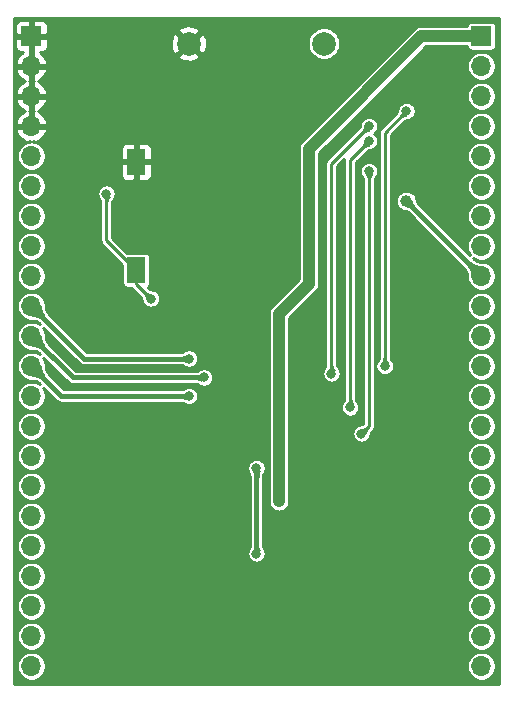
<source format=gbr>
%TF.GenerationSoftware,KiCad,Pcbnew,(5.1.7)-1*%
%TF.CreationDate,2021-01-12T16:12:07+01:00*%
%TF.ProjectId,slckb,736c636b-622e-46b6-9963-61645f706362,rev?*%
%TF.SameCoordinates,Original*%
%TF.FileFunction,Copper,L2,Bot*%
%TF.FilePolarity,Positive*%
%FSLAX46Y46*%
G04 Gerber Fmt 4.6, Leading zero omitted, Abs format (unit mm)*
G04 Created by KiCad (PCBNEW (5.1.7)-1) date 2021-01-12 16:12:07*
%MOMM*%
%LPD*%
G01*
G04 APERTURE LIST*
%TA.AperFunction,ComponentPad*%
%ADD10O,1.700000X1.700000*%
%TD*%
%TA.AperFunction,ComponentPad*%
%ADD11R,1.700000X1.700000*%
%TD*%
%TA.AperFunction,ComponentPad*%
%ADD12C,2.000000*%
%TD*%
%TA.AperFunction,SMDPad,CuDef*%
%ADD13R,1.600000X2.180000*%
%TD*%
%TA.AperFunction,ViaPad*%
%ADD14C,0.800000*%
%TD*%
%TA.AperFunction,ViaPad*%
%ADD15C,1.000000*%
%TD*%
%TA.AperFunction,ViaPad*%
%ADD16C,1.100000*%
%TD*%
%TA.AperFunction,Conductor*%
%ADD17C,1.000000*%
%TD*%
%TA.AperFunction,Conductor*%
%ADD18C,0.250000*%
%TD*%
%TA.AperFunction,Conductor*%
%ADD19C,0.400000*%
%TD*%
%TA.AperFunction,Conductor*%
%ADD20C,0.254000*%
%TD*%
%TA.AperFunction,Conductor*%
%ADD21C,0.100000*%
%TD*%
%TA.AperFunction,Conductor*%
%ADD22C,0.025400*%
%TD*%
G04 APERTURE END LIST*
D10*
X209550000Y-106680000D03*
X209550000Y-104140000D03*
X209550000Y-101600000D03*
X209550000Y-99060000D03*
X209550000Y-96520000D03*
X209550000Y-93980000D03*
X209550000Y-91440000D03*
X209550000Y-88900000D03*
X209550000Y-86360000D03*
X209550000Y-83820000D03*
X209550000Y-81280000D03*
X209550000Y-78740000D03*
X209550000Y-76200000D03*
X209550000Y-73660000D03*
X209550000Y-71120000D03*
X209550000Y-68580000D03*
X209550000Y-66040000D03*
X209550000Y-63500000D03*
X209550000Y-60960000D03*
X209550000Y-58420000D03*
X209550000Y-55880000D03*
D11*
X209550000Y-53340000D03*
D10*
X171450000Y-106680000D03*
X171450000Y-104140000D03*
X171450000Y-101600000D03*
X171450000Y-99060000D03*
X171450000Y-96520000D03*
X171450000Y-93980000D03*
X171450000Y-91440000D03*
X171450000Y-88900000D03*
X171450000Y-86360000D03*
X171450000Y-83820000D03*
X171450000Y-81280000D03*
X171450000Y-78740000D03*
X171450000Y-76200000D03*
X171450000Y-73660000D03*
X171450000Y-71120000D03*
X171450000Y-68580000D03*
X171450000Y-66040000D03*
X171450000Y-63500000D03*
X171450000Y-60960000D03*
X171450000Y-58420000D03*
X171450000Y-55880000D03*
D11*
X171450000Y-53340000D03*
D12*
X184785000Y-53975000D03*
X196215000Y-53975000D03*
D13*
X180340000Y-63990000D03*
X180340000Y-73170000D03*
D14*
X193675000Y-95885000D03*
X194945000Y-97155000D03*
X193675000Y-97155000D03*
X194310000Y-96520000D03*
X194945000Y-95885000D03*
D15*
X180848000Y-88646000D03*
D16*
X184785000Y-79375000D03*
X187960000Y-78105000D03*
X185801000Y-96901000D03*
X203962000Y-88265000D03*
X199263000Y-92710000D03*
D14*
X194945000Y-63690500D03*
X194945000Y-64516000D03*
X192405000Y-91884500D03*
X192405000Y-91059000D03*
X192405000Y-92710000D03*
X194945000Y-62865000D03*
X181544998Y-75565000D03*
X177800000Y-66675000D03*
X199390000Y-86995000D03*
X200025000Y-64770000D03*
X198437500Y-84772500D03*
X200025000Y-62230000D03*
X196850000Y-81915000D03*
X200025000Y-60960000D03*
X203200000Y-59690000D03*
X201360000Y-81280000D03*
X190500000Y-97155000D03*
X190500000Y-89916000D03*
X184785000Y-83820000D03*
X186055000Y-82245000D03*
X184785000Y-80645000D03*
D15*
X203200000Y-67310000D03*
D17*
X192405000Y-92710000D02*
X192405000Y-91059000D01*
X192405000Y-91059000D02*
X192405000Y-76835000D01*
X192405000Y-76835000D02*
X194945000Y-74295000D01*
X194945000Y-74295000D02*
X194945000Y-62865000D01*
X204470000Y-53340000D02*
X209550000Y-53340000D01*
X194945000Y-62865000D02*
X204470000Y-53340000D01*
D18*
X180340000Y-74360002D02*
X181544998Y-75565000D01*
X180340000Y-73170000D02*
X180340000Y-74360002D01*
X177800000Y-70630000D02*
X180340000Y-73170000D01*
X177800000Y-66675000D02*
X177800000Y-70630000D01*
X200025000Y-86360000D02*
X200025000Y-64770000D01*
X199390000Y-86995000D02*
X200025000Y-86360000D01*
X198437500Y-63817500D02*
X200025000Y-62230000D01*
X198437500Y-84772500D02*
X198437500Y-63817500D01*
X200025000Y-60960000D02*
X196850000Y-64135000D01*
X196850000Y-64135000D02*
X196850000Y-81915000D01*
X201360000Y-61530000D02*
X203200000Y-59690000D01*
X201360000Y-81280000D02*
X201360000Y-61530000D01*
D19*
X190500000Y-90170000D02*
X190500000Y-97155000D01*
X190500000Y-89916000D02*
X190500000Y-90170000D01*
X173990000Y-83820000D02*
X171450000Y-81280000D01*
X184785000Y-83820000D02*
X173990000Y-83820000D01*
X174955000Y-82245000D02*
X171450000Y-78740000D01*
X186055000Y-82245000D02*
X174955000Y-82245000D01*
X175895000Y-80645000D02*
X171450000Y-76200000D01*
X184785000Y-80645000D02*
X175895000Y-80645000D01*
X208915000Y-73660000D02*
X209550000Y-73660000D01*
X203200000Y-67310000D02*
X209550000Y-73660000D01*
D20*
X211049001Y-108179000D02*
X169951000Y-108179000D01*
X169951000Y-106558757D01*
X170219000Y-106558757D01*
X170219000Y-106801243D01*
X170266307Y-107039069D01*
X170359102Y-107263097D01*
X170493820Y-107464717D01*
X170665283Y-107636180D01*
X170866903Y-107770898D01*
X171090931Y-107863693D01*
X171328757Y-107911000D01*
X171571243Y-107911000D01*
X171809069Y-107863693D01*
X172033097Y-107770898D01*
X172234717Y-107636180D01*
X172406180Y-107464717D01*
X172540898Y-107263097D01*
X172633693Y-107039069D01*
X172681000Y-106801243D01*
X172681000Y-106558757D01*
X208319000Y-106558757D01*
X208319000Y-106801243D01*
X208366307Y-107039069D01*
X208459102Y-107263097D01*
X208593820Y-107464717D01*
X208765283Y-107636180D01*
X208966903Y-107770898D01*
X209190931Y-107863693D01*
X209428757Y-107911000D01*
X209671243Y-107911000D01*
X209909069Y-107863693D01*
X210133097Y-107770898D01*
X210334717Y-107636180D01*
X210506180Y-107464717D01*
X210640898Y-107263097D01*
X210733693Y-107039069D01*
X210781000Y-106801243D01*
X210781000Y-106558757D01*
X210733693Y-106320931D01*
X210640898Y-106096903D01*
X210506180Y-105895283D01*
X210334717Y-105723820D01*
X210133097Y-105589102D01*
X209909069Y-105496307D01*
X209671243Y-105449000D01*
X209428757Y-105449000D01*
X209190931Y-105496307D01*
X208966903Y-105589102D01*
X208765283Y-105723820D01*
X208593820Y-105895283D01*
X208459102Y-106096903D01*
X208366307Y-106320931D01*
X208319000Y-106558757D01*
X172681000Y-106558757D01*
X172633693Y-106320931D01*
X172540898Y-106096903D01*
X172406180Y-105895283D01*
X172234717Y-105723820D01*
X172033097Y-105589102D01*
X171809069Y-105496307D01*
X171571243Y-105449000D01*
X171328757Y-105449000D01*
X171090931Y-105496307D01*
X170866903Y-105589102D01*
X170665283Y-105723820D01*
X170493820Y-105895283D01*
X170359102Y-106096903D01*
X170266307Y-106320931D01*
X170219000Y-106558757D01*
X169951000Y-106558757D01*
X169951000Y-104018757D01*
X170219000Y-104018757D01*
X170219000Y-104261243D01*
X170266307Y-104499069D01*
X170359102Y-104723097D01*
X170493820Y-104924717D01*
X170665283Y-105096180D01*
X170866903Y-105230898D01*
X171090931Y-105323693D01*
X171328757Y-105371000D01*
X171571243Y-105371000D01*
X171809069Y-105323693D01*
X172033097Y-105230898D01*
X172234717Y-105096180D01*
X172406180Y-104924717D01*
X172540898Y-104723097D01*
X172633693Y-104499069D01*
X172681000Y-104261243D01*
X172681000Y-104018757D01*
X208319000Y-104018757D01*
X208319000Y-104261243D01*
X208366307Y-104499069D01*
X208459102Y-104723097D01*
X208593820Y-104924717D01*
X208765283Y-105096180D01*
X208966903Y-105230898D01*
X209190931Y-105323693D01*
X209428757Y-105371000D01*
X209671243Y-105371000D01*
X209909069Y-105323693D01*
X210133097Y-105230898D01*
X210334717Y-105096180D01*
X210506180Y-104924717D01*
X210640898Y-104723097D01*
X210733693Y-104499069D01*
X210781000Y-104261243D01*
X210781000Y-104018757D01*
X210733693Y-103780931D01*
X210640898Y-103556903D01*
X210506180Y-103355283D01*
X210334717Y-103183820D01*
X210133097Y-103049102D01*
X209909069Y-102956307D01*
X209671243Y-102909000D01*
X209428757Y-102909000D01*
X209190931Y-102956307D01*
X208966903Y-103049102D01*
X208765283Y-103183820D01*
X208593820Y-103355283D01*
X208459102Y-103556903D01*
X208366307Y-103780931D01*
X208319000Y-104018757D01*
X172681000Y-104018757D01*
X172633693Y-103780931D01*
X172540898Y-103556903D01*
X172406180Y-103355283D01*
X172234717Y-103183820D01*
X172033097Y-103049102D01*
X171809069Y-102956307D01*
X171571243Y-102909000D01*
X171328757Y-102909000D01*
X171090931Y-102956307D01*
X170866903Y-103049102D01*
X170665283Y-103183820D01*
X170493820Y-103355283D01*
X170359102Y-103556903D01*
X170266307Y-103780931D01*
X170219000Y-104018757D01*
X169951000Y-104018757D01*
X169951000Y-101478757D01*
X170219000Y-101478757D01*
X170219000Y-101721243D01*
X170266307Y-101959069D01*
X170359102Y-102183097D01*
X170493820Y-102384717D01*
X170665283Y-102556180D01*
X170866903Y-102690898D01*
X171090931Y-102783693D01*
X171328757Y-102831000D01*
X171571243Y-102831000D01*
X171809069Y-102783693D01*
X172033097Y-102690898D01*
X172234717Y-102556180D01*
X172406180Y-102384717D01*
X172540898Y-102183097D01*
X172633693Y-101959069D01*
X172681000Y-101721243D01*
X172681000Y-101478757D01*
X208319000Y-101478757D01*
X208319000Y-101721243D01*
X208366307Y-101959069D01*
X208459102Y-102183097D01*
X208593820Y-102384717D01*
X208765283Y-102556180D01*
X208966903Y-102690898D01*
X209190931Y-102783693D01*
X209428757Y-102831000D01*
X209671243Y-102831000D01*
X209909069Y-102783693D01*
X210133097Y-102690898D01*
X210334717Y-102556180D01*
X210506180Y-102384717D01*
X210640898Y-102183097D01*
X210733693Y-101959069D01*
X210781000Y-101721243D01*
X210781000Y-101478757D01*
X210733693Y-101240931D01*
X210640898Y-101016903D01*
X210506180Y-100815283D01*
X210334717Y-100643820D01*
X210133097Y-100509102D01*
X209909069Y-100416307D01*
X209671243Y-100369000D01*
X209428757Y-100369000D01*
X209190931Y-100416307D01*
X208966903Y-100509102D01*
X208765283Y-100643820D01*
X208593820Y-100815283D01*
X208459102Y-101016903D01*
X208366307Y-101240931D01*
X208319000Y-101478757D01*
X172681000Y-101478757D01*
X172633693Y-101240931D01*
X172540898Y-101016903D01*
X172406180Y-100815283D01*
X172234717Y-100643820D01*
X172033097Y-100509102D01*
X171809069Y-100416307D01*
X171571243Y-100369000D01*
X171328757Y-100369000D01*
X171090931Y-100416307D01*
X170866903Y-100509102D01*
X170665283Y-100643820D01*
X170493820Y-100815283D01*
X170359102Y-101016903D01*
X170266307Y-101240931D01*
X170219000Y-101478757D01*
X169951000Y-101478757D01*
X169951000Y-98938757D01*
X170219000Y-98938757D01*
X170219000Y-99181243D01*
X170266307Y-99419069D01*
X170359102Y-99643097D01*
X170493820Y-99844717D01*
X170665283Y-100016180D01*
X170866903Y-100150898D01*
X171090931Y-100243693D01*
X171328757Y-100291000D01*
X171571243Y-100291000D01*
X171809069Y-100243693D01*
X172033097Y-100150898D01*
X172234717Y-100016180D01*
X172406180Y-99844717D01*
X172540898Y-99643097D01*
X172633693Y-99419069D01*
X172681000Y-99181243D01*
X172681000Y-98938757D01*
X208319000Y-98938757D01*
X208319000Y-99181243D01*
X208366307Y-99419069D01*
X208459102Y-99643097D01*
X208593820Y-99844717D01*
X208765283Y-100016180D01*
X208966903Y-100150898D01*
X209190931Y-100243693D01*
X209428757Y-100291000D01*
X209671243Y-100291000D01*
X209909069Y-100243693D01*
X210133097Y-100150898D01*
X210334717Y-100016180D01*
X210506180Y-99844717D01*
X210640898Y-99643097D01*
X210733693Y-99419069D01*
X210781000Y-99181243D01*
X210781000Y-98938757D01*
X210733693Y-98700931D01*
X210640898Y-98476903D01*
X210506180Y-98275283D01*
X210334717Y-98103820D01*
X210133097Y-97969102D01*
X209909069Y-97876307D01*
X209671243Y-97829000D01*
X209428757Y-97829000D01*
X209190931Y-97876307D01*
X208966903Y-97969102D01*
X208765283Y-98103820D01*
X208593820Y-98275283D01*
X208459102Y-98476903D01*
X208366307Y-98700931D01*
X208319000Y-98938757D01*
X172681000Y-98938757D01*
X172633693Y-98700931D01*
X172540898Y-98476903D01*
X172406180Y-98275283D01*
X172234717Y-98103820D01*
X172033097Y-97969102D01*
X171809069Y-97876307D01*
X171571243Y-97829000D01*
X171328757Y-97829000D01*
X171090931Y-97876307D01*
X170866903Y-97969102D01*
X170665283Y-98103820D01*
X170493820Y-98275283D01*
X170359102Y-98476903D01*
X170266307Y-98700931D01*
X170219000Y-98938757D01*
X169951000Y-98938757D01*
X169951000Y-96398757D01*
X170219000Y-96398757D01*
X170219000Y-96641243D01*
X170266307Y-96879069D01*
X170359102Y-97103097D01*
X170493820Y-97304717D01*
X170665283Y-97476180D01*
X170866903Y-97610898D01*
X171090931Y-97703693D01*
X171328757Y-97751000D01*
X171571243Y-97751000D01*
X171809069Y-97703693D01*
X172033097Y-97610898D01*
X172234717Y-97476180D01*
X172406180Y-97304717D01*
X172540898Y-97103097D01*
X172633693Y-96879069D01*
X172681000Y-96641243D01*
X172681000Y-96398757D01*
X172633693Y-96160931D01*
X172540898Y-95936903D01*
X172406180Y-95735283D01*
X172234717Y-95563820D01*
X172033097Y-95429102D01*
X171809069Y-95336307D01*
X171571243Y-95289000D01*
X171328757Y-95289000D01*
X171090931Y-95336307D01*
X170866903Y-95429102D01*
X170665283Y-95563820D01*
X170493820Y-95735283D01*
X170359102Y-95936903D01*
X170266307Y-96160931D01*
X170219000Y-96398757D01*
X169951000Y-96398757D01*
X169951000Y-93858757D01*
X170219000Y-93858757D01*
X170219000Y-94101243D01*
X170266307Y-94339069D01*
X170359102Y-94563097D01*
X170493820Y-94764717D01*
X170665283Y-94936180D01*
X170866903Y-95070898D01*
X171090931Y-95163693D01*
X171328757Y-95211000D01*
X171571243Y-95211000D01*
X171809069Y-95163693D01*
X172033097Y-95070898D01*
X172234717Y-94936180D01*
X172406180Y-94764717D01*
X172540898Y-94563097D01*
X172633693Y-94339069D01*
X172681000Y-94101243D01*
X172681000Y-93858757D01*
X172633693Y-93620931D01*
X172540898Y-93396903D01*
X172406180Y-93195283D01*
X172234717Y-93023820D01*
X172033097Y-92889102D01*
X171809069Y-92796307D01*
X171571243Y-92749000D01*
X171328757Y-92749000D01*
X171090931Y-92796307D01*
X170866903Y-92889102D01*
X170665283Y-93023820D01*
X170493820Y-93195283D01*
X170359102Y-93396903D01*
X170266307Y-93620931D01*
X170219000Y-93858757D01*
X169951000Y-93858757D01*
X169951000Y-91318757D01*
X170219000Y-91318757D01*
X170219000Y-91561243D01*
X170266307Y-91799069D01*
X170359102Y-92023097D01*
X170493820Y-92224717D01*
X170665283Y-92396180D01*
X170866903Y-92530898D01*
X171090931Y-92623693D01*
X171328757Y-92671000D01*
X171571243Y-92671000D01*
X171809069Y-92623693D01*
X172033097Y-92530898D01*
X172234717Y-92396180D01*
X172406180Y-92224717D01*
X172540898Y-92023097D01*
X172633693Y-91799069D01*
X172681000Y-91561243D01*
X172681000Y-91318757D01*
X172633693Y-91080931D01*
X172540898Y-90856903D01*
X172406180Y-90655283D01*
X172234717Y-90483820D01*
X172033097Y-90349102D01*
X171809069Y-90256307D01*
X171571243Y-90209000D01*
X171328757Y-90209000D01*
X171090931Y-90256307D01*
X170866903Y-90349102D01*
X170665283Y-90483820D01*
X170493820Y-90655283D01*
X170359102Y-90856903D01*
X170266307Y-91080931D01*
X170219000Y-91318757D01*
X169951000Y-91318757D01*
X169951000Y-88778757D01*
X170219000Y-88778757D01*
X170219000Y-89021243D01*
X170266307Y-89259069D01*
X170359102Y-89483097D01*
X170493820Y-89684717D01*
X170665283Y-89856180D01*
X170866903Y-89990898D01*
X171090931Y-90083693D01*
X171328757Y-90131000D01*
X171571243Y-90131000D01*
X171809069Y-90083693D01*
X172033097Y-89990898D01*
X172234717Y-89856180D01*
X172251819Y-89839078D01*
X189719000Y-89839078D01*
X189719000Y-89992922D01*
X189749013Y-90143809D01*
X189807887Y-90285942D01*
X189893358Y-90413859D01*
X189903807Y-90424308D01*
X189903981Y-90425210D01*
X189908680Y-90459239D01*
X189912904Y-90503580D01*
X189916187Y-90557269D01*
X189918265Y-90619634D01*
X189919000Y-90691915D01*
X189919001Y-96629962D01*
X189918959Y-96631540D01*
X189893358Y-96657141D01*
X189807887Y-96785058D01*
X189749013Y-96927191D01*
X189719000Y-97078078D01*
X189719000Y-97231922D01*
X189749013Y-97382809D01*
X189807887Y-97524942D01*
X189893358Y-97652859D01*
X190002141Y-97761642D01*
X190130058Y-97847113D01*
X190272191Y-97905987D01*
X190423078Y-97936000D01*
X190576922Y-97936000D01*
X190727809Y-97905987D01*
X190869942Y-97847113D01*
X190997859Y-97761642D01*
X191106642Y-97652859D01*
X191192113Y-97524942D01*
X191250987Y-97382809D01*
X191281000Y-97231922D01*
X191281000Y-97078078D01*
X191250987Y-96927191D01*
X191192113Y-96785058D01*
X191106642Y-96657141D01*
X191081041Y-96631540D01*
X191081000Y-96629993D01*
X191081000Y-96398757D01*
X208319000Y-96398757D01*
X208319000Y-96641243D01*
X208366307Y-96879069D01*
X208459102Y-97103097D01*
X208593820Y-97304717D01*
X208765283Y-97476180D01*
X208966903Y-97610898D01*
X209190931Y-97703693D01*
X209428757Y-97751000D01*
X209671243Y-97751000D01*
X209909069Y-97703693D01*
X210133097Y-97610898D01*
X210334717Y-97476180D01*
X210506180Y-97304717D01*
X210640898Y-97103097D01*
X210733693Y-96879069D01*
X210781000Y-96641243D01*
X210781000Y-96398757D01*
X210733693Y-96160931D01*
X210640898Y-95936903D01*
X210506180Y-95735283D01*
X210334717Y-95563820D01*
X210133097Y-95429102D01*
X209909069Y-95336307D01*
X209671243Y-95289000D01*
X209428757Y-95289000D01*
X209190931Y-95336307D01*
X208966903Y-95429102D01*
X208765283Y-95563820D01*
X208593820Y-95735283D01*
X208459102Y-95936903D01*
X208366307Y-96160931D01*
X208319000Y-96398757D01*
X191081000Y-96398757D01*
X191081000Y-93858757D01*
X208319000Y-93858757D01*
X208319000Y-94101243D01*
X208366307Y-94339069D01*
X208459102Y-94563097D01*
X208593820Y-94764717D01*
X208765283Y-94936180D01*
X208966903Y-95070898D01*
X209190931Y-95163693D01*
X209428757Y-95211000D01*
X209671243Y-95211000D01*
X209909069Y-95163693D01*
X210133097Y-95070898D01*
X210334717Y-94936180D01*
X210506180Y-94764717D01*
X210640898Y-94563097D01*
X210733693Y-94339069D01*
X210781000Y-94101243D01*
X210781000Y-93858757D01*
X210733693Y-93620931D01*
X210640898Y-93396903D01*
X210506180Y-93195283D01*
X210334717Y-93023820D01*
X210133097Y-92889102D01*
X209909069Y-92796307D01*
X209671243Y-92749000D01*
X209428757Y-92749000D01*
X209190931Y-92796307D01*
X208966903Y-92889102D01*
X208765283Y-93023820D01*
X208593820Y-93195283D01*
X208459102Y-93396903D01*
X208366307Y-93620931D01*
X208319000Y-93858757D01*
X191081000Y-93858757D01*
X191081000Y-90691907D01*
X191081735Y-90619634D01*
X191083813Y-90557269D01*
X191087096Y-90503580D01*
X191091320Y-90459239D01*
X191096019Y-90425210D01*
X191096193Y-90424308D01*
X191106642Y-90413859D01*
X191192113Y-90285942D01*
X191250987Y-90143809D01*
X191281000Y-89992922D01*
X191281000Y-89839078D01*
X191250987Y-89688191D01*
X191192113Y-89546058D01*
X191106642Y-89418141D01*
X190997859Y-89309358D01*
X190869942Y-89223887D01*
X190727809Y-89165013D01*
X190576922Y-89135000D01*
X190423078Y-89135000D01*
X190272191Y-89165013D01*
X190130058Y-89223887D01*
X190002141Y-89309358D01*
X189893358Y-89418141D01*
X189807887Y-89546058D01*
X189749013Y-89688191D01*
X189719000Y-89839078D01*
X172251819Y-89839078D01*
X172406180Y-89684717D01*
X172540898Y-89483097D01*
X172633693Y-89259069D01*
X172681000Y-89021243D01*
X172681000Y-88778757D01*
X172633693Y-88540931D01*
X172540898Y-88316903D01*
X172406180Y-88115283D01*
X172234717Y-87943820D01*
X172033097Y-87809102D01*
X171809069Y-87716307D01*
X171571243Y-87669000D01*
X171328757Y-87669000D01*
X171090931Y-87716307D01*
X170866903Y-87809102D01*
X170665283Y-87943820D01*
X170493820Y-88115283D01*
X170359102Y-88316903D01*
X170266307Y-88540931D01*
X170219000Y-88778757D01*
X169951000Y-88778757D01*
X169951000Y-86238757D01*
X170219000Y-86238757D01*
X170219000Y-86481243D01*
X170266307Y-86719069D01*
X170359102Y-86943097D01*
X170493820Y-87144717D01*
X170665283Y-87316180D01*
X170866903Y-87450898D01*
X171090931Y-87543693D01*
X171328757Y-87591000D01*
X171571243Y-87591000D01*
X171809069Y-87543693D01*
X172033097Y-87450898D01*
X172234717Y-87316180D01*
X172406180Y-87144717D01*
X172540898Y-86943097D01*
X172633693Y-86719069D01*
X172681000Y-86481243D01*
X172681000Y-86238757D01*
X172633693Y-86000931D01*
X172540898Y-85776903D01*
X172406180Y-85575283D01*
X172234717Y-85403820D01*
X172033097Y-85269102D01*
X171809069Y-85176307D01*
X171571243Y-85129000D01*
X171328757Y-85129000D01*
X171090931Y-85176307D01*
X170866903Y-85269102D01*
X170665283Y-85403820D01*
X170493820Y-85575283D01*
X170359102Y-85776903D01*
X170266307Y-86000931D01*
X170219000Y-86238757D01*
X169951000Y-86238757D01*
X169951000Y-76078757D01*
X170219000Y-76078757D01*
X170219000Y-76321243D01*
X170266307Y-76559069D01*
X170359102Y-76783097D01*
X170493820Y-76984717D01*
X170665283Y-77156180D01*
X170866903Y-77290898D01*
X171090931Y-77383693D01*
X171328757Y-77431000D01*
X171454785Y-77431000D01*
X171542279Y-77433417D01*
X171618366Y-77441481D01*
X171690922Y-77455178D01*
X171760569Y-77474431D01*
X171827949Y-77499317D01*
X171893714Y-77530096D01*
X171958353Y-77567134D01*
X172022296Y-77610930D01*
X172085742Y-77661971D01*
X172153498Y-77725155D01*
X172166746Y-77738403D01*
X172033097Y-77649102D01*
X171809069Y-77556307D01*
X171571243Y-77509000D01*
X171328757Y-77509000D01*
X171090931Y-77556307D01*
X170866903Y-77649102D01*
X170665283Y-77783820D01*
X170493820Y-77955283D01*
X170359102Y-78156903D01*
X170266307Y-78380931D01*
X170219000Y-78618757D01*
X170219000Y-78861243D01*
X170266307Y-79099069D01*
X170359102Y-79323097D01*
X170493820Y-79524717D01*
X170665283Y-79696180D01*
X170866903Y-79830898D01*
X171090931Y-79923693D01*
X171328757Y-79971000D01*
X171454785Y-79971000D01*
X171542279Y-79973417D01*
X171618366Y-79981481D01*
X171690922Y-79995178D01*
X171760569Y-80014431D01*
X171827949Y-80039317D01*
X171893714Y-80070096D01*
X171958353Y-80107134D01*
X172022296Y-80150930D01*
X172085742Y-80201971D01*
X172153497Y-80265154D01*
X172166746Y-80278403D01*
X172033097Y-80189102D01*
X171809069Y-80096307D01*
X171571243Y-80049000D01*
X171328757Y-80049000D01*
X171090931Y-80096307D01*
X170866903Y-80189102D01*
X170665283Y-80323820D01*
X170493820Y-80495283D01*
X170359102Y-80696903D01*
X170266307Y-80920931D01*
X170219000Y-81158757D01*
X170219000Y-81401243D01*
X170266307Y-81639069D01*
X170359102Y-81863097D01*
X170493820Y-82064717D01*
X170665283Y-82236180D01*
X170866903Y-82370898D01*
X171090931Y-82463693D01*
X171328757Y-82511000D01*
X171454785Y-82511000D01*
X171542279Y-82513417D01*
X171618366Y-82521481D01*
X171690922Y-82535178D01*
X171760569Y-82554431D01*
X171827949Y-82579317D01*
X171893714Y-82610096D01*
X171958353Y-82647134D01*
X172022296Y-82690930D01*
X172085742Y-82741971D01*
X172153495Y-82805153D01*
X172166746Y-82818403D01*
X172033097Y-82729102D01*
X171809069Y-82636307D01*
X171571243Y-82589000D01*
X171328757Y-82589000D01*
X171090931Y-82636307D01*
X170866903Y-82729102D01*
X170665283Y-82863820D01*
X170493820Y-83035283D01*
X170359102Y-83236903D01*
X170266307Y-83460931D01*
X170219000Y-83698757D01*
X170219000Y-83941243D01*
X170266307Y-84179069D01*
X170359102Y-84403097D01*
X170493820Y-84604717D01*
X170665283Y-84776180D01*
X170866903Y-84910898D01*
X171090931Y-85003693D01*
X171328757Y-85051000D01*
X171571243Y-85051000D01*
X171809069Y-85003693D01*
X172033097Y-84910898D01*
X172234717Y-84776180D01*
X172406180Y-84604717D01*
X172540898Y-84403097D01*
X172633693Y-84179069D01*
X172681000Y-83941243D01*
X172681000Y-83698757D01*
X172633693Y-83460931D01*
X172540898Y-83236903D01*
X172451597Y-83103255D01*
X173558987Y-84210645D01*
X173577183Y-84232817D01*
X173665652Y-84305421D01*
X173766585Y-84359371D01*
X173876104Y-84392593D01*
X173961460Y-84401000D01*
X173961462Y-84401000D01*
X173989999Y-84403811D01*
X174018536Y-84401000D01*
X184259997Y-84401000D01*
X184261540Y-84401041D01*
X184287141Y-84426642D01*
X184415058Y-84512113D01*
X184557191Y-84570987D01*
X184708078Y-84601000D01*
X184861922Y-84601000D01*
X185012809Y-84570987D01*
X185154942Y-84512113D01*
X185282859Y-84426642D01*
X185391642Y-84317859D01*
X185477113Y-84189942D01*
X185535987Y-84047809D01*
X185566000Y-83896922D01*
X185566000Y-83743078D01*
X185535987Y-83592191D01*
X185477113Y-83450058D01*
X185391642Y-83322141D01*
X185282859Y-83213358D01*
X185154942Y-83127887D01*
X185012809Y-83069013D01*
X184861922Y-83039000D01*
X184708078Y-83039000D01*
X184557191Y-83069013D01*
X184415058Y-83127887D01*
X184287141Y-83213358D01*
X184261540Y-83238959D01*
X184259993Y-83239000D01*
X174230658Y-83239000D01*
X172975153Y-81983495D01*
X172911971Y-81915742D01*
X172860930Y-81852296D01*
X172817134Y-81788353D01*
X172780096Y-81723714D01*
X172749317Y-81657949D01*
X172724431Y-81590569D01*
X172705178Y-81520922D01*
X172691481Y-81448366D01*
X172683417Y-81372279D01*
X172681000Y-81284785D01*
X172681000Y-81158757D01*
X172633693Y-80920931D01*
X172540898Y-80696903D01*
X172451597Y-80563254D01*
X174523987Y-82635645D01*
X174542183Y-82657817D01*
X174629045Y-82729102D01*
X174630652Y-82730421D01*
X174731585Y-82784371D01*
X174841104Y-82817593D01*
X174955000Y-82828811D01*
X174983540Y-82826000D01*
X185529997Y-82826000D01*
X185531540Y-82826041D01*
X185557141Y-82851642D01*
X185685058Y-82937113D01*
X185827191Y-82995987D01*
X185978078Y-83026000D01*
X186131922Y-83026000D01*
X186282809Y-82995987D01*
X186424942Y-82937113D01*
X186552859Y-82851642D01*
X186661642Y-82742859D01*
X186747113Y-82614942D01*
X186805987Y-82472809D01*
X186836000Y-82321922D01*
X186836000Y-82168078D01*
X186805987Y-82017191D01*
X186747113Y-81875058D01*
X186661642Y-81747141D01*
X186552859Y-81638358D01*
X186424942Y-81552887D01*
X186282809Y-81494013D01*
X186131922Y-81464000D01*
X185978078Y-81464000D01*
X185827191Y-81494013D01*
X185685058Y-81552887D01*
X185557141Y-81638358D01*
X185531540Y-81663959D01*
X185529993Y-81664000D01*
X175195658Y-81664000D01*
X172975154Y-79443497D01*
X172911971Y-79375742D01*
X172860930Y-79312296D01*
X172817134Y-79248353D01*
X172780096Y-79183714D01*
X172749317Y-79117949D01*
X172724431Y-79050569D01*
X172705178Y-78980922D01*
X172691481Y-78908366D01*
X172683417Y-78832279D01*
X172681000Y-78744785D01*
X172681000Y-78618757D01*
X172633693Y-78380931D01*
X172540898Y-78156903D01*
X172451597Y-78023254D01*
X175463987Y-81035645D01*
X175482183Y-81057817D01*
X175570652Y-81130421D01*
X175671585Y-81184371D01*
X175781104Y-81217593D01*
X175866460Y-81226000D01*
X175866462Y-81226000D01*
X175894999Y-81228811D01*
X175923536Y-81226000D01*
X184259997Y-81226000D01*
X184261540Y-81226041D01*
X184287141Y-81251642D01*
X184415058Y-81337113D01*
X184557191Y-81395987D01*
X184708078Y-81426000D01*
X184861922Y-81426000D01*
X185012809Y-81395987D01*
X185154942Y-81337113D01*
X185282859Y-81251642D01*
X185391642Y-81142859D01*
X185477113Y-81014942D01*
X185535987Y-80872809D01*
X185566000Y-80721922D01*
X185566000Y-80568078D01*
X185535987Y-80417191D01*
X185477113Y-80275058D01*
X185391642Y-80147141D01*
X185282859Y-80038358D01*
X185154942Y-79952887D01*
X185012809Y-79894013D01*
X184861922Y-79864000D01*
X184708078Y-79864000D01*
X184557191Y-79894013D01*
X184415058Y-79952887D01*
X184287141Y-80038358D01*
X184261540Y-80063959D01*
X184259993Y-80064000D01*
X176135658Y-80064000D01*
X172975155Y-76903498D01*
X172911971Y-76835742D01*
X172911375Y-76835000D01*
X191519738Y-76835000D01*
X191524001Y-76878280D01*
X191524000Y-91102272D01*
X191524001Y-91102282D01*
X191524000Y-92753272D01*
X191536748Y-92882705D01*
X191587125Y-93048774D01*
X191668932Y-93201824D01*
X191779025Y-93335975D01*
X191913175Y-93446068D01*
X192066225Y-93527875D01*
X192232294Y-93578252D01*
X192405000Y-93595262D01*
X192577705Y-93578252D01*
X192743774Y-93527875D01*
X192896824Y-93446068D01*
X193030975Y-93335975D01*
X193141068Y-93201825D01*
X193222875Y-93048775D01*
X193273252Y-92882706D01*
X193286000Y-92753273D01*
X193286000Y-91318757D01*
X208319000Y-91318757D01*
X208319000Y-91561243D01*
X208366307Y-91799069D01*
X208459102Y-92023097D01*
X208593820Y-92224717D01*
X208765283Y-92396180D01*
X208966903Y-92530898D01*
X209190931Y-92623693D01*
X209428757Y-92671000D01*
X209671243Y-92671000D01*
X209909069Y-92623693D01*
X210133097Y-92530898D01*
X210334717Y-92396180D01*
X210506180Y-92224717D01*
X210640898Y-92023097D01*
X210733693Y-91799069D01*
X210781000Y-91561243D01*
X210781000Y-91318757D01*
X210733693Y-91080931D01*
X210640898Y-90856903D01*
X210506180Y-90655283D01*
X210334717Y-90483820D01*
X210133097Y-90349102D01*
X209909069Y-90256307D01*
X209671243Y-90209000D01*
X209428757Y-90209000D01*
X209190931Y-90256307D01*
X208966903Y-90349102D01*
X208765283Y-90483820D01*
X208593820Y-90655283D01*
X208459102Y-90856903D01*
X208366307Y-91080931D01*
X208319000Y-91318757D01*
X193286000Y-91318757D01*
X193286000Y-88778757D01*
X208319000Y-88778757D01*
X208319000Y-89021243D01*
X208366307Y-89259069D01*
X208459102Y-89483097D01*
X208593820Y-89684717D01*
X208765283Y-89856180D01*
X208966903Y-89990898D01*
X209190931Y-90083693D01*
X209428757Y-90131000D01*
X209671243Y-90131000D01*
X209909069Y-90083693D01*
X210133097Y-89990898D01*
X210334717Y-89856180D01*
X210506180Y-89684717D01*
X210640898Y-89483097D01*
X210733693Y-89259069D01*
X210781000Y-89021243D01*
X210781000Y-88778757D01*
X210733693Y-88540931D01*
X210640898Y-88316903D01*
X210506180Y-88115283D01*
X210334717Y-87943820D01*
X210133097Y-87809102D01*
X209909069Y-87716307D01*
X209671243Y-87669000D01*
X209428757Y-87669000D01*
X209190931Y-87716307D01*
X208966903Y-87809102D01*
X208765283Y-87943820D01*
X208593820Y-88115283D01*
X208459102Y-88316903D01*
X208366307Y-88540931D01*
X208319000Y-88778757D01*
X193286000Y-88778757D01*
X193286000Y-86918078D01*
X198609000Y-86918078D01*
X198609000Y-87071922D01*
X198639013Y-87222809D01*
X198697887Y-87364942D01*
X198783358Y-87492859D01*
X198892141Y-87601642D01*
X199020058Y-87687113D01*
X199162191Y-87745987D01*
X199313078Y-87776000D01*
X199466922Y-87776000D01*
X199617809Y-87745987D01*
X199759942Y-87687113D01*
X199887859Y-87601642D01*
X199996642Y-87492859D01*
X200082113Y-87364942D01*
X200140987Y-87222809D01*
X200171000Y-87071922D01*
X200171000Y-86995540D01*
X200171608Y-86973616D01*
X200172830Y-86962116D01*
X200174679Y-86952351D01*
X200177081Y-86943677D01*
X200180128Y-86935445D01*
X200184074Y-86927027D01*
X200189291Y-86917934D01*
X200196284Y-86907734D01*
X200205544Y-86896230D01*
X200221937Y-86878654D01*
X200365220Y-86735372D01*
X200384527Y-86719527D01*
X200447759Y-86642479D01*
X200494745Y-86554575D01*
X200523678Y-86459193D01*
X200531000Y-86384854D01*
X200531000Y-86384853D01*
X200533448Y-86360000D01*
X200531000Y-86335146D01*
X200531000Y-86238757D01*
X208319000Y-86238757D01*
X208319000Y-86481243D01*
X208366307Y-86719069D01*
X208459102Y-86943097D01*
X208593820Y-87144717D01*
X208765283Y-87316180D01*
X208966903Y-87450898D01*
X209190931Y-87543693D01*
X209428757Y-87591000D01*
X209671243Y-87591000D01*
X209909069Y-87543693D01*
X210133097Y-87450898D01*
X210334717Y-87316180D01*
X210506180Y-87144717D01*
X210640898Y-86943097D01*
X210733693Y-86719069D01*
X210781000Y-86481243D01*
X210781000Y-86238757D01*
X210733693Y-86000931D01*
X210640898Y-85776903D01*
X210506180Y-85575283D01*
X210334717Y-85403820D01*
X210133097Y-85269102D01*
X209909069Y-85176307D01*
X209671243Y-85129000D01*
X209428757Y-85129000D01*
X209190931Y-85176307D01*
X208966903Y-85269102D01*
X208765283Y-85403820D01*
X208593820Y-85575283D01*
X208459102Y-85776903D01*
X208366307Y-86000931D01*
X208319000Y-86238757D01*
X200531000Y-86238757D01*
X200531000Y-83698757D01*
X208319000Y-83698757D01*
X208319000Y-83941243D01*
X208366307Y-84179069D01*
X208459102Y-84403097D01*
X208593820Y-84604717D01*
X208765283Y-84776180D01*
X208966903Y-84910898D01*
X209190931Y-85003693D01*
X209428757Y-85051000D01*
X209671243Y-85051000D01*
X209909069Y-85003693D01*
X210133097Y-84910898D01*
X210334717Y-84776180D01*
X210506180Y-84604717D01*
X210640898Y-84403097D01*
X210733693Y-84179069D01*
X210781000Y-83941243D01*
X210781000Y-83698757D01*
X210733693Y-83460931D01*
X210640898Y-83236903D01*
X210506180Y-83035283D01*
X210334717Y-82863820D01*
X210133097Y-82729102D01*
X209909069Y-82636307D01*
X209671243Y-82589000D01*
X209428757Y-82589000D01*
X209190931Y-82636307D01*
X208966903Y-82729102D01*
X208765283Y-82863820D01*
X208593820Y-83035283D01*
X208459102Y-83236903D01*
X208366307Y-83460931D01*
X208319000Y-83698757D01*
X200531000Y-83698757D01*
X200531000Y-81203078D01*
X200579000Y-81203078D01*
X200579000Y-81356922D01*
X200609013Y-81507809D01*
X200667887Y-81649942D01*
X200753358Y-81777859D01*
X200862141Y-81886642D01*
X200990058Y-81972113D01*
X201132191Y-82030987D01*
X201283078Y-82061000D01*
X201436922Y-82061000D01*
X201587809Y-82030987D01*
X201729942Y-81972113D01*
X201857859Y-81886642D01*
X201966642Y-81777859D01*
X202052113Y-81649942D01*
X202110987Y-81507809D01*
X202141000Y-81356922D01*
X202141000Y-81203078D01*
X202132185Y-81158757D01*
X208319000Y-81158757D01*
X208319000Y-81401243D01*
X208366307Y-81639069D01*
X208459102Y-81863097D01*
X208593820Y-82064717D01*
X208765283Y-82236180D01*
X208966903Y-82370898D01*
X209190931Y-82463693D01*
X209428757Y-82511000D01*
X209671243Y-82511000D01*
X209909069Y-82463693D01*
X210133097Y-82370898D01*
X210334717Y-82236180D01*
X210506180Y-82064717D01*
X210640898Y-81863097D01*
X210733693Y-81639069D01*
X210781000Y-81401243D01*
X210781000Y-81158757D01*
X210733693Y-80920931D01*
X210640898Y-80696903D01*
X210506180Y-80495283D01*
X210334717Y-80323820D01*
X210133097Y-80189102D01*
X209909069Y-80096307D01*
X209671243Y-80049000D01*
X209428757Y-80049000D01*
X209190931Y-80096307D01*
X208966903Y-80189102D01*
X208765283Y-80323820D01*
X208593820Y-80495283D01*
X208459102Y-80696903D01*
X208366307Y-80920931D01*
X208319000Y-81158757D01*
X202132185Y-81158757D01*
X202110987Y-81052191D01*
X202052113Y-80910058D01*
X201966642Y-80782141D01*
X201912645Y-80728144D01*
X201897557Y-80712196D01*
X201890292Y-80703203D01*
X201884692Y-80694988D01*
X201880260Y-80687159D01*
X201876593Y-80679183D01*
X201873434Y-80670451D01*
X201870689Y-80660316D01*
X201868421Y-80648161D01*
X201866836Y-80633493D01*
X201866000Y-80609459D01*
X201866000Y-78618757D01*
X208319000Y-78618757D01*
X208319000Y-78861243D01*
X208366307Y-79099069D01*
X208459102Y-79323097D01*
X208593820Y-79524717D01*
X208765283Y-79696180D01*
X208966903Y-79830898D01*
X209190931Y-79923693D01*
X209428757Y-79971000D01*
X209671243Y-79971000D01*
X209909069Y-79923693D01*
X210133097Y-79830898D01*
X210334717Y-79696180D01*
X210506180Y-79524717D01*
X210640898Y-79323097D01*
X210733693Y-79099069D01*
X210781000Y-78861243D01*
X210781000Y-78618757D01*
X210733693Y-78380931D01*
X210640898Y-78156903D01*
X210506180Y-77955283D01*
X210334717Y-77783820D01*
X210133097Y-77649102D01*
X209909069Y-77556307D01*
X209671243Y-77509000D01*
X209428757Y-77509000D01*
X209190931Y-77556307D01*
X208966903Y-77649102D01*
X208765283Y-77783820D01*
X208593820Y-77955283D01*
X208459102Y-78156903D01*
X208366307Y-78380931D01*
X208319000Y-78618757D01*
X201866000Y-78618757D01*
X201866000Y-76078757D01*
X208319000Y-76078757D01*
X208319000Y-76321243D01*
X208366307Y-76559069D01*
X208459102Y-76783097D01*
X208593820Y-76984717D01*
X208765283Y-77156180D01*
X208966903Y-77290898D01*
X209190931Y-77383693D01*
X209428757Y-77431000D01*
X209671243Y-77431000D01*
X209909069Y-77383693D01*
X210133097Y-77290898D01*
X210334717Y-77156180D01*
X210506180Y-76984717D01*
X210640898Y-76783097D01*
X210733693Y-76559069D01*
X210781000Y-76321243D01*
X210781000Y-76078757D01*
X210733693Y-75840931D01*
X210640898Y-75616903D01*
X210506180Y-75415283D01*
X210334717Y-75243820D01*
X210133097Y-75109102D01*
X209909069Y-75016307D01*
X209671243Y-74969000D01*
X209428757Y-74969000D01*
X209190931Y-75016307D01*
X208966903Y-75109102D01*
X208765283Y-75243820D01*
X208593820Y-75415283D01*
X208459102Y-75616903D01*
X208366307Y-75840931D01*
X208319000Y-76078757D01*
X201866000Y-76078757D01*
X201866000Y-67223229D01*
X202319000Y-67223229D01*
X202319000Y-67396771D01*
X202352856Y-67566978D01*
X202419268Y-67727310D01*
X202515682Y-67871605D01*
X202638395Y-67994318D01*
X202782690Y-68090732D01*
X202943022Y-68157144D01*
X203113229Y-68191000D01*
X203200611Y-68191000D01*
X203220869Y-68191565D01*
X203230936Y-68192641D01*
X203239360Y-68194242D01*
X203246767Y-68196302D01*
X203253824Y-68198923D01*
X203261177Y-68202379D01*
X203269288Y-68207043D01*
X203278561Y-68213410D01*
X203289214Y-68221994D01*
X203305989Y-68237646D01*
X208024853Y-72956510D01*
X208088028Y-73024257D01*
X208139069Y-73087703D01*
X208182865Y-73151646D01*
X208219903Y-73216285D01*
X208250682Y-73282050D01*
X208275568Y-73349430D01*
X208294821Y-73419077D01*
X208308518Y-73491633D01*
X208316582Y-73567721D01*
X208319000Y-73655220D01*
X208319000Y-73781243D01*
X208366307Y-74019069D01*
X208459102Y-74243097D01*
X208593820Y-74444717D01*
X208765283Y-74616180D01*
X208966903Y-74750898D01*
X209190931Y-74843693D01*
X209428757Y-74891000D01*
X209671243Y-74891000D01*
X209909069Y-74843693D01*
X210133097Y-74750898D01*
X210334717Y-74616180D01*
X210506180Y-74444717D01*
X210640898Y-74243097D01*
X210733693Y-74019069D01*
X210781000Y-73781243D01*
X210781000Y-73538757D01*
X210733693Y-73300931D01*
X210640898Y-73076903D01*
X210506180Y-72875283D01*
X210334717Y-72703820D01*
X210133097Y-72569102D01*
X209909069Y-72476307D01*
X209671243Y-72429000D01*
X209545220Y-72429000D01*
X209457721Y-72426582D01*
X209381633Y-72418518D01*
X209309077Y-72404821D01*
X209239430Y-72385568D01*
X209172050Y-72360682D01*
X209106285Y-72329903D01*
X209041646Y-72292865D01*
X208977703Y-72249069D01*
X208914257Y-72198028D01*
X208846510Y-72134853D01*
X208833256Y-72121598D01*
X208966903Y-72210898D01*
X209190931Y-72303693D01*
X209428757Y-72351000D01*
X209671243Y-72351000D01*
X209909069Y-72303693D01*
X210133097Y-72210898D01*
X210334717Y-72076180D01*
X210506180Y-71904717D01*
X210640898Y-71703097D01*
X210733693Y-71479069D01*
X210781000Y-71241243D01*
X210781000Y-70998757D01*
X210733693Y-70760931D01*
X210640898Y-70536903D01*
X210506180Y-70335283D01*
X210334717Y-70163820D01*
X210133097Y-70029102D01*
X209909069Y-69936307D01*
X209671243Y-69889000D01*
X209428757Y-69889000D01*
X209190931Y-69936307D01*
X208966903Y-70029102D01*
X208765283Y-70163820D01*
X208593820Y-70335283D01*
X208459102Y-70536903D01*
X208366307Y-70760931D01*
X208319000Y-70998757D01*
X208319000Y-71241243D01*
X208366307Y-71479069D01*
X208459102Y-71703097D01*
X208548402Y-71836745D01*
X205170414Y-68458757D01*
X208319000Y-68458757D01*
X208319000Y-68701243D01*
X208366307Y-68939069D01*
X208459102Y-69163097D01*
X208593820Y-69364717D01*
X208765283Y-69536180D01*
X208966903Y-69670898D01*
X209190931Y-69763693D01*
X209428757Y-69811000D01*
X209671243Y-69811000D01*
X209909069Y-69763693D01*
X210133097Y-69670898D01*
X210334717Y-69536180D01*
X210506180Y-69364717D01*
X210640898Y-69163097D01*
X210733693Y-68939069D01*
X210781000Y-68701243D01*
X210781000Y-68458757D01*
X210733693Y-68220931D01*
X210640898Y-67996903D01*
X210506180Y-67795283D01*
X210334717Y-67623820D01*
X210133097Y-67489102D01*
X209909069Y-67396307D01*
X209671243Y-67349000D01*
X209428757Y-67349000D01*
X209190931Y-67396307D01*
X208966903Y-67489102D01*
X208765283Y-67623820D01*
X208593820Y-67795283D01*
X208459102Y-67996903D01*
X208366307Y-68220931D01*
X208319000Y-68458757D01*
X205170414Y-68458757D01*
X204127646Y-67415989D01*
X204111994Y-67399214D01*
X204103410Y-67388561D01*
X204097043Y-67379288D01*
X204092379Y-67371177D01*
X204088923Y-67363824D01*
X204086302Y-67356767D01*
X204084242Y-67349360D01*
X204082641Y-67340936D01*
X204081565Y-67330869D01*
X204081000Y-67310611D01*
X204081000Y-67223229D01*
X204047144Y-67053022D01*
X203980732Y-66892690D01*
X203884318Y-66748395D01*
X203761605Y-66625682D01*
X203617310Y-66529268D01*
X203456978Y-66462856D01*
X203286771Y-66429000D01*
X203113229Y-66429000D01*
X202943022Y-66462856D01*
X202782690Y-66529268D01*
X202638395Y-66625682D01*
X202515682Y-66748395D01*
X202419268Y-66892690D01*
X202352856Y-67053022D01*
X202319000Y-67223229D01*
X201866000Y-67223229D01*
X201866000Y-65918757D01*
X208319000Y-65918757D01*
X208319000Y-66161243D01*
X208366307Y-66399069D01*
X208459102Y-66623097D01*
X208593820Y-66824717D01*
X208765283Y-66996180D01*
X208966903Y-67130898D01*
X209190931Y-67223693D01*
X209428757Y-67271000D01*
X209671243Y-67271000D01*
X209909069Y-67223693D01*
X210133097Y-67130898D01*
X210334717Y-66996180D01*
X210506180Y-66824717D01*
X210640898Y-66623097D01*
X210733693Y-66399069D01*
X210781000Y-66161243D01*
X210781000Y-65918757D01*
X210733693Y-65680931D01*
X210640898Y-65456903D01*
X210506180Y-65255283D01*
X210334717Y-65083820D01*
X210133097Y-64949102D01*
X209909069Y-64856307D01*
X209671243Y-64809000D01*
X209428757Y-64809000D01*
X209190931Y-64856307D01*
X208966903Y-64949102D01*
X208765283Y-65083820D01*
X208593820Y-65255283D01*
X208459102Y-65456903D01*
X208366307Y-65680931D01*
X208319000Y-65918757D01*
X201866000Y-65918757D01*
X201866000Y-63378757D01*
X208319000Y-63378757D01*
X208319000Y-63621243D01*
X208366307Y-63859069D01*
X208459102Y-64083097D01*
X208593820Y-64284717D01*
X208765283Y-64456180D01*
X208966903Y-64590898D01*
X209190931Y-64683693D01*
X209428757Y-64731000D01*
X209671243Y-64731000D01*
X209909069Y-64683693D01*
X210133097Y-64590898D01*
X210334717Y-64456180D01*
X210506180Y-64284717D01*
X210640898Y-64083097D01*
X210733693Y-63859069D01*
X210781000Y-63621243D01*
X210781000Y-63378757D01*
X210733693Y-63140931D01*
X210640898Y-62916903D01*
X210506180Y-62715283D01*
X210334717Y-62543820D01*
X210133097Y-62409102D01*
X209909069Y-62316307D01*
X209671243Y-62269000D01*
X209428757Y-62269000D01*
X209190931Y-62316307D01*
X208966903Y-62409102D01*
X208765283Y-62543820D01*
X208593820Y-62715283D01*
X208459102Y-62916903D01*
X208366307Y-63140931D01*
X208319000Y-63378757D01*
X201866000Y-63378757D01*
X201866000Y-61739591D01*
X202766834Y-60838757D01*
X208319000Y-60838757D01*
X208319000Y-61081243D01*
X208366307Y-61319069D01*
X208459102Y-61543097D01*
X208593820Y-61744717D01*
X208765283Y-61916180D01*
X208966903Y-62050898D01*
X209190931Y-62143693D01*
X209428757Y-62191000D01*
X209671243Y-62191000D01*
X209909069Y-62143693D01*
X210133097Y-62050898D01*
X210334717Y-61916180D01*
X210506180Y-61744717D01*
X210640898Y-61543097D01*
X210733693Y-61319069D01*
X210781000Y-61081243D01*
X210781000Y-60838757D01*
X210733693Y-60600931D01*
X210640898Y-60376903D01*
X210506180Y-60175283D01*
X210334717Y-60003820D01*
X210133097Y-59869102D01*
X209909069Y-59776307D01*
X209671243Y-59729000D01*
X209428757Y-59729000D01*
X209190931Y-59776307D01*
X208966903Y-59869102D01*
X208765283Y-60003820D01*
X208593820Y-60175283D01*
X208459102Y-60376903D01*
X208366307Y-60600931D01*
X208319000Y-60838757D01*
X202766834Y-60838757D01*
X203083654Y-60521937D01*
X203101230Y-60505544D01*
X203112734Y-60496284D01*
X203122934Y-60489291D01*
X203132027Y-60484074D01*
X203140445Y-60480128D01*
X203148677Y-60477081D01*
X203157351Y-60474679D01*
X203167116Y-60472830D01*
X203178616Y-60471608D01*
X203200540Y-60471000D01*
X203276922Y-60471000D01*
X203427809Y-60440987D01*
X203569942Y-60382113D01*
X203697859Y-60296642D01*
X203806642Y-60187859D01*
X203892113Y-60059942D01*
X203950987Y-59917809D01*
X203981000Y-59766922D01*
X203981000Y-59613078D01*
X203950987Y-59462191D01*
X203892113Y-59320058D01*
X203806642Y-59192141D01*
X203697859Y-59083358D01*
X203569942Y-58997887D01*
X203427809Y-58939013D01*
X203276922Y-58909000D01*
X203123078Y-58909000D01*
X202972191Y-58939013D01*
X202830058Y-58997887D01*
X202702141Y-59083358D01*
X202593358Y-59192141D01*
X202507887Y-59320058D01*
X202449013Y-59462191D01*
X202419000Y-59613078D01*
X202419000Y-59689478D01*
X202418392Y-59711369D01*
X202417169Y-59722883D01*
X202415320Y-59732648D01*
X202412918Y-59741322D01*
X202409871Y-59749554D01*
X202405925Y-59757972D01*
X202400708Y-59767065D01*
X202393715Y-59777265D01*
X202384449Y-59788777D01*
X202368066Y-59806342D01*
X201019781Y-61154628D01*
X201000474Y-61170473D01*
X200937242Y-61247521D01*
X200912127Y-61294508D01*
X200890255Y-61335426D01*
X200861322Y-61430808D01*
X200851553Y-61530000D01*
X200854001Y-61554856D01*
X200854000Y-80609471D01*
X200853164Y-80633479D01*
X200851578Y-80648161D01*
X200849310Y-80660316D01*
X200846565Y-80670451D01*
X200843406Y-80679183D01*
X200839739Y-80687159D01*
X200835307Y-80694988D01*
X200829707Y-80703203D01*
X200822436Y-80712203D01*
X200807364Y-80728135D01*
X200753358Y-80782141D01*
X200667887Y-80910058D01*
X200609013Y-81052191D01*
X200579000Y-81203078D01*
X200531000Y-81203078D01*
X200531000Y-65440540D01*
X200531836Y-65416506D01*
X200533421Y-65401838D01*
X200535689Y-65389683D01*
X200538434Y-65379548D01*
X200541593Y-65370816D01*
X200545260Y-65362840D01*
X200549692Y-65355011D01*
X200555292Y-65346796D01*
X200562556Y-65337804D01*
X200577638Y-65321863D01*
X200631642Y-65267859D01*
X200717113Y-65139942D01*
X200775987Y-64997809D01*
X200806000Y-64846922D01*
X200806000Y-64693078D01*
X200775987Y-64542191D01*
X200717113Y-64400058D01*
X200631642Y-64272141D01*
X200522859Y-64163358D01*
X200394942Y-64077887D01*
X200252809Y-64019013D01*
X200101922Y-63989000D01*
X199948078Y-63989000D01*
X199797191Y-64019013D01*
X199655058Y-64077887D01*
X199527141Y-64163358D01*
X199418358Y-64272141D01*
X199332887Y-64400058D01*
X199274013Y-64542191D01*
X199244000Y-64693078D01*
X199244000Y-64846922D01*
X199274013Y-64997809D01*
X199332887Y-65139942D01*
X199418358Y-65267859D01*
X199472371Y-65321872D01*
X199487437Y-65337797D01*
X199494707Y-65346796D01*
X199500307Y-65355011D01*
X199504739Y-65362840D01*
X199508406Y-65370816D01*
X199511565Y-65379548D01*
X199514310Y-65389683D01*
X199516578Y-65401838D01*
X199518164Y-65416520D01*
X199519001Y-65440555D01*
X199519000Y-86150408D01*
X199506343Y-86163066D01*
X199488777Y-86179449D01*
X199477265Y-86188715D01*
X199467065Y-86195708D01*
X199457972Y-86200925D01*
X199449554Y-86204871D01*
X199441322Y-86207918D01*
X199432648Y-86210320D01*
X199422883Y-86212169D01*
X199411369Y-86213392D01*
X199389478Y-86214000D01*
X199313078Y-86214000D01*
X199162191Y-86244013D01*
X199020058Y-86302887D01*
X198892141Y-86388358D01*
X198783358Y-86497141D01*
X198697887Y-86625058D01*
X198639013Y-86767191D01*
X198609000Y-86918078D01*
X193286000Y-86918078D01*
X193286000Y-81838078D01*
X196069000Y-81838078D01*
X196069000Y-81991922D01*
X196099013Y-82142809D01*
X196157887Y-82284942D01*
X196243358Y-82412859D01*
X196352141Y-82521642D01*
X196480058Y-82607113D01*
X196622191Y-82665987D01*
X196773078Y-82696000D01*
X196926922Y-82696000D01*
X197077809Y-82665987D01*
X197219942Y-82607113D01*
X197347859Y-82521642D01*
X197456642Y-82412859D01*
X197542113Y-82284942D01*
X197600987Y-82142809D01*
X197631000Y-81991922D01*
X197631000Y-81838078D01*
X197600987Y-81687191D01*
X197542113Y-81545058D01*
X197456642Y-81417141D01*
X197402645Y-81363144D01*
X197387557Y-81347196D01*
X197380292Y-81338203D01*
X197374692Y-81329988D01*
X197370260Y-81322159D01*
X197366593Y-81314183D01*
X197363434Y-81305451D01*
X197360689Y-81295316D01*
X197358421Y-81283161D01*
X197356836Y-81268493D01*
X197356000Y-81244459D01*
X197356000Y-64344591D01*
X197934074Y-63766517D01*
X197929053Y-63817500D01*
X197931501Y-63842356D01*
X197931500Y-84101971D01*
X197930664Y-84125979D01*
X197929078Y-84140661D01*
X197926810Y-84152816D01*
X197924065Y-84162951D01*
X197920906Y-84171683D01*
X197917239Y-84179659D01*
X197912807Y-84187488D01*
X197907207Y-84195703D01*
X197899936Y-84204703D01*
X197884864Y-84220635D01*
X197830858Y-84274641D01*
X197745387Y-84402558D01*
X197686513Y-84544691D01*
X197656500Y-84695578D01*
X197656500Y-84849422D01*
X197686513Y-85000309D01*
X197745387Y-85142442D01*
X197830858Y-85270359D01*
X197939641Y-85379142D01*
X198067558Y-85464613D01*
X198209691Y-85523487D01*
X198360578Y-85553500D01*
X198514422Y-85553500D01*
X198665309Y-85523487D01*
X198807442Y-85464613D01*
X198935359Y-85379142D01*
X199044142Y-85270359D01*
X199129613Y-85142442D01*
X199188487Y-85000309D01*
X199218500Y-84849422D01*
X199218500Y-84695578D01*
X199188487Y-84544691D01*
X199129613Y-84402558D01*
X199044142Y-84274641D01*
X198990145Y-84220644D01*
X198975057Y-84204696D01*
X198967792Y-84195703D01*
X198962192Y-84187488D01*
X198957760Y-84179659D01*
X198954093Y-84171683D01*
X198950934Y-84162951D01*
X198948189Y-84152816D01*
X198945921Y-84140661D01*
X198944336Y-84125993D01*
X198943500Y-84101959D01*
X198943500Y-64027091D01*
X199908654Y-63061938D01*
X199926230Y-63045544D01*
X199937734Y-63036284D01*
X199947934Y-63029291D01*
X199957027Y-63024074D01*
X199965445Y-63020128D01*
X199973677Y-63017081D01*
X199982351Y-63014679D01*
X199992116Y-63012830D01*
X200003616Y-63011608D01*
X200025540Y-63011000D01*
X200101922Y-63011000D01*
X200252809Y-62980987D01*
X200394942Y-62922113D01*
X200522859Y-62836642D01*
X200631642Y-62727859D01*
X200717113Y-62599942D01*
X200775987Y-62457809D01*
X200806000Y-62306922D01*
X200806000Y-62153078D01*
X200775987Y-62002191D01*
X200717113Y-61860058D01*
X200631642Y-61732141D01*
X200522859Y-61623358D01*
X200480418Y-61595000D01*
X200522859Y-61566642D01*
X200631642Y-61457859D01*
X200717113Y-61329942D01*
X200775987Y-61187809D01*
X200806000Y-61036922D01*
X200806000Y-60883078D01*
X200775987Y-60732191D01*
X200717113Y-60590058D01*
X200631642Y-60462141D01*
X200522859Y-60353358D01*
X200394942Y-60267887D01*
X200252809Y-60209013D01*
X200101922Y-60179000D01*
X199948078Y-60179000D01*
X199797191Y-60209013D01*
X199655058Y-60267887D01*
X199527141Y-60353358D01*
X199418358Y-60462141D01*
X199332887Y-60590058D01*
X199274013Y-60732191D01*
X199244000Y-60883078D01*
X199244000Y-60959478D01*
X199243392Y-60981369D01*
X199242169Y-60992883D01*
X199240320Y-61002648D01*
X199237918Y-61011322D01*
X199234871Y-61019554D01*
X199230925Y-61027972D01*
X199225708Y-61037065D01*
X199218715Y-61047265D01*
X199209449Y-61058777D01*
X199193067Y-61076341D01*
X196509785Y-63759624D01*
X196490473Y-63775473D01*
X196427241Y-63852521D01*
X196380255Y-63940426D01*
X196351322Y-64035808D01*
X196344000Y-64110147D01*
X196344000Y-64110154D01*
X196341553Y-64135000D01*
X196344000Y-64159846D01*
X196344001Y-81244445D01*
X196343164Y-81268479D01*
X196341578Y-81283161D01*
X196339310Y-81295316D01*
X196336565Y-81305451D01*
X196333406Y-81314183D01*
X196329739Y-81322159D01*
X196325307Y-81329988D01*
X196319707Y-81338203D01*
X196312436Y-81347203D01*
X196297364Y-81363135D01*
X196243358Y-81417141D01*
X196157887Y-81545058D01*
X196099013Y-81687191D01*
X196069000Y-81838078D01*
X193286000Y-81838078D01*
X193286000Y-77199921D01*
X195537362Y-74948560D01*
X195570975Y-74920975D01*
X195675551Y-74793548D01*
X195681068Y-74786826D01*
X195758028Y-74642843D01*
X195762875Y-74633775D01*
X195813252Y-74467706D01*
X195826000Y-74338273D01*
X195826000Y-74338271D01*
X195830262Y-74295001D01*
X195826000Y-74251731D01*
X195826000Y-63229921D01*
X200757164Y-58298757D01*
X208319000Y-58298757D01*
X208319000Y-58541243D01*
X208366307Y-58779069D01*
X208459102Y-59003097D01*
X208593820Y-59204717D01*
X208765283Y-59376180D01*
X208966903Y-59510898D01*
X209190931Y-59603693D01*
X209428757Y-59651000D01*
X209671243Y-59651000D01*
X209909069Y-59603693D01*
X210133097Y-59510898D01*
X210334717Y-59376180D01*
X210506180Y-59204717D01*
X210640898Y-59003097D01*
X210733693Y-58779069D01*
X210781000Y-58541243D01*
X210781000Y-58298757D01*
X210733693Y-58060931D01*
X210640898Y-57836903D01*
X210506180Y-57635283D01*
X210334717Y-57463820D01*
X210133097Y-57329102D01*
X209909069Y-57236307D01*
X209671243Y-57189000D01*
X209428757Y-57189000D01*
X209190931Y-57236307D01*
X208966903Y-57329102D01*
X208765283Y-57463820D01*
X208593820Y-57635283D01*
X208459102Y-57836903D01*
X208366307Y-58060931D01*
X208319000Y-58298757D01*
X200757164Y-58298757D01*
X203297164Y-55758757D01*
X208319000Y-55758757D01*
X208319000Y-56001243D01*
X208366307Y-56239069D01*
X208459102Y-56463097D01*
X208593820Y-56664717D01*
X208765283Y-56836180D01*
X208966903Y-56970898D01*
X209190931Y-57063693D01*
X209428757Y-57111000D01*
X209671243Y-57111000D01*
X209909069Y-57063693D01*
X210133097Y-56970898D01*
X210334717Y-56836180D01*
X210506180Y-56664717D01*
X210640898Y-56463097D01*
X210733693Y-56239069D01*
X210781000Y-56001243D01*
X210781000Y-55758757D01*
X210733693Y-55520931D01*
X210640898Y-55296903D01*
X210506180Y-55095283D01*
X210334717Y-54923820D01*
X210133097Y-54789102D01*
X209909069Y-54696307D01*
X209671243Y-54649000D01*
X209428757Y-54649000D01*
X209190931Y-54696307D01*
X208966903Y-54789102D01*
X208765283Y-54923820D01*
X208593820Y-55095283D01*
X208459102Y-55296903D01*
X208366307Y-55520931D01*
X208319000Y-55758757D01*
X203297164Y-55758757D01*
X204834922Y-54221000D01*
X208320210Y-54221000D01*
X208324513Y-54264689D01*
X208346299Y-54336508D01*
X208381678Y-54402696D01*
X208429289Y-54460711D01*
X208487304Y-54508322D01*
X208553492Y-54543701D01*
X208625311Y-54565487D01*
X208700000Y-54572843D01*
X210400000Y-54572843D01*
X210474689Y-54565487D01*
X210546508Y-54543701D01*
X210612696Y-54508322D01*
X210670711Y-54460711D01*
X210718322Y-54402696D01*
X210753701Y-54336508D01*
X210775487Y-54264689D01*
X210782843Y-54190000D01*
X210782843Y-52490000D01*
X210775487Y-52415311D01*
X210753701Y-52343492D01*
X210718322Y-52277304D01*
X210670711Y-52219289D01*
X210612696Y-52171678D01*
X210546508Y-52136299D01*
X210474689Y-52114513D01*
X210400000Y-52107157D01*
X208700000Y-52107157D01*
X208625311Y-52114513D01*
X208553492Y-52136299D01*
X208487304Y-52171678D01*
X208429289Y-52219289D01*
X208381678Y-52277304D01*
X208346299Y-52343492D01*
X208324513Y-52415311D01*
X208320210Y-52459000D01*
X204513269Y-52459000D01*
X204469999Y-52454738D01*
X204426729Y-52459000D01*
X204426727Y-52459000D01*
X204297294Y-52471748D01*
X204131225Y-52522125D01*
X204031486Y-52575437D01*
X203978174Y-52603932D01*
X203925609Y-52647071D01*
X203844025Y-52714025D01*
X203816439Y-52747639D01*
X194352640Y-62211439D01*
X194319026Y-62239025D01*
X194291441Y-62272638D01*
X194208932Y-62373175D01*
X194127125Y-62526226D01*
X194076749Y-62692295D01*
X194059738Y-62865000D01*
X194064001Y-62908280D01*
X194064000Y-73930078D01*
X191812640Y-76181439D01*
X191779026Y-76209025D01*
X191751441Y-76242638D01*
X191668932Y-76343175D01*
X191587125Y-76496226D01*
X191536749Y-76662295D01*
X191519738Y-76835000D01*
X172911375Y-76835000D01*
X172860930Y-76772296D01*
X172817134Y-76708353D01*
X172780096Y-76643714D01*
X172749317Y-76577949D01*
X172724431Y-76510569D01*
X172705178Y-76440922D01*
X172691481Y-76368366D01*
X172683417Y-76292279D01*
X172681000Y-76204785D01*
X172681000Y-76078757D01*
X172633693Y-75840931D01*
X172540898Y-75616903D01*
X172406180Y-75415283D01*
X172234717Y-75243820D01*
X172033097Y-75109102D01*
X171809069Y-75016307D01*
X171571243Y-74969000D01*
X171328757Y-74969000D01*
X171090931Y-75016307D01*
X170866903Y-75109102D01*
X170665283Y-75243820D01*
X170493820Y-75415283D01*
X170359102Y-75616903D01*
X170266307Y-75840931D01*
X170219000Y-76078757D01*
X169951000Y-76078757D01*
X169951000Y-73538757D01*
X170219000Y-73538757D01*
X170219000Y-73781243D01*
X170266307Y-74019069D01*
X170359102Y-74243097D01*
X170493820Y-74444717D01*
X170665283Y-74616180D01*
X170866903Y-74750898D01*
X171090931Y-74843693D01*
X171328757Y-74891000D01*
X171571243Y-74891000D01*
X171809069Y-74843693D01*
X172033097Y-74750898D01*
X172234717Y-74616180D01*
X172406180Y-74444717D01*
X172540898Y-74243097D01*
X172633693Y-74019069D01*
X172681000Y-73781243D01*
X172681000Y-73538757D01*
X172633693Y-73300931D01*
X172540898Y-73076903D01*
X172406180Y-72875283D01*
X172234717Y-72703820D01*
X172033097Y-72569102D01*
X171809069Y-72476307D01*
X171571243Y-72429000D01*
X171328757Y-72429000D01*
X171090931Y-72476307D01*
X170866903Y-72569102D01*
X170665283Y-72703820D01*
X170493820Y-72875283D01*
X170359102Y-73076903D01*
X170266307Y-73300931D01*
X170219000Y-73538757D01*
X169951000Y-73538757D01*
X169951000Y-70998757D01*
X170219000Y-70998757D01*
X170219000Y-71241243D01*
X170266307Y-71479069D01*
X170359102Y-71703097D01*
X170493820Y-71904717D01*
X170665283Y-72076180D01*
X170866903Y-72210898D01*
X171090931Y-72303693D01*
X171328757Y-72351000D01*
X171571243Y-72351000D01*
X171809069Y-72303693D01*
X172033097Y-72210898D01*
X172234717Y-72076180D01*
X172406180Y-71904717D01*
X172540898Y-71703097D01*
X172633693Y-71479069D01*
X172681000Y-71241243D01*
X172681000Y-70998757D01*
X172633693Y-70760931D01*
X172540898Y-70536903D01*
X172406180Y-70335283D01*
X172234717Y-70163820D01*
X172033097Y-70029102D01*
X171809069Y-69936307D01*
X171571243Y-69889000D01*
X171328757Y-69889000D01*
X171090931Y-69936307D01*
X170866903Y-70029102D01*
X170665283Y-70163820D01*
X170493820Y-70335283D01*
X170359102Y-70536903D01*
X170266307Y-70760931D01*
X170219000Y-70998757D01*
X169951000Y-70998757D01*
X169951000Y-68458757D01*
X170219000Y-68458757D01*
X170219000Y-68701243D01*
X170266307Y-68939069D01*
X170359102Y-69163097D01*
X170493820Y-69364717D01*
X170665283Y-69536180D01*
X170866903Y-69670898D01*
X171090931Y-69763693D01*
X171328757Y-69811000D01*
X171571243Y-69811000D01*
X171809069Y-69763693D01*
X172033097Y-69670898D01*
X172234717Y-69536180D01*
X172406180Y-69364717D01*
X172540898Y-69163097D01*
X172633693Y-68939069D01*
X172681000Y-68701243D01*
X172681000Y-68458757D01*
X172633693Y-68220931D01*
X172540898Y-67996903D01*
X172406180Y-67795283D01*
X172234717Y-67623820D01*
X172033097Y-67489102D01*
X171809069Y-67396307D01*
X171571243Y-67349000D01*
X171328757Y-67349000D01*
X171090931Y-67396307D01*
X170866903Y-67489102D01*
X170665283Y-67623820D01*
X170493820Y-67795283D01*
X170359102Y-67996903D01*
X170266307Y-68220931D01*
X170219000Y-68458757D01*
X169951000Y-68458757D01*
X169951000Y-65918757D01*
X170219000Y-65918757D01*
X170219000Y-66161243D01*
X170266307Y-66399069D01*
X170359102Y-66623097D01*
X170493820Y-66824717D01*
X170665283Y-66996180D01*
X170866903Y-67130898D01*
X171090931Y-67223693D01*
X171328757Y-67271000D01*
X171571243Y-67271000D01*
X171809069Y-67223693D01*
X172033097Y-67130898D01*
X172234717Y-66996180D01*
X172406180Y-66824717D01*
X172540898Y-66623097D01*
X172551261Y-66598078D01*
X177019000Y-66598078D01*
X177019000Y-66751922D01*
X177049013Y-66902809D01*
X177107887Y-67044942D01*
X177193358Y-67172859D01*
X177247371Y-67226872D01*
X177262437Y-67242797D01*
X177269707Y-67251796D01*
X177275307Y-67260011D01*
X177279739Y-67267840D01*
X177283406Y-67275816D01*
X177286565Y-67284548D01*
X177289310Y-67294683D01*
X177291578Y-67306838D01*
X177293164Y-67321520D01*
X177294000Y-67345532D01*
X177294001Y-70605144D01*
X177291553Y-70630000D01*
X177301322Y-70729192D01*
X177330255Y-70824574D01*
X177330256Y-70824575D01*
X177377242Y-70912479D01*
X177440474Y-70989527D01*
X177459781Y-71005372D01*
X179157157Y-72702749D01*
X179157157Y-74260000D01*
X179164513Y-74334689D01*
X179186299Y-74406508D01*
X179221678Y-74472696D01*
X179269289Y-74530711D01*
X179327304Y-74578322D01*
X179393492Y-74613701D01*
X179465311Y-74635487D01*
X179540000Y-74642843D01*
X179917539Y-74642843D01*
X179980474Y-74719529D01*
X179999780Y-74735373D01*
X180713036Y-75448630D01*
X180729459Y-75466238D01*
X180738713Y-75477734D01*
X180745706Y-75487934D01*
X180750923Y-75497027D01*
X180754869Y-75505445D01*
X180757916Y-75513677D01*
X180760318Y-75522351D01*
X180762167Y-75532116D01*
X180763390Y-75543630D01*
X180763998Y-75565522D01*
X180763998Y-75641922D01*
X180794011Y-75792809D01*
X180852885Y-75934942D01*
X180938356Y-76062859D01*
X181047139Y-76171642D01*
X181175056Y-76257113D01*
X181317189Y-76315987D01*
X181468076Y-76346000D01*
X181621920Y-76346000D01*
X181772807Y-76315987D01*
X181914940Y-76257113D01*
X182042857Y-76171642D01*
X182151640Y-76062859D01*
X182237111Y-75934942D01*
X182295985Y-75792809D01*
X182325998Y-75641922D01*
X182325998Y-75488078D01*
X182295985Y-75337191D01*
X182237111Y-75195058D01*
X182151640Y-75067141D01*
X182042857Y-74958358D01*
X181914940Y-74872887D01*
X181772807Y-74814013D01*
X181621920Y-74784000D01*
X181545520Y-74784000D01*
X181523628Y-74783392D01*
X181512114Y-74782169D01*
X181502349Y-74780320D01*
X181493675Y-74777918D01*
X181485443Y-74774871D01*
X181477025Y-74770925D01*
X181467932Y-74765708D01*
X181457732Y-74758715D01*
X181446236Y-74749461D01*
X181428628Y-74733038D01*
X181301355Y-74605765D01*
X181352696Y-74578322D01*
X181410711Y-74530711D01*
X181458322Y-74472696D01*
X181493701Y-74406508D01*
X181515487Y-74334689D01*
X181522843Y-74260000D01*
X181522843Y-72080000D01*
X181515487Y-72005311D01*
X181493701Y-71933492D01*
X181458322Y-71867304D01*
X181410711Y-71809289D01*
X181352696Y-71761678D01*
X181286508Y-71726299D01*
X181214689Y-71704513D01*
X181140000Y-71697157D01*
X179582749Y-71697157D01*
X178306000Y-70420409D01*
X178306000Y-67345540D01*
X178306836Y-67321506D01*
X178308421Y-67306838D01*
X178310689Y-67294683D01*
X178313434Y-67284548D01*
X178316593Y-67275816D01*
X178320260Y-67267840D01*
X178324692Y-67260011D01*
X178330292Y-67251796D01*
X178337556Y-67242804D01*
X178352638Y-67226863D01*
X178406642Y-67172859D01*
X178492113Y-67044942D01*
X178550987Y-66902809D01*
X178581000Y-66751922D01*
X178581000Y-66598078D01*
X178550987Y-66447191D01*
X178492113Y-66305058D01*
X178406642Y-66177141D01*
X178297859Y-66068358D01*
X178169942Y-65982887D01*
X178027809Y-65924013D01*
X177876922Y-65894000D01*
X177723078Y-65894000D01*
X177572191Y-65924013D01*
X177430058Y-65982887D01*
X177302141Y-66068358D01*
X177193358Y-66177141D01*
X177107887Y-66305058D01*
X177049013Y-66447191D01*
X177019000Y-66598078D01*
X172551261Y-66598078D01*
X172633693Y-66399069D01*
X172681000Y-66161243D01*
X172681000Y-65918757D01*
X172633693Y-65680931D01*
X172540898Y-65456903D01*
X172406180Y-65255283D01*
X172234717Y-65083820D01*
X172229000Y-65080000D01*
X179010450Y-65080000D01*
X179020625Y-65183310D01*
X179050760Y-65282650D01*
X179099695Y-65374202D01*
X179165552Y-65454448D01*
X179245798Y-65520305D01*
X179337350Y-65569240D01*
X179436690Y-65599375D01*
X179540000Y-65609550D01*
X180085250Y-65607000D01*
X180217000Y-65475250D01*
X180217000Y-64113000D01*
X180463000Y-64113000D01*
X180463000Y-65475250D01*
X180594750Y-65607000D01*
X181140000Y-65609550D01*
X181243310Y-65599375D01*
X181342650Y-65569240D01*
X181434202Y-65520305D01*
X181514448Y-65454448D01*
X181580305Y-65374202D01*
X181629240Y-65282650D01*
X181659375Y-65183310D01*
X181669550Y-65080000D01*
X181667000Y-64244750D01*
X181535250Y-64113000D01*
X180463000Y-64113000D01*
X180217000Y-64113000D01*
X179144750Y-64113000D01*
X179013000Y-64244750D01*
X179010450Y-65080000D01*
X172229000Y-65080000D01*
X172033097Y-64949102D01*
X171809069Y-64856307D01*
X171571243Y-64809000D01*
X171328757Y-64809000D01*
X171090931Y-64856307D01*
X170866903Y-64949102D01*
X170665283Y-65083820D01*
X170493820Y-65255283D01*
X170359102Y-65456903D01*
X170266307Y-65680931D01*
X170219000Y-65918757D01*
X169951000Y-65918757D01*
X169951000Y-61296035D01*
X170114631Y-61296035D01*
X170152985Y-61422490D01*
X170268134Y-61666638D01*
X170428702Y-61883631D01*
X170628517Y-62065129D01*
X170859902Y-62204158D01*
X171113964Y-62295374D01*
X171326998Y-62199752D01*
X171326998Y-62269350D01*
X171090931Y-62316307D01*
X170866903Y-62409102D01*
X170665283Y-62543820D01*
X170493820Y-62715283D01*
X170359102Y-62916903D01*
X170266307Y-63140931D01*
X170219000Y-63378757D01*
X170219000Y-63621243D01*
X170266307Y-63859069D01*
X170359102Y-64083097D01*
X170493820Y-64284717D01*
X170665283Y-64456180D01*
X170866903Y-64590898D01*
X171090931Y-64683693D01*
X171328757Y-64731000D01*
X171571243Y-64731000D01*
X171809069Y-64683693D01*
X172033097Y-64590898D01*
X172234717Y-64456180D01*
X172406180Y-64284717D01*
X172540898Y-64083097D01*
X172633693Y-63859069D01*
X172681000Y-63621243D01*
X172681000Y-63378757D01*
X172633693Y-63140931D01*
X172540898Y-62916903D01*
X172529604Y-62900000D01*
X179010450Y-62900000D01*
X179013000Y-63735250D01*
X179144750Y-63867000D01*
X180217000Y-63867000D01*
X180217000Y-62504750D01*
X180463000Y-62504750D01*
X180463000Y-63867000D01*
X181535250Y-63867000D01*
X181667000Y-63735250D01*
X181669550Y-62900000D01*
X181659375Y-62796690D01*
X181629240Y-62697350D01*
X181580305Y-62605798D01*
X181514448Y-62525552D01*
X181434202Y-62459695D01*
X181342650Y-62410760D01*
X181243310Y-62380625D01*
X181140000Y-62370450D01*
X180594750Y-62373000D01*
X180463000Y-62504750D01*
X180217000Y-62504750D01*
X180085250Y-62373000D01*
X179540000Y-62370450D01*
X179436690Y-62380625D01*
X179337350Y-62410760D01*
X179245798Y-62459695D01*
X179165552Y-62525552D01*
X179099695Y-62605798D01*
X179050760Y-62697350D01*
X179020625Y-62796690D01*
X179010450Y-62900000D01*
X172529604Y-62900000D01*
X172406180Y-62715283D01*
X172234717Y-62543820D01*
X172033097Y-62409102D01*
X171809069Y-62316307D01*
X171573002Y-62269350D01*
X171573002Y-62199752D01*
X171786036Y-62295374D01*
X172040098Y-62204158D01*
X172271483Y-62065129D01*
X172471298Y-61883631D01*
X172631866Y-61666638D01*
X172747015Y-61422490D01*
X172785369Y-61296035D01*
X172689160Y-61083000D01*
X171573000Y-61083000D01*
X171573000Y-61103000D01*
X171327000Y-61103000D01*
X171327000Y-61083000D01*
X170210840Y-61083000D01*
X170114631Y-61296035D01*
X169951000Y-61296035D01*
X169951000Y-58756035D01*
X170114631Y-58756035D01*
X170152985Y-58882490D01*
X170268134Y-59126638D01*
X170428702Y-59343631D01*
X170628517Y-59525129D01*
X170859902Y-59664158D01*
X170931879Y-59690000D01*
X170859902Y-59715842D01*
X170628517Y-59854871D01*
X170428702Y-60036369D01*
X170268134Y-60253362D01*
X170152985Y-60497510D01*
X170114631Y-60623965D01*
X170210840Y-60837000D01*
X171327000Y-60837000D01*
X171327000Y-59720249D01*
X171259609Y-59690000D01*
X171327000Y-59659751D01*
X171327000Y-58543000D01*
X171573000Y-58543000D01*
X171573000Y-59659751D01*
X171640391Y-59690000D01*
X171573000Y-59720249D01*
X171573000Y-60837000D01*
X172689160Y-60837000D01*
X172785369Y-60623965D01*
X172747015Y-60497510D01*
X172631866Y-60253362D01*
X172471298Y-60036369D01*
X172271483Y-59854871D01*
X172040098Y-59715842D01*
X171968121Y-59690000D01*
X172040098Y-59664158D01*
X172271483Y-59525129D01*
X172471298Y-59343631D01*
X172631866Y-59126638D01*
X172747015Y-58882490D01*
X172785369Y-58756035D01*
X172689160Y-58543000D01*
X171573000Y-58543000D01*
X171327000Y-58543000D01*
X170210840Y-58543000D01*
X170114631Y-58756035D01*
X169951000Y-58756035D01*
X169951000Y-56216035D01*
X170114631Y-56216035D01*
X170152985Y-56342490D01*
X170268134Y-56586638D01*
X170428702Y-56803631D01*
X170628517Y-56985129D01*
X170859902Y-57124158D01*
X170931879Y-57150000D01*
X170859902Y-57175842D01*
X170628517Y-57314871D01*
X170428702Y-57496369D01*
X170268134Y-57713362D01*
X170152985Y-57957510D01*
X170114631Y-58083965D01*
X170210840Y-58297000D01*
X171327000Y-58297000D01*
X171327000Y-57180249D01*
X171259609Y-57150000D01*
X171327000Y-57119751D01*
X171327000Y-56003000D01*
X171573000Y-56003000D01*
X171573000Y-57119751D01*
X171640391Y-57150000D01*
X171573000Y-57180249D01*
X171573000Y-58297000D01*
X172689160Y-58297000D01*
X172785369Y-58083965D01*
X172747015Y-57957510D01*
X172631866Y-57713362D01*
X172471298Y-57496369D01*
X172271483Y-57314871D01*
X172040098Y-57175842D01*
X171968121Y-57150000D01*
X172040098Y-57124158D01*
X172271483Y-56985129D01*
X172471298Y-56803631D01*
X172631866Y-56586638D01*
X172747015Y-56342490D01*
X172785369Y-56216035D01*
X172689160Y-56003000D01*
X171573000Y-56003000D01*
X171327000Y-56003000D01*
X170210840Y-56003000D01*
X170114631Y-56216035D01*
X169951000Y-56216035D01*
X169951000Y-54190000D01*
X170070450Y-54190000D01*
X170080625Y-54293310D01*
X170110760Y-54392650D01*
X170159695Y-54484202D01*
X170225552Y-54564448D01*
X170305798Y-54630305D01*
X170397350Y-54679240D01*
X170496690Y-54709375D01*
X170600000Y-54719550D01*
X170721453Y-54719030D01*
X170628517Y-54774871D01*
X170428702Y-54956369D01*
X170268134Y-55173362D01*
X170152985Y-55417510D01*
X170114631Y-55543965D01*
X170210840Y-55757000D01*
X171327000Y-55757000D01*
X171327000Y-54640249D01*
X171289040Y-54623210D01*
X171327000Y-54585250D01*
X171327000Y-53463000D01*
X171573000Y-53463000D01*
X171573000Y-54585250D01*
X171610960Y-54623210D01*
X171573000Y-54640249D01*
X171573000Y-55757000D01*
X172689160Y-55757000D01*
X172785369Y-55543965D01*
X172747015Y-55417510D01*
X172631866Y-55173362D01*
X172540560Y-55049969D01*
X183883979Y-55049969D01*
X183985521Y-55284649D01*
X184256383Y-55415456D01*
X184547558Y-55490906D01*
X184847859Y-55508101D01*
X185145744Y-55466379D01*
X185429766Y-55367345D01*
X185584479Y-55284649D01*
X185686021Y-55049969D01*
X184785000Y-54148948D01*
X183883979Y-55049969D01*
X172540560Y-55049969D01*
X172471298Y-54956369D01*
X172271483Y-54774871D01*
X172178547Y-54719030D01*
X172300000Y-54719550D01*
X172403310Y-54709375D01*
X172502650Y-54679240D01*
X172594202Y-54630305D01*
X172674448Y-54564448D01*
X172740305Y-54484202D01*
X172789240Y-54392650D01*
X172819375Y-54293310D01*
X172829550Y-54190000D01*
X172828899Y-54037859D01*
X183251899Y-54037859D01*
X183293621Y-54335744D01*
X183392655Y-54619766D01*
X183475351Y-54774479D01*
X183710031Y-54876021D01*
X184611052Y-53975000D01*
X184958948Y-53975000D01*
X185859969Y-54876021D01*
X186094649Y-54774479D01*
X186225456Y-54503617D01*
X186300906Y-54212442D01*
X186318101Y-53912141D01*
X186307855Y-53838983D01*
X194834000Y-53838983D01*
X194834000Y-54111017D01*
X194887071Y-54377823D01*
X194991174Y-54629149D01*
X195142307Y-54855336D01*
X195334664Y-55047693D01*
X195560851Y-55198826D01*
X195812177Y-55302929D01*
X196078983Y-55356000D01*
X196351017Y-55356000D01*
X196617823Y-55302929D01*
X196869149Y-55198826D01*
X197095336Y-55047693D01*
X197287693Y-54855336D01*
X197438826Y-54629149D01*
X197542929Y-54377823D01*
X197596000Y-54111017D01*
X197596000Y-53838983D01*
X197542929Y-53572177D01*
X197438826Y-53320851D01*
X197287693Y-53094664D01*
X197095336Y-52902307D01*
X196869149Y-52751174D01*
X196617823Y-52647071D01*
X196351017Y-52594000D01*
X196078983Y-52594000D01*
X195812177Y-52647071D01*
X195560851Y-52751174D01*
X195334664Y-52902307D01*
X195142307Y-53094664D01*
X194991174Y-53320851D01*
X194887071Y-53572177D01*
X194834000Y-53838983D01*
X186307855Y-53838983D01*
X186276379Y-53614256D01*
X186177345Y-53330234D01*
X186094649Y-53175521D01*
X185859969Y-53073979D01*
X184958948Y-53975000D01*
X184611052Y-53975000D01*
X183710031Y-53073979D01*
X183475351Y-53175521D01*
X183344544Y-53446383D01*
X183269094Y-53737558D01*
X183251899Y-54037859D01*
X172828899Y-54037859D01*
X172827000Y-53594750D01*
X172695250Y-53463000D01*
X171573000Y-53463000D01*
X171327000Y-53463000D01*
X170204750Y-53463000D01*
X170073000Y-53594750D01*
X170070450Y-54190000D01*
X169951000Y-54190000D01*
X169951000Y-52490000D01*
X170070450Y-52490000D01*
X170073000Y-53085250D01*
X170204750Y-53217000D01*
X171327000Y-53217000D01*
X171327000Y-52094750D01*
X171573000Y-52094750D01*
X171573000Y-53217000D01*
X172695250Y-53217000D01*
X172827000Y-53085250D01*
X172827793Y-52900031D01*
X183883979Y-52900031D01*
X184785000Y-53801052D01*
X185686021Y-52900031D01*
X185584479Y-52665351D01*
X185313617Y-52534544D01*
X185022442Y-52459094D01*
X184722141Y-52441899D01*
X184424256Y-52483621D01*
X184140234Y-52582655D01*
X183985521Y-52665351D01*
X183883979Y-52900031D01*
X172827793Y-52900031D01*
X172829550Y-52490000D01*
X172819375Y-52386690D01*
X172789240Y-52287350D01*
X172740305Y-52195798D01*
X172674448Y-52115552D01*
X172594202Y-52049695D01*
X172502650Y-52000760D01*
X172403310Y-51970625D01*
X172300000Y-51960450D01*
X171704750Y-51963000D01*
X171573000Y-52094750D01*
X171327000Y-52094750D01*
X171195250Y-51963000D01*
X170600000Y-51960450D01*
X170496690Y-51970625D01*
X170397350Y-52000760D01*
X170305798Y-52049695D01*
X170225552Y-52115552D01*
X170159695Y-52195798D01*
X170110760Y-52287350D01*
X170080625Y-52386690D01*
X170070450Y-52490000D01*
X169951000Y-52490000D01*
X169951000Y-51841000D01*
X211049000Y-51841000D01*
X211049001Y-108179000D01*
%TA.AperFunction,Conductor*%
D21*
G36*
X211049001Y-108179000D02*
G01*
X169951000Y-108179000D01*
X169951000Y-106558757D01*
X170219000Y-106558757D01*
X170219000Y-106801243D01*
X170266307Y-107039069D01*
X170359102Y-107263097D01*
X170493820Y-107464717D01*
X170665283Y-107636180D01*
X170866903Y-107770898D01*
X171090931Y-107863693D01*
X171328757Y-107911000D01*
X171571243Y-107911000D01*
X171809069Y-107863693D01*
X172033097Y-107770898D01*
X172234717Y-107636180D01*
X172406180Y-107464717D01*
X172540898Y-107263097D01*
X172633693Y-107039069D01*
X172681000Y-106801243D01*
X172681000Y-106558757D01*
X208319000Y-106558757D01*
X208319000Y-106801243D01*
X208366307Y-107039069D01*
X208459102Y-107263097D01*
X208593820Y-107464717D01*
X208765283Y-107636180D01*
X208966903Y-107770898D01*
X209190931Y-107863693D01*
X209428757Y-107911000D01*
X209671243Y-107911000D01*
X209909069Y-107863693D01*
X210133097Y-107770898D01*
X210334717Y-107636180D01*
X210506180Y-107464717D01*
X210640898Y-107263097D01*
X210733693Y-107039069D01*
X210781000Y-106801243D01*
X210781000Y-106558757D01*
X210733693Y-106320931D01*
X210640898Y-106096903D01*
X210506180Y-105895283D01*
X210334717Y-105723820D01*
X210133097Y-105589102D01*
X209909069Y-105496307D01*
X209671243Y-105449000D01*
X209428757Y-105449000D01*
X209190931Y-105496307D01*
X208966903Y-105589102D01*
X208765283Y-105723820D01*
X208593820Y-105895283D01*
X208459102Y-106096903D01*
X208366307Y-106320931D01*
X208319000Y-106558757D01*
X172681000Y-106558757D01*
X172633693Y-106320931D01*
X172540898Y-106096903D01*
X172406180Y-105895283D01*
X172234717Y-105723820D01*
X172033097Y-105589102D01*
X171809069Y-105496307D01*
X171571243Y-105449000D01*
X171328757Y-105449000D01*
X171090931Y-105496307D01*
X170866903Y-105589102D01*
X170665283Y-105723820D01*
X170493820Y-105895283D01*
X170359102Y-106096903D01*
X170266307Y-106320931D01*
X170219000Y-106558757D01*
X169951000Y-106558757D01*
X169951000Y-104018757D01*
X170219000Y-104018757D01*
X170219000Y-104261243D01*
X170266307Y-104499069D01*
X170359102Y-104723097D01*
X170493820Y-104924717D01*
X170665283Y-105096180D01*
X170866903Y-105230898D01*
X171090931Y-105323693D01*
X171328757Y-105371000D01*
X171571243Y-105371000D01*
X171809069Y-105323693D01*
X172033097Y-105230898D01*
X172234717Y-105096180D01*
X172406180Y-104924717D01*
X172540898Y-104723097D01*
X172633693Y-104499069D01*
X172681000Y-104261243D01*
X172681000Y-104018757D01*
X208319000Y-104018757D01*
X208319000Y-104261243D01*
X208366307Y-104499069D01*
X208459102Y-104723097D01*
X208593820Y-104924717D01*
X208765283Y-105096180D01*
X208966903Y-105230898D01*
X209190931Y-105323693D01*
X209428757Y-105371000D01*
X209671243Y-105371000D01*
X209909069Y-105323693D01*
X210133097Y-105230898D01*
X210334717Y-105096180D01*
X210506180Y-104924717D01*
X210640898Y-104723097D01*
X210733693Y-104499069D01*
X210781000Y-104261243D01*
X210781000Y-104018757D01*
X210733693Y-103780931D01*
X210640898Y-103556903D01*
X210506180Y-103355283D01*
X210334717Y-103183820D01*
X210133097Y-103049102D01*
X209909069Y-102956307D01*
X209671243Y-102909000D01*
X209428757Y-102909000D01*
X209190931Y-102956307D01*
X208966903Y-103049102D01*
X208765283Y-103183820D01*
X208593820Y-103355283D01*
X208459102Y-103556903D01*
X208366307Y-103780931D01*
X208319000Y-104018757D01*
X172681000Y-104018757D01*
X172633693Y-103780931D01*
X172540898Y-103556903D01*
X172406180Y-103355283D01*
X172234717Y-103183820D01*
X172033097Y-103049102D01*
X171809069Y-102956307D01*
X171571243Y-102909000D01*
X171328757Y-102909000D01*
X171090931Y-102956307D01*
X170866903Y-103049102D01*
X170665283Y-103183820D01*
X170493820Y-103355283D01*
X170359102Y-103556903D01*
X170266307Y-103780931D01*
X170219000Y-104018757D01*
X169951000Y-104018757D01*
X169951000Y-101478757D01*
X170219000Y-101478757D01*
X170219000Y-101721243D01*
X170266307Y-101959069D01*
X170359102Y-102183097D01*
X170493820Y-102384717D01*
X170665283Y-102556180D01*
X170866903Y-102690898D01*
X171090931Y-102783693D01*
X171328757Y-102831000D01*
X171571243Y-102831000D01*
X171809069Y-102783693D01*
X172033097Y-102690898D01*
X172234717Y-102556180D01*
X172406180Y-102384717D01*
X172540898Y-102183097D01*
X172633693Y-101959069D01*
X172681000Y-101721243D01*
X172681000Y-101478757D01*
X208319000Y-101478757D01*
X208319000Y-101721243D01*
X208366307Y-101959069D01*
X208459102Y-102183097D01*
X208593820Y-102384717D01*
X208765283Y-102556180D01*
X208966903Y-102690898D01*
X209190931Y-102783693D01*
X209428757Y-102831000D01*
X209671243Y-102831000D01*
X209909069Y-102783693D01*
X210133097Y-102690898D01*
X210334717Y-102556180D01*
X210506180Y-102384717D01*
X210640898Y-102183097D01*
X210733693Y-101959069D01*
X210781000Y-101721243D01*
X210781000Y-101478757D01*
X210733693Y-101240931D01*
X210640898Y-101016903D01*
X210506180Y-100815283D01*
X210334717Y-100643820D01*
X210133097Y-100509102D01*
X209909069Y-100416307D01*
X209671243Y-100369000D01*
X209428757Y-100369000D01*
X209190931Y-100416307D01*
X208966903Y-100509102D01*
X208765283Y-100643820D01*
X208593820Y-100815283D01*
X208459102Y-101016903D01*
X208366307Y-101240931D01*
X208319000Y-101478757D01*
X172681000Y-101478757D01*
X172633693Y-101240931D01*
X172540898Y-101016903D01*
X172406180Y-100815283D01*
X172234717Y-100643820D01*
X172033097Y-100509102D01*
X171809069Y-100416307D01*
X171571243Y-100369000D01*
X171328757Y-100369000D01*
X171090931Y-100416307D01*
X170866903Y-100509102D01*
X170665283Y-100643820D01*
X170493820Y-100815283D01*
X170359102Y-101016903D01*
X170266307Y-101240931D01*
X170219000Y-101478757D01*
X169951000Y-101478757D01*
X169951000Y-98938757D01*
X170219000Y-98938757D01*
X170219000Y-99181243D01*
X170266307Y-99419069D01*
X170359102Y-99643097D01*
X170493820Y-99844717D01*
X170665283Y-100016180D01*
X170866903Y-100150898D01*
X171090931Y-100243693D01*
X171328757Y-100291000D01*
X171571243Y-100291000D01*
X171809069Y-100243693D01*
X172033097Y-100150898D01*
X172234717Y-100016180D01*
X172406180Y-99844717D01*
X172540898Y-99643097D01*
X172633693Y-99419069D01*
X172681000Y-99181243D01*
X172681000Y-98938757D01*
X208319000Y-98938757D01*
X208319000Y-99181243D01*
X208366307Y-99419069D01*
X208459102Y-99643097D01*
X208593820Y-99844717D01*
X208765283Y-100016180D01*
X208966903Y-100150898D01*
X209190931Y-100243693D01*
X209428757Y-100291000D01*
X209671243Y-100291000D01*
X209909069Y-100243693D01*
X210133097Y-100150898D01*
X210334717Y-100016180D01*
X210506180Y-99844717D01*
X210640898Y-99643097D01*
X210733693Y-99419069D01*
X210781000Y-99181243D01*
X210781000Y-98938757D01*
X210733693Y-98700931D01*
X210640898Y-98476903D01*
X210506180Y-98275283D01*
X210334717Y-98103820D01*
X210133097Y-97969102D01*
X209909069Y-97876307D01*
X209671243Y-97829000D01*
X209428757Y-97829000D01*
X209190931Y-97876307D01*
X208966903Y-97969102D01*
X208765283Y-98103820D01*
X208593820Y-98275283D01*
X208459102Y-98476903D01*
X208366307Y-98700931D01*
X208319000Y-98938757D01*
X172681000Y-98938757D01*
X172633693Y-98700931D01*
X172540898Y-98476903D01*
X172406180Y-98275283D01*
X172234717Y-98103820D01*
X172033097Y-97969102D01*
X171809069Y-97876307D01*
X171571243Y-97829000D01*
X171328757Y-97829000D01*
X171090931Y-97876307D01*
X170866903Y-97969102D01*
X170665283Y-98103820D01*
X170493820Y-98275283D01*
X170359102Y-98476903D01*
X170266307Y-98700931D01*
X170219000Y-98938757D01*
X169951000Y-98938757D01*
X169951000Y-96398757D01*
X170219000Y-96398757D01*
X170219000Y-96641243D01*
X170266307Y-96879069D01*
X170359102Y-97103097D01*
X170493820Y-97304717D01*
X170665283Y-97476180D01*
X170866903Y-97610898D01*
X171090931Y-97703693D01*
X171328757Y-97751000D01*
X171571243Y-97751000D01*
X171809069Y-97703693D01*
X172033097Y-97610898D01*
X172234717Y-97476180D01*
X172406180Y-97304717D01*
X172540898Y-97103097D01*
X172633693Y-96879069D01*
X172681000Y-96641243D01*
X172681000Y-96398757D01*
X172633693Y-96160931D01*
X172540898Y-95936903D01*
X172406180Y-95735283D01*
X172234717Y-95563820D01*
X172033097Y-95429102D01*
X171809069Y-95336307D01*
X171571243Y-95289000D01*
X171328757Y-95289000D01*
X171090931Y-95336307D01*
X170866903Y-95429102D01*
X170665283Y-95563820D01*
X170493820Y-95735283D01*
X170359102Y-95936903D01*
X170266307Y-96160931D01*
X170219000Y-96398757D01*
X169951000Y-96398757D01*
X169951000Y-93858757D01*
X170219000Y-93858757D01*
X170219000Y-94101243D01*
X170266307Y-94339069D01*
X170359102Y-94563097D01*
X170493820Y-94764717D01*
X170665283Y-94936180D01*
X170866903Y-95070898D01*
X171090931Y-95163693D01*
X171328757Y-95211000D01*
X171571243Y-95211000D01*
X171809069Y-95163693D01*
X172033097Y-95070898D01*
X172234717Y-94936180D01*
X172406180Y-94764717D01*
X172540898Y-94563097D01*
X172633693Y-94339069D01*
X172681000Y-94101243D01*
X172681000Y-93858757D01*
X172633693Y-93620931D01*
X172540898Y-93396903D01*
X172406180Y-93195283D01*
X172234717Y-93023820D01*
X172033097Y-92889102D01*
X171809069Y-92796307D01*
X171571243Y-92749000D01*
X171328757Y-92749000D01*
X171090931Y-92796307D01*
X170866903Y-92889102D01*
X170665283Y-93023820D01*
X170493820Y-93195283D01*
X170359102Y-93396903D01*
X170266307Y-93620931D01*
X170219000Y-93858757D01*
X169951000Y-93858757D01*
X169951000Y-91318757D01*
X170219000Y-91318757D01*
X170219000Y-91561243D01*
X170266307Y-91799069D01*
X170359102Y-92023097D01*
X170493820Y-92224717D01*
X170665283Y-92396180D01*
X170866903Y-92530898D01*
X171090931Y-92623693D01*
X171328757Y-92671000D01*
X171571243Y-92671000D01*
X171809069Y-92623693D01*
X172033097Y-92530898D01*
X172234717Y-92396180D01*
X172406180Y-92224717D01*
X172540898Y-92023097D01*
X172633693Y-91799069D01*
X172681000Y-91561243D01*
X172681000Y-91318757D01*
X172633693Y-91080931D01*
X172540898Y-90856903D01*
X172406180Y-90655283D01*
X172234717Y-90483820D01*
X172033097Y-90349102D01*
X171809069Y-90256307D01*
X171571243Y-90209000D01*
X171328757Y-90209000D01*
X171090931Y-90256307D01*
X170866903Y-90349102D01*
X170665283Y-90483820D01*
X170493820Y-90655283D01*
X170359102Y-90856903D01*
X170266307Y-91080931D01*
X170219000Y-91318757D01*
X169951000Y-91318757D01*
X169951000Y-88778757D01*
X170219000Y-88778757D01*
X170219000Y-89021243D01*
X170266307Y-89259069D01*
X170359102Y-89483097D01*
X170493820Y-89684717D01*
X170665283Y-89856180D01*
X170866903Y-89990898D01*
X171090931Y-90083693D01*
X171328757Y-90131000D01*
X171571243Y-90131000D01*
X171809069Y-90083693D01*
X172033097Y-89990898D01*
X172234717Y-89856180D01*
X172251819Y-89839078D01*
X189719000Y-89839078D01*
X189719000Y-89992922D01*
X189749013Y-90143809D01*
X189807887Y-90285942D01*
X189893358Y-90413859D01*
X189903807Y-90424308D01*
X189903981Y-90425210D01*
X189908680Y-90459239D01*
X189912904Y-90503580D01*
X189916187Y-90557269D01*
X189918265Y-90619634D01*
X189919000Y-90691915D01*
X189919001Y-96629962D01*
X189918959Y-96631540D01*
X189893358Y-96657141D01*
X189807887Y-96785058D01*
X189749013Y-96927191D01*
X189719000Y-97078078D01*
X189719000Y-97231922D01*
X189749013Y-97382809D01*
X189807887Y-97524942D01*
X189893358Y-97652859D01*
X190002141Y-97761642D01*
X190130058Y-97847113D01*
X190272191Y-97905987D01*
X190423078Y-97936000D01*
X190576922Y-97936000D01*
X190727809Y-97905987D01*
X190869942Y-97847113D01*
X190997859Y-97761642D01*
X191106642Y-97652859D01*
X191192113Y-97524942D01*
X191250987Y-97382809D01*
X191281000Y-97231922D01*
X191281000Y-97078078D01*
X191250987Y-96927191D01*
X191192113Y-96785058D01*
X191106642Y-96657141D01*
X191081041Y-96631540D01*
X191081000Y-96629993D01*
X191081000Y-96398757D01*
X208319000Y-96398757D01*
X208319000Y-96641243D01*
X208366307Y-96879069D01*
X208459102Y-97103097D01*
X208593820Y-97304717D01*
X208765283Y-97476180D01*
X208966903Y-97610898D01*
X209190931Y-97703693D01*
X209428757Y-97751000D01*
X209671243Y-97751000D01*
X209909069Y-97703693D01*
X210133097Y-97610898D01*
X210334717Y-97476180D01*
X210506180Y-97304717D01*
X210640898Y-97103097D01*
X210733693Y-96879069D01*
X210781000Y-96641243D01*
X210781000Y-96398757D01*
X210733693Y-96160931D01*
X210640898Y-95936903D01*
X210506180Y-95735283D01*
X210334717Y-95563820D01*
X210133097Y-95429102D01*
X209909069Y-95336307D01*
X209671243Y-95289000D01*
X209428757Y-95289000D01*
X209190931Y-95336307D01*
X208966903Y-95429102D01*
X208765283Y-95563820D01*
X208593820Y-95735283D01*
X208459102Y-95936903D01*
X208366307Y-96160931D01*
X208319000Y-96398757D01*
X191081000Y-96398757D01*
X191081000Y-93858757D01*
X208319000Y-93858757D01*
X208319000Y-94101243D01*
X208366307Y-94339069D01*
X208459102Y-94563097D01*
X208593820Y-94764717D01*
X208765283Y-94936180D01*
X208966903Y-95070898D01*
X209190931Y-95163693D01*
X209428757Y-95211000D01*
X209671243Y-95211000D01*
X209909069Y-95163693D01*
X210133097Y-95070898D01*
X210334717Y-94936180D01*
X210506180Y-94764717D01*
X210640898Y-94563097D01*
X210733693Y-94339069D01*
X210781000Y-94101243D01*
X210781000Y-93858757D01*
X210733693Y-93620931D01*
X210640898Y-93396903D01*
X210506180Y-93195283D01*
X210334717Y-93023820D01*
X210133097Y-92889102D01*
X209909069Y-92796307D01*
X209671243Y-92749000D01*
X209428757Y-92749000D01*
X209190931Y-92796307D01*
X208966903Y-92889102D01*
X208765283Y-93023820D01*
X208593820Y-93195283D01*
X208459102Y-93396903D01*
X208366307Y-93620931D01*
X208319000Y-93858757D01*
X191081000Y-93858757D01*
X191081000Y-90691907D01*
X191081735Y-90619634D01*
X191083813Y-90557269D01*
X191087096Y-90503580D01*
X191091320Y-90459239D01*
X191096019Y-90425210D01*
X191096193Y-90424308D01*
X191106642Y-90413859D01*
X191192113Y-90285942D01*
X191250987Y-90143809D01*
X191281000Y-89992922D01*
X191281000Y-89839078D01*
X191250987Y-89688191D01*
X191192113Y-89546058D01*
X191106642Y-89418141D01*
X190997859Y-89309358D01*
X190869942Y-89223887D01*
X190727809Y-89165013D01*
X190576922Y-89135000D01*
X190423078Y-89135000D01*
X190272191Y-89165013D01*
X190130058Y-89223887D01*
X190002141Y-89309358D01*
X189893358Y-89418141D01*
X189807887Y-89546058D01*
X189749013Y-89688191D01*
X189719000Y-89839078D01*
X172251819Y-89839078D01*
X172406180Y-89684717D01*
X172540898Y-89483097D01*
X172633693Y-89259069D01*
X172681000Y-89021243D01*
X172681000Y-88778757D01*
X172633693Y-88540931D01*
X172540898Y-88316903D01*
X172406180Y-88115283D01*
X172234717Y-87943820D01*
X172033097Y-87809102D01*
X171809069Y-87716307D01*
X171571243Y-87669000D01*
X171328757Y-87669000D01*
X171090931Y-87716307D01*
X170866903Y-87809102D01*
X170665283Y-87943820D01*
X170493820Y-88115283D01*
X170359102Y-88316903D01*
X170266307Y-88540931D01*
X170219000Y-88778757D01*
X169951000Y-88778757D01*
X169951000Y-86238757D01*
X170219000Y-86238757D01*
X170219000Y-86481243D01*
X170266307Y-86719069D01*
X170359102Y-86943097D01*
X170493820Y-87144717D01*
X170665283Y-87316180D01*
X170866903Y-87450898D01*
X171090931Y-87543693D01*
X171328757Y-87591000D01*
X171571243Y-87591000D01*
X171809069Y-87543693D01*
X172033097Y-87450898D01*
X172234717Y-87316180D01*
X172406180Y-87144717D01*
X172540898Y-86943097D01*
X172633693Y-86719069D01*
X172681000Y-86481243D01*
X172681000Y-86238757D01*
X172633693Y-86000931D01*
X172540898Y-85776903D01*
X172406180Y-85575283D01*
X172234717Y-85403820D01*
X172033097Y-85269102D01*
X171809069Y-85176307D01*
X171571243Y-85129000D01*
X171328757Y-85129000D01*
X171090931Y-85176307D01*
X170866903Y-85269102D01*
X170665283Y-85403820D01*
X170493820Y-85575283D01*
X170359102Y-85776903D01*
X170266307Y-86000931D01*
X170219000Y-86238757D01*
X169951000Y-86238757D01*
X169951000Y-76078757D01*
X170219000Y-76078757D01*
X170219000Y-76321243D01*
X170266307Y-76559069D01*
X170359102Y-76783097D01*
X170493820Y-76984717D01*
X170665283Y-77156180D01*
X170866903Y-77290898D01*
X171090931Y-77383693D01*
X171328757Y-77431000D01*
X171454785Y-77431000D01*
X171542279Y-77433417D01*
X171618366Y-77441481D01*
X171690922Y-77455178D01*
X171760569Y-77474431D01*
X171827949Y-77499317D01*
X171893714Y-77530096D01*
X171958353Y-77567134D01*
X172022296Y-77610930D01*
X172085742Y-77661971D01*
X172153498Y-77725155D01*
X172166746Y-77738403D01*
X172033097Y-77649102D01*
X171809069Y-77556307D01*
X171571243Y-77509000D01*
X171328757Y-77509000D01*
X171090931Y-77556307D01*
X170866903Y-77649102D01*
X170665283Y-77783820D01*
X170493820Y-77955283D01*
X170359102Y-78156903D01*
X170266307Y-78380931D01*
X170219000Y-78618757D01*
X170219000Y-78861243D01*
X170266307Y-79099069D01*
X170359102Y-79323097D01*
X170493820Y-79524717D01*
X170665283Y-79696180D01*
X170866903Y-79830898D01*
X171090931Y-79923693D01*
X171328757Y-79971000D01*
X171454785Y-79971000D01*
X171542279Y-79973417D01*
X171618366Y-79981481D01*
X171690922Y-79995178D01*
X171760569Y-80014431D01*
X171827949Y-80039317D01*
X171893714Y-80070096D01*
X171958353Y-80107134D01*
X172022296Y-80150930D01*
X172085742Y-80201971D01*
X172153497Y-80265154D01*
X172166746Y-80278403D01*
X172033097Y-80189102D01*
X171809069Y-80096307D01*
X171571243Y-80049000D01*
X171328757Y-80049000D01*
X171090931Y-80096307D01*
X170866903Y-80189102D01*
X170665283Y-80323820D01*
X170493820Y-80495283D01*
X170359102Y-80696903D01*
X170266307Y-80920931D01*
X170219000Y-81158757D01*
X170219000Y-81401243D01*
X170266307Y-81639069D01*
X170359102Y-81863097D01*
X170493820Y-82064717D01*
X170665283Y-82236180D01*
X170866903Y-82370898D01*
X171090931Y-82463693D01*
X171328757Y-82511000D01*
X171454785Y-82511000D01*
X171542279Y-82513417D01*
X171618366Y-82521481D01*
X171690922Y-82535178D01*
X171760569Y-82554431D01*
X171827949Y-82579317D01*
X171893714Y-82610096D01*
X171958353Y-82647134D01*
X172022296Y-82690930D01*
X172085742Y-82741971D01*
X172153495Y-82805153D01*
X172166746Y-82818403D01*
X172033097Y-82729102D01*
X171809069Y-82636307D01*
X171571243Y-82589000D01*
X171328757Y-82589000D01*
X171090931Y-82636307D01*
X170866903Y-82729102D01*
X170665283Y-82863820D01*
X170493820Y-83035283D01*
X170359102Y-83236903D01*
X170266307Y-83460931D01*
X170219000Y-83698757D01*
X170219000Y-83941243D01*
X170266307Y-84179069D01*
X170359102Y-84403097D01*
X170493820Y-84604717D01*
X170665283Y-84776180D01*
X170866903Y-84910898D01*
X171090931Y-85003693D01*
X171328757Y-85051000D01*
X171571243Y-85051000D01*
X171809069Y-85003693D01*
X172033097Y-84910898D01*
X172234717Y-84776180D01*
X172406180Y-84604717D01*
X172540898Y-84403097D01*
X172633693Y-84179069D01*
X172681000Y-83941243D01*
X172681000Y-83698757D01*
X172633693Y-83460931D01*
X172540898Y-83236903D01*
X172451597Y-83103255D01*
X173558987Y-84210645D01*
X173577183Y-84232817D01*
X173665652Y-84305421D01*
X173766585Y-84359371D01*
X173876104Y-84392593D01*
X173961460Y-84401000D01*
X173961462Y-84401000D01*
X173989999Y-84403811D01*
X174018536Y-84401000D01*
X184259997Y-84401000D01*
X184261540Y-84401041D01*
X184287141Y-84426642D01*
X184415058Y-84512113D01*
X184557191Y-84570987D01*
X184708078Y-84601000D01*
X184861922Y-84601000D01*
X185012809Y-84570987D01*
X185154942Y-84512113D01*
X185282859Y-84426642D01*
X185391642Y-84317859D01*
X185477113Y-84189942D01*
X185535987Y-84047809D01*
X185566000Y-83896922D01*
X185566000Y-83743078D01*
X185535987Y-83592191D01*
X185477113Y-83450058D01*
X185391642Y-83322141D01*
X185282859Y-83213358D01*
X185154942Y-83127887D01*
X185012809Y-83069013D01*
X184861922Y-83039000D01*
X184708078Y-83039000D01*
X184557191Y-83069013D01*
X184415058Y-83127887D01*
X184287141Y-83213358D01*
X184261540Y-83238959D01*
X184259993Y-83239000D01*
X174230658Y-83239000D01*
X172975153Y-81983495D01*
X172911971Y-81915742D01*
X172860930Y-81852296D01*
X172817134Y-81788353D01*
X172780096Y-81723714D01*
X172749317Y-81657949D01*
X172724431Y-81590569D01*
X172705178Y-81520922D01*
X172691481Y-81448366D01*
X172683417Y-81372279D01*
X172681000Y-81284785D01*
X172681000Y-81158757D01*
X172633693Y-80920931D01*
X172540898Y-80696903D01*
X172451597Y-80563254D01*
X174523987Y-82635645D01*
X174542183Y-82657817D01*
X174629045Y-82729102D01*
X174630652Y-82730421D01*
X174731585Y-82784371D01*
X174841104Y-82817593D01*
X174955000Y-82828811D01*
X174983540Y-82826000D01*
X185529997Y-82826000D01*
X185531540Y-82826041D01*
X185557141Y-82851642D01*
X185685058Y-82937113D01*
X185827191Y-82995987D01*
X185978078Y-83026000D01*
X186131922Y-83026000D01*
X186282809Y-82995987D01*
X186424942Y-82937113D01*
X186552859Y-82851642D01*
X186661642Y-82742859D01*
X186747113Y-82614942D01*
X186805987Y-82472809D01*
X186836000Y-82321922D01*
X186836000Y-82168078D01*
X186805987Y-82017191D01*
X186747113Y-81875058D01*
X186661642Y-81747141D01*
X186552859Y-81638358D01*
X186424942Y-81552887D01*
X186282809Y-81494013D01*
X186131922Y-81464000D01*
X185978078Y-81464000D01*
X185827191Y-81494013D01*
X185685058Y-81552887D01*
X185557141Y-81638358D01*
X185531540Y-81663959D01*
X185529993Y-81664000D01*
X175195658Y-81664000D01*
X172975154Y-79443497D01*
X172911971Y-79375742D01*
X172860930Y-79312296D01*
X172817134Y-79248353D01*
X172780096Y-79183714D01*
X172749317Y-79117949D01*
X172724431Y-79050569D01*
X172705178Y-78980922D01*
X172691481Y-78908366D01*
X172683417Y-78832279D01*
X172681000Y-78744785D01*
X172681000Y-78618757D01*
X172633693Y-78380931D01*
X172540898Y-78156903D01*
X172451597Y-78023254D01*
X175463987Y-81035645D01*
X175482183Y-81057817D01*
X175570652Y-81130421D01*
X175671585Y-81184371D01*
X175781104Y-81217593D01*
X175866460Y-81226000D01*
X175866462Y-81226000D01*
X175894999Y-81228811D01*
X175923536Y-81226000D01*
X184259997Y-81226000D01*
X184261540Y-81226041D01*
X184287141Y-81251642D01*
X184415058Y-81337113D01*
X184557191Y-81395987D01*
X184708078Y-81426000D01*
X184861922Y-81426000D01*
X185012809Y-81395987D01*
X185154942Y-81337113D01*
X185282859Y-81251642D01*
X185391642Y-81142859D01*
X185477113Y-81014942D01*
X185535987Y-80872809D01*
X185566000Y-80721922D01*
X185566000Y-80568078D01*
X185535987Y-80417191D01*
X185477113Y-80275058D01*
X185391642Y-80147141D01*
X185282859Y-80038358D01*
X185154942Y-79952887D01*
X185012809Y-79894013D01*
X184861922Y-79864000D01*
X184708078Y-79864000D01*
X184557191Y-79894013D01*
X184415058Y-79952887D01*
X184287141Y-80038358D01*
X184261540Y-80063959D01*
X184259993Y-80064000D01*
X176135658Y-80064000D01*
X172975155Y-76903498D01*
X172911971Y-76835742D01*
X172911375Y-76835000D01*
X191519738Y-76835000D01*
X191524001Y-76878280D01*
X191524000Y-91102272D01*
X191524001Y-91102282D01*
X191524000Y-92753272D01*
X191536748Y-92882705D01*
X191587125Y-93048774D01*
X191668932Y-93201824D01*
X191779025Y-93335975D01*
X191913175Y-93446068D01*
X192066225Y-93527875D01*
X192232294Y-93578252D01*
X192405000Y-93595262D01*
X192577705Y-93578252D01*
X192743774Y-93527875D01*
X192896824Y-93446068D01*
X193030975Y-93335975D01*
X193141068Y-93201825D01*
X193222875Y-93048775D01*
X193273252Y-92882706D01*
X193286000Y-92753273D01*
X193286000Y-91318757D01*
X208319000Y-91318757D01*
X208319000Y-91561243D01*
X208366307Y-91799069D01*
X208459102Y-92023097D01*
X208593820Y-92224717D01*
X208765283Y-92396180D01*
X208966903Y-92530898D01*
X209190931Y-92623693D01*
X209428757Y-92671000D01*
X209671243Y-92671000D01*
X209909069Y-92623693D01*
X210133097Y-92530898D01*
X210334717Y-92396180D01*
X210506180Y-92224717D01*
X210640898Y-92023097D01*
X210733693Y-91799069D01*
X210781000Y-91561243D01*
X210781000Y-91318757D01*
X210733693Y-91080931D01*
X210640898Y-90856903D01*
X210506180Y-90655283D01*
X210334717Y-90483820D01*
X210133097Y-90349102D01*
X209909069Y-90256307D01*
X209671243Y-90209000D01*
X209428757Y-90209000D01*
X209190931Y-90256307D01*
X208966903Y-90349102D01*
X208765283Y-90483820D01*
X208593820Y-90655283D01*
X208459102Y-90856903D01*
X208366307Y-91080931D01*
X208319000Y-91318757D01*
X193286000Y-91318757D01*
X193286000Y-88778757D01*
X208319000Y-88778757D01*
X208319000Y-89021243D01*
X208366307Y-89259069D01*
X208459102Y-89483097D01*
X208593820Y-89684717D01*
X208765283Y-89856180D01*
X208966903Y-89990898D01*
X209190931Y-90083693D01*
X209428757Y-90131000D01*
X209671243Y-90131000D01*
X209909069Y-90083693D01*
X210133097Y-89990898D01*
X210334717Y-89856180D01*
X210506180Y-89684717D01*
X210640898Y-89483097D01*
X210733693Y-89259069D01*
X210781000Y-89021243D01*
X210781000Y-88778757D01*
X210733693Y-88540931D01*
X210640898Y-88316903D01*
X210506180Y-88115283D01*
X210334717Y-87943820D01*
X210133097Y-87809102D01*
X209909069Y-87716307D01*
X209671243Y-87669000D01*
X209428757Y-87669000D01*
X209190931Y-87716307D01*
X208966903Y-87809102D01*
X208765283Y-87943820D01*
X208593820Y-88115283D01*
X208459102Y-88316903D01*
X208366307Y-88540931D01*
X208319000Y-88778757D01*
X193286000Y-88778757D01*
X193286000Y-86918078D01*
X198609000Y-86918078D01*
X198609000Y-87071922D01*
X198639013Y-87222809D01*
X198697887Y-87364942D01*
X198783358Y-87492859D01*
X198892141Y-87601642D01*
X199020058Y-87687113D01*
X199162191Y-87745987D01*
X199313078Y-87776000D01*
X199466922Y-87776000D01*
X199617809Y-87745987D01*
X199759942Y-87687113D01*
X199887859Y-87601642D01*
X199996642Y-87492859D01*
X200082113Y-87364942D01*
X200140987Y-87222809D01*
X200171000Y-87071922D01*
X200171000Y-86995540D01*
X200171608Y-86973616D01*
X200172830Y-86962116D01*
X200174679Y-86952351D01*
X200177081Y-86943677D01*
X200180128Y-86935445D01*
X200184074Y-86927027D01*
X200189291Y-86917934D01*
X200196284Y-86907734D01*
X200205544Y-86896230D01*
X200221937Y-86878654D01*
X200365220Y-86735372D01*
X200384527Y-86719527D01*
X200447759Y-86642479D01*
X200494745Y-86554575D01*
X200523678Y-86459193D01*
X200531000Y-86384854D01*
X200531000Y-86384853D01*
X200533448Y-86360000D01*
X200531000Y-86335146D01*
X200531000Y-86238757D01*
X208319000Y-86238757D01*
X208319000Y-86481243D01*
X208366307Y-86719069D01*
X208459102Y-86943097D01*
X208593820Y-87144717D01*
X208765283Y-87316180D01*
X208966903Y-87450898D01*
X209190931Y-87543693D01*
X209428757Y-87591000D01*
X209671243Y-87591000D01*
X209909069Y-87543693D01*
X210133097Y-87450898D01*
X210334717Y-87316180D01*
X210506180Y-87144717D01*
X210640898Y-86943097D01*
X210733693Y-86719069D01*
X210781000Y-86481243D01*
X210781000Y-86238757D01*
X210733693Y-86000931D01*
X210640898Y-85776903D01*
X210506180Y-85575283D01*
X210334717Y-85403820D01*
X210133097Y-85269102D01*
X209909069Y-85176307D01*
X209671243Y-85129000D01*
X209428757Y-85129000D01*
X209190931Y-85176307D01*
X208966903Y-85269102D01*
X208765283Y-85403820D01*
X208593820Y-85575283D01*
X208459102Y-85776903D01*
X208366307Y-86000931D01*
X208319000Y-86238757D01*
X200531000Y-86238757D01*
X200531000Y-83698757D01*
X208319000Y-83698757D01*
X208319000Y-83941243D01*
X208366307Y-84179069D01*
X208459102Y-84403097D01*
X208593820Y-84604717D01*
X208765283Y-84776180D01*
X208966903Y-84910898D01*
X209190931Y-85003693D01*
X209428757Y-85051000D01*
X209671243Y-85051000D01*
X209909069Y-85003693D01*
X210133097Y-84910898D01*
X210334717Y-84776180D01*
X210506180Y-84604717D01*
X210640898Y-84403097D01*
X210733693Y-84179069D01*
X210781000Y-83941243D01*
X210781000Y-83698757D01*
X210733693Y-83460931D01*
X210640898Y-83236903D01*
X210506180Y-83035283D01*
X210334717Y-82863820D01*
X210133097Y-82729102D01*
X209909069Y-82636307D01*
X209671243Y-82589000D01*
X209428757Y-82589000D01*
X209190931Y-82636307D01*
X208966903Y-82729102D01*
X208765283Y-82863820D01*
X208593820Y-83035283D01*
X208459102Y-83236903D01*
X208366307Y-83460931D01*
X208319000Y-83698757D01*
X200531000Y-83698757D01*
X200531000Y-81203078D01*
X200579000Y-81203078D01*
X200579000Y-81356922D01*
X200609013Y-81507809D01*
X200667887Y-81649942D01*
X200753358Y-81777859D01*
X200862141Y-81886642D01*
X200990058Y-81972113D01*
X201132191Y-82030987D01*
X201283078Y-82061000D01*
X201436922Y-82061000D01*
X201587809Y-82030987D01*
X201729942Y-81972113D01*
X201857859Y-81886642D01*
X201966642Y-81777859D01*
X202052113Y-81649942D01*
X202110987Y-81507809D01*
X202141000Y-81356922D01*
X202141000Y-81203078D01*
X202132185Y-81158757D01*
X208319000Y-81158757D01*
X208319000Y-81401243D01*
X208366307Y-81639069D01*
X208459102Y-81863097D01*
X208593820Y-82064717D01*
X208765283Y-82236180D01*
X208966903Y-82370898D01*
X209190931Y-82463693D01*
X209428757Y-82511000D01*
X209671243Y-82511000D01*
X209909069Y-82463693D01*
X210133097Y-82370898D01*
X210334717Y-82236180D01*
X210506180Y-82064717D01*
X210640898Y-81863097D01*
X210733693Y-81639069D01*
X210781000Y-81401243D01*
X210781000Y-81158757D01*
X210733693Y-80920931D01*
X210640898Y-80696903D01*
X210506180Y-80495283D01*
X210334717Y-80323820D01*
X210133097Y-80189102D01*
X209909069Y-80096307D01*
X209671243Y-80049000D01*
X209428757Y-80049000D01*
X209190931Y-80096307D01*
X208966903Y-80189102D01*
X208765283Y-80323820D01*
X208593820Y-80495283D01*
X208459102Y-80696903D01*
X208366307Y-80920931D01*
X208319000Y-81158757D01*
X202132185Y-81158757D01*
X202110987Y-81052191D01*
X202052113Y-80910058D01*
X201966642Y-80782141D01*
X201912645Y-80728144D01*
X201897557Y-80712196D01*
X201890292Y-80703203D01*
X201884692Y-80694988D01*
X201880260Y-80687159D01*
X201876593Y-80679183D01*
X201873434Y-80670451D01*
X201870689Y-80660316D01*
X201868421Y-80648161D01*
X201866836Y-80633493D01*
X201866000Y-80609459D01*
X201866000Y-78618757D01*
X208319000Y-78618757D01*
X208319000Y-78861243D01*
X208366307Y-79099069D01*
X208459102Y-79323097D01*
X208593820Y-79524717D01*
X208765283Y-79696180D01*
X208966903Y-79830898D01*
X209190931Y-79923693D01*
X209428757Y-79971000D01*
X209671243Y-79971000D01*
X209909069Y-79923693D01*
X210133097Y-79830898D01*
X210334717Y-79696180D01*
X210506180Y-79524717D01*
X210640898Y-79323097D01*
X210733693Y-79099069D01*
X210781000Y-78861243D01*
X210781000Y-78618757D01*
X210733693Y-78380931D01*
X210640898Y-78156903D01*
X210506180Y-77955283D01*
X210334717Y-77783820D01*
X210133097Y-77649102D01*
X209909069Y-77556307D01*
X209671243Y-77509000D01*
X209428757Y-77509000D01*
X209190931Y-77556307D01*
X208966903Y-77649102D01*
X208765283Y-77783820D01*
X208593820Y-77955283D01*
X208459102Y-78156903D01*
X208366307Y-78380931D01*
X208319000Y-78618757D01*
X201866000Y-78618757D01*
X201866000Y-76078757D01*
X208319000Y-76078757D01*
X208319000Y-76321243D01*
X208366307Y-76559069D01*
X208459102Y-76783097D01*
X208593820Y-76984717D01*
X208765283Y-77156180D01*
X208966903Y-77290898D01*
X209190931Y-77383693D01*
X209428757Y-77431000D01*
X209671243Y-77431000D01*
X209909069Y-77383693D01*
X210133097Y-77290898D01*
X210334717Y-77156180D01*
X210506180Y-76984717D01*
X210640898Y-76783097D01*
X210733693Y-76559069D01*
X210781000Y-76321243D01*
X210781000Y-76078757D01*
X210733693Y-75840931D01*
X210640898Y-75616903D01*
X210506180Y-75415283D01*
X210334717Y-75243820D01*
X210133097Y-75109102D01*
X209909069Y-75016307D01*
X209671243Y-74969000D01*
X209428757Y-74969000D01*
X209190931Y-75016307D01*
X208966903Y-75109102D01*
X208765283Y-75243820D01*
X208593820Y-75415283D01*
X208459102Y-75616903D01*
X208366307Y-75840931D01*
X208319000Y-76078757D01*
X201866000Y-76078757D01*
X201866000Y-67223229D01*
X202319000Y-67223229D01*
X202319000Y-67396771D01*
X202352856Y-67566978D01*
X202419268Y-67727310D01*
X202515682Y-67871605D01*
X202638395Y-67994318D01*
X202782690Y-68090732D01*
X202943022Y-68157144D01*
X203113229Y-68191000D01*
X203200611Y-68191000D01*
X203220869Y-68191565D01*
X203230936Y-68192641D01*
X203239360Y-68194242D01*
X203246767Y-68196302D01*
X203253824Y-68198923D01*
X203261177Y-68202379D01*
X203269288Y-68207043D01*
X203278561Y-68213410D01*
X203289214Y-68221994D01*
X203305989Y-68237646D01*
X208024853Y-72956510D01*
X208088028Y-73024257D01*
X208139069Y-73087703D01*
X208182865Y-73151646D01*
X208219903Y-73216285D01*
X208250682Y-73282050D01*
X208275568Y-73349430D01*
X208294821Y-73419077D01*
X208308518Y-73491633D01*
X208316582Y-73567721D01*
X208319000Y-73655220D01*
X208319000Y-73781243D01*
X208366307Y-74019069D01*
X208459102Y-74243097D01*
X208593820Y-74444717D01*
X208765283Y-74616180D01*
X208966903Y-74750898D01*
X209190931Y-74843693D01*
X209428757Y-74891000D01*
X209671243Y-74891000D01*
X209909069Y-74843693D01*
X210133097Y-74750898D01*
X210334717Y-74616180D01*
X210506180Y-74444717D01*
X210640898Y-74243097D01*
X210733693Y-74019069D01*
X210781000Y-73781243D01*
X210781000Y-73538757D01*
X210733693Y-73300931D01*
X210640898Y-73076903D01*
X210506180Y-72875283D01*
X210334717Y-72703820D01*
X210133097Y-72569102D01*
X209909069Y-72476307D01*
X209671243Y-72429000D01*
X209545220Y-72429000D01*
X209457721Y-72426582D01*
X209381633Y-72418518D01*
X209309077Y-72404821D01*
X209239430Y-72385568D01*
X209172050Y-72360682D01*
X209106285Y-72329903D01*
X209041646Y-72292865D01*
X208977703Y-72249069D01*
X208914257Y-72198028D01*
X208846510Y-72134853D01*
X208833256Y-72121598D01*
X208966903Y-72210898D01*
X209190931Y-72303693D01*
X209428757Y-72351000D01*
X209671243Y-72351000D01*
X209909069Y-72303693D01*
X210133097Y-72210898D01*
X210334717Y-72076180D01*
X210506180Y-71904717D01*
X210640898Y-71703097D01*
X210733693Y-71479069D01*
X210781000Y-71241243D01*
X210781000Y-70998757D01*
X210733693Y-70760931D01*
X210640898Y-70536903D01*
X210506180Y-70335283D01*
X210334717Y-70163820D01*
X210133097Y-70029102D01*
X209909069Y-69936307D01*
X209671243Y-69889000D01*
X209428757Y-69889000D01*
X209190931Y-69936307D01*
X208966903Y-70029102D01*
X208765283Y-70163820D01*
X208593820Y-70335283D01*
X208459102Y-70536903D01*
X208366307Y-70760931D01*
X208319000Y-70998757D01*
X208319000Y-71241243D01*
X208366307Y-71479069D01*
X208459102Y-71703097D01*
X208548402Y-71836745D01*
X205170414Y-68458757D01*
X208319000Y-68458757D01*
X208319000Y-68701243D01*
X208366307Y-68939069D01*
X208459102Y-69163097D01*
X208593820Y-69364717D01*
X208765283Y-69536180D01*
X208966903Y-69670898D01*
X209190931Y-69763693D01*
X209428757Y-69811000D01*
X209671243Y-69811000D01*
X209909069Y-69763693D01*
X210133097Y-69670898D01*
X210334717Y-69536180D01*
X210506180Y-69364717D01*
X210640898Y-69163097D01*
X210733693Y-68939069D01*
X210781000Y-68701243D01*
X210781000Y-68458757D01*
X210733693Y-68220931D01*
X210640898Y-67996903D01*
X210506180Y-67795283D01*
X210334717Y-67623820D01*
X210133097Y-67489102D01*
X209909069Y-67396307D01*
X209671243Y-67349000D01*
X209428757Y-67349000D01*
X209190931Y-67396307D01*
X208966903Y-67489102D01*
X208765283Y-67623820D01*
X208593820Y-67795283D01*
X208459102Y-67996903D01*
X208366307Y-68220931D01*
X208319000Y-68458757D01*
X205170414Y-68458757D01*
X204127646Y-67415989D01*
X204111994Y-67399214D01*
X204103410Y-67388561D01*
X204097043Y-67379288D01*
X204092379Y-67371177D01*
X204088923Y-67363824D01*
X204086302Y-67356767D01*
X204084242Y-67349360D01*
X204082641Y-67340936D01*
X204081565Y-67330869D01*
X204081000Y-67310611D01*
X204081000Y-67223229D01*
X204047144Y-67053022D01*
X203980732Y-66892690D01*
X203884318Y-66748395D01*
X203761605Y-66625682D01*
X203617310Y-66529268D01*
X203456978Y-66462856D01*
X203286771Y-66429000D01*
X203113229Y-66429000D01*
X202943022Y-66462856D01*
X202782690Y-66529268D01*
X202638395Y-66625682D01*
X202515682Y-66748395D01*
X202419268Y-66892690D01*
X202352856Y-67053022D01*
X202319000Y-67223229D01*
X201866000Y-67223229D01*
X201866000Y-65918757D01*
X208319000Y-65918757D01*
X208319000Y-66161243D01*
X208366307Y-66399069D01*
X208459102Y-66623097D01*
X208593820Y-66824717D01*
X208765283Y-66996180D01*
X208966903Y-67130898D01*
X209190931Y-67223693D01*
X209428757Y-67271000D01*
X209671243Y-67271000D01*
X209909069Y-67223693D01*
X210133097Y-67130898D01*
X210334717Y-66996180D01*
X210506180Y-66824717D01*
X210640898Y-66623097D01*
X210733693Y-66399069D01*
X210781000Y-66161243D01*
X210781000Y-65918757D01*
X210733693Y-65680931D01*
X210640898Y-65456903D01*
X210506180Y-65255283D01*
X210334717Y-65083820D01*
X210133097Y-64949102D01*
X209909069Y-64856307D01*
X209671243Y-64809000D01*
X209428757Y-64809000D01*
X209190931Y-64856307D01*
X208966903Y-64949102D01*
X208765283Y-65083820D01*
X208593820Y-65255283D01*
X208459102Y-65456903D01*
X208366307Y-65680931D01*
X208319000Y-65918757D01*
X201866000Y-65918757D01*
X201866000Y-63378757D01*
X208319000Y-63378757D01*
X208319000Y-63621243D01*
X208366307Y-63859069D01*
X208459102Y-64083097D01*
X208593820Y-64284717D01*
X208765283Y-64456180D01*
X208966903Y-64590898D01*
X209190931Y-64683693D01*
X209428757Y-64731000D01*
X209671243Y-64731000D01*
X209909069Y-64683693D01*
X210133097Y-64590898D01*
X210334717Y-64456180D01*
X210506180Y-64284717D01*
X210640898Y-64083097D01*
X210733693Y-63859069D01*
X210781000Y-63621243D01*
X210781000Y-63378757D01*
X210733693Y-63140931D01*
X210640898Y-62916903D01*
X210506180Y-62715283D01*
X210334717Y-62543820D01*
X210133097Y-62409102D01*
X209909069Y-62316307D01*
X209671243Y-62269000D01*
X209428757Y-62269000D01*
X209190931Y-62316307D01*
X208966903Y-62409102D01*
X208765283Y-62543820D01*
X208593820Y-62715283D01*
X208459102Y-62916903D01*
X208366307Y-63140931D01*
X208319000Y-63378757D01*
X201866000Y-63378757D01*
X201866000Y-61739591D01*
X202766834Y-60838757D01*
X208319000Y-60838757D01*
X208319000Y-61081243D01*
X208366307Y-61319069D01*
X208459102Y-61543097D01*
X208593820Y-61744717D01*
X208765283Y-61916180D01*
X208966903Y-62050898D01*
X209190931Y-62143693D01*
X209428757Y-62191000D01*
X209671243Y-62191000D01*
X209909069Y-62143693D01*
X210133097Y-62050898D01*
X210334717Y-61916180D01*
X210506180Y-61744717D01*
X210640898Y-61543097D01*
X210733693Y-61319069D01*
X210781000Y-61081243D01*
X210781000Y-60838757D01*
X210733693Y-60600931D01*
X210640898Y-60376903D01*
X210506180Y-60175283D01*
X210334717Y-60003820D01*
X210133097Y-59869102D01*
X209909069Y-59776307D01*
X209671243Y-59729000D01*
X209428757Y-59729000D01*
X209190931Y-59776307D01*
X208966903Y-59869102D01*
X208765283Y-60003820D01*
X208593820Y-60175283D01*
X208459102Y-60376903D01*
X208366307Y-60600931D01*
X208319000Y-60838757D01*
X202766834Y-60838757D01*
X203083654Y-60521937D01*
X203101230Y-60505544D01*
X203112734Y-60496284D01*
X203122934Y-60489291D01*
X203132027Y-60484074D01*
X203140445Y-60480128D01*
X203148677Y-60477081D01*
X203157351Y-60474679D01*
X203167116Y-60472830D01*
X203178616Y-60471608D01*
X203200540Y-60471000D01*
X203276922Y-60471000D01*
X203427809Y-60440987D01*
X203569942Y-60382113D01*
X203697859Y-60296642D01*
X203806642Y-60187859D01*
X203892113Y-60059942D01*
X203950987Y-59917809D01*
X203981000Y-59766922D01*
X203981000Y-59613078D01*
X203950987Y-59462191D01*
X203892113Y-59320058D01*
X203806642Y-59192141D01*
X203697859Y-59083358D01*
X203569942Y-58997887D01*
X203427809Y-58939013D01*
X203276922Y-58909000D01*
X203123078Y-58909000D01*
X202972191Y-58939013D01*
X202830058Y-58997887D01*
X202702141Y-59083358D01*
X202593358Y-59192141D01*
X202507887Y-59320058D01*
X202449013Y-59462191D01*
X202419000Y-59613078D01*
X202419000Y-59689478D01*
X202418392Y-59711369D01*
X202417169Y-59722883D01*
X202415320Y-59732648D01*
X202412918Y-59741322D01*
X202409871Y-59749554D01*
X202405925Y-59757972D01*
X202400708Y-59767065D01*
X202393715Y-59777265D01*
X202384449Y-59788777D01*
X202368066Y-59806342D01*
X201019781Y-61154628D01*
X201000474Y-61170473D01*
X200937242Y-61247521D01*
X200912127Y-61294508D01*
X200890255Y-61335426D01*
X200861322Y-61430808D01*
X200851553Y-61530000D01*
X200854001Y-61554856D01*
X200854000Y-80609471D01*
X200853164Y-80633479D01*
X200851578Y-80648161D01*
X200849310Y-80660316D01*
X200846565Y-80670451D01*
X200843406Y-80679183D01*
X200839739Y-80687159D01*
X200835307Y-80694988D01*
X200829707Y-80703203D01*
X200822436Y-80712203D01*
X200807364Y-80728135D01*
X200753358Y-80782141D01*
X200667887Y-80910058D01*
X200609013Y-81052191D01*
X200579000Y-81203078D01*
X200531000Y-81203078D01*
X200531000Y-65440540D01*
X200531836Y-65416506D01*
X200533421Y-65401838D01*
X200535689Y-65389683D01*
X200538434Y-65379548D01*
X200541593Y-65370816D01*
X200545260Y-65362840D01*
X200549692Y-65355011D01*
X200555292Y-65346796D01*
X200562556Y-65337804D01*
X200577638Y-65321863D01*
X200631642Y-65267859D01*
X200717113Y-65139942D01*
X200775987Y-64997809D01*
X200806000Y-64846922D01*
X200806000Y-64693078D01*
X200775987Y-64542191D01*
X200717113Y-64400058D01*
X200631642Y-64272141D01*
X200522859Y-64163358D01*
X200394942Y-64077887D01*
X200252809Y-64019013D01*
X200101922Y-63989000D01*
X199948078Y-63989000D01*
X199797191Y-64019013D01*
X199655058Y-64077887D01*
X199527141Y-64163358D01*
X199418358Y-64272141D01*
X199332887Y-64400058D01*
X199274013Y-64542191D01*
X199244000Y-64693078D01*
X199244000Y-64846922D01*
X199274013Y-64997809D01*
X199332887Y-65139942D01*
X199418358Y-65267859D01*
X199472371Y-65321872D01*
X199487437Y-65337797D01*
X199494707Y-65346796D01*
X199500307Y-65355011D01*
X199504739Y-65362840D01*
X199508406Y-65370816D01*
X199511565Y-65379548D01*
X199514310Y-65389683D01*
X199516578Y-65401838D01*
X199518164Y-65416520D01*
X199519001Y-65440555D01*
X199519000Y-86150408D01*
X199506343Y-86163066D01*
X199488777Y-86179449D01*
X199477265Y-86188715D01*
X199467065Y-86195708D01*
X199457972Y-86200925D01*
X199449554Y-86204871D01*
X199441322Y-86207918D01*
X199432648Y-86210320D01*
X199422883Y-86212169D01*
X199411369Y-86213392D01*
X199389478Y-86214000D01*
X199313078Y-86214000D01*
X199162191Y-86244013D01*
X199020058Y-86302887D01*
X198892141Y-86388358D01*
X198783358Y-86497141D01*
X198697887Y-86625058D01*
X198639013Y-86767191D01*
X198609000Y-86918078D01*
X193286000Y-86918078D01*
X193286000Y-81838078D01*
X196069000Y-81838078D01*
X196069000Y-81991922D01*
X196099013Y-82142809D01*
X196157887Y-82284942D01*
X196243358Y-82412859D01*
X196352141Y-82521642D01*
X196480058Y-82607113D01*
X196622191Y-82665987D01*
X196773078Y-82696000D01*
X196926922Y-82696000D01*
X197077809Y-82665987D01*
X197219942Y-82607113D01*
X197347859Y-82521642D01*
X197456642Y-82412859D01*
X197542113Y-82284942D01*
X197600987Y-82142809D01*
X197631000Y-81991922D01*
X197631000Y-81838078D01*
X197600987Y-81687191D01*
X197542113Y-81545058D01*
X197456642Y-81417141D01*
X197402645Y-81363144D01*
X197387557Y-81347196D01*
X197380292Y-81338203D01*
X197374692Y-81329988D01*
X197370260Y-81322159D01*
X197366593Y-81314183D01*
X197363434Y-81305451D01*
X197360689Y-81295316D01*
X197358421Y-81283161D01*
X197356836Y-81268493D01*
X197356000Y-81244459D01*
X197356000Y-64344591D01*
X197934074Y-63766517D01*
X197929053Y-63817500D01*
X197931501Y-63842356D01*
X197931500Y-84101971D01*
X197930664Y-84125979D01*
X197929078Y-84140661D01*
X197926810Y-84152816D01*
X197924065Y-84162951D01*
X197920906Y-84171683D01*
X197917239Y-84179659D01*
X197912807Y-84187488D01*
X197907207Y-84195703D01*
X197899936Y-84204703D01*
X197884864Y-84220635D01*
X197830858Y-84274641D01*
X197745387Y-84402558D01*
X197686513Y-84544691D01*
X197656500Y-84695578D01*
X197656500Y-84849422D01*
X197686513Y-85000309D01*
X197745387Y-85142442D01*
X197830858Y-85270359D01*
X197939641Y-85379142D01*
X198067558Y-85464613D01*
X198209691Y-85523487D01*
X198360578Y-85553500D01*
X198514422Y-85553500D01*
X198665309Y-85523487D01*
X198807442Y-85464613D01*
X198935359Y-85379142D01*
X199044142Y-85270359D01*
X199129613Y-85142442D01*
X199188487Y-85000309D01*
X199218500Y-84849422D01*
X199218500Y-84695578D01*
X199188487Y-84544691D01*
X199129613Y-84402558D01*
X199044142Y-84274641D01*
X198990145Y-84220644D01*
X198975057Y-84204696D01*
X198967792Y-84195703D01*
X198962192Y-84187488D01*
X198957760Y-84179659D01*
X198954093Y-84171683D01*
X198950934Y-84162951D01*
X198948189Y-84152816D01*
X198945921Y-84140661D01*
X198944336Y-84125993D01*
X198943500Y-84101959D01*
X198943500Y-64027091D01*
X199908654Y-63061938D01*
X199926230Y-63045544D01*
X199937734Y-63036284D01*
X199947934Y-63029291D01*
X199957027Y-63024074D01*
X199965445Y-63020128D01*
X199973677Y-63017081D01*
X199982351Y-63014679D01*
X199992116Y-63012830D01*
X200003616Y-63011608D01*
X200025540Y-63011000D01*
X200101922Y-63011000D01*
X200252809Y-62980987D01*
X200394942Y-62922113D01*
X200522859Y-62836642D01*
X200631642Y-62727859D01*
X200717113Y-62599942D01*
X200775987Y-62457809D01*
X200806000Y-62306922D01*
X200806000Y-62153078D01*
X200775987Y-62002191D01*
X200717113Y-61860058D01*
X200631642Y-61732141D01*
X200522859Y-61623358D01*
X200480418Y-61595000D01*
X200522859Y-61566642D01*
X200631642Y-61457859D01*
X200717113Y-61329942D01*
X200775987Y-61187809D01*
X200806000Y-61036922D01*
X200806000Y-60883078D01*
X200775987Y-60732191D01*
X200717113Y-60590058D01*
X200631642Y-60462141D01*
X200522859Y-60353358D01*
X200394942Y-60267887D01*
X200252809Y-60209013D01*
X200101922Y-60179000D01*
X199948078Y-60179000D01*
X199797191Y-60209013D01*
X199655058Y-60267887D01*
X199527141Y-60353358D01*
X199418358Y-60462141D01*
X199332887Y-60590058D01*
X199274013Y-60732191D01*
X199244000Y-60883078D01*
X199244000Y-60959478D01*
X199243392Y-60981369D01*
X199242169Y-60992883D01*
X199240320Y-61002648D01*
X199237918Y-61011322D01*
X199234871Y-61019554D01*
X199230925Y-61027972D01*
X199225708Y-61037065D01*
X199218715Y-61047265D01*
X199209449Y-61058777D01*
X199193067Y-61076341D01*
X196509785Y-63759624D01*
X196490473Y-63775473D01*
X196427241Y-63852521D01*
X196380255Y-63940426D01*
X196351322Y-64035808D01*
X196344000Y-64110147D01*
X196344000Y-64110154D01*
X196341553Y-64135000D01*
X196344000Y-64159846D01*
X196344001Y-81244445D01*
X196343164Y-81268479D01*
X196341578Y-81283161D01*
X196339310Y-81295316D01*
X196336565Y-81305451D01*
X196333406Y-81314183D01*
X196329739Y-81322159D01*
X196325307Y-81329988D01*
X196319707Y-81338203D01*
X196312436Y-81347203D01*
X196297364Y-81363135D01*
X196243358Y-81417141D01*
X196157887Y-81545058D01*
X196099013Y-81687191D01*
X196069000Y-81838078D01*
X193286000Y-81838078D01*
X193286000Y-77199921D01*
X195537362Y-74948560D01*
X195570975Y-74920975D01*
X195675551Y-74793548D01*
X195681068Y-74786826D01*
X195758028Y-74642843D01*
X195762875Y-74633775D01*
X195813252Y-74467706D01*
X195826000Y-74338273D01*
X195826000Y-74338271D01*
X195830262Y-74295001D01*
X195826000Y-74251731D01*
X195826000Y-63229921D01*
X200757164Y-58298757D01*
X208319000Y-58298757D01*
X208319000Y-58541243D01*
X208366307Y-58779069D01*
X208459102Y-59003097D01*
X208593820Y-59204717D01*
X208765283Y-59376180D01*
X208966903Y-59510898D01*
X209190931Y-59603693D01*
X209428757Y-59651000D01*
X209671243Y-59651000D01*
X209909069Y-59603693D01*
X210133097Y-59510898D01*
X210334717Y-59376180D01*
X210506180Y-59204717D01*
X210640898Y-59003097D01*
X210733693Y-58779069D01*
X210781000Y-58541243D01*
X210781000Y-58298757D01*
X210733693Y-58060931D01*
X210640898Y-57836903D01*
X210506180Y-57635283D01*
X210334717Y-57463820D01*
X210133097Y-57329102D01*
X209909069Y-57236307D01*
X209671243Y-57189000D01*
X209428757Y-57189000D01*
X209190931Y-57236307D01*
X208966903Y-57329102D01*
X208765283Y-57463820D01*
X208593820Y-57635283D01*
X208459102Y-57836903D01*
X208366307Y-58060931D01*
X208319000Y-58298757D01*
X200757164Y-58298757D01*
X203297164Y-55758757D01*
X208319000Y-55758757D01*
X208319000Y-56001243D01*
X208366307Y-56239069D01*
X208459102Y-56463097D01*
X208593820Y-56664717D01*
X208765283Y-56836180D01*
X208966903Y-56970898D01*
X209190931Y-57063693D01*
X209428757Y-57111000D01*
X209671243Y-57111000D01*
X209909069Y-57063693D01*
X210133097Y-56970898D01*
X210334717Y-56836180D01*
X210506180Y-56664717D01*
X210640898Y-56463097D01*
X210733693Y-56239069D01*
X210781000Y-56001243D01*
X210781000Y-55758757D01*
X210733693Y-55520931D01*
X210640898Y-55296903D01*
X210506180Y-55095283D01*
X210334717Y-54923820D01*
X210133097Y-54789102D01*
X209909069Y-54696307D01*
X209671243Y-54649000D01*
X209428757Y-54649000D01*
X209190931Y-54696307D01*
X208966903Y-54789102D01*
X208765283Y-54923820D01*
X208593820Y-55095283D01*
X208459102Y-55296903D01*
X208366307Y-55520931D01*
X208319000Y-55758757D01*
X203297164Y-55758757D01*
X204834922Y-54221000D01*
X208320210Y-54221000D01*
X208324513Y-54264689D01*
X208346299Y-54336508D01*
X208381678Y-54402696D01*
X208429289Y-54460711D01*
X208487304Y-54508322D01*
X208553492Y-54543701D01*
X208625311Y-54565487D01*
X208700000Y-54572843D01*
X210400000Y-54572843D01*
X210474689Y-54565487D01*
X210546508Y-54543701D01*
X210612696Y-54508322D01*
X210670711Y-54460711D01*
X210718322Y-54402696D01*
X210753701Y-54336508D01*
X210775487Y-54264689D01*
X210782843Y-54190000D01*
X210782843Y-52490000D01*
X210775487Y-52415311D01*
X210753701Y-52343492D01*
X210718322Y-52277304D01*
X210670711Y-52219289D01*
X210612696Y-52171678D01*
X210546508Y-52136299D01*
X210474689Y-52114513D01*
X210400000Y-52107157D01*
X208700000Y-52107157D01*
X208625311Y-52114513D01*
X208553492Y-52136299D01*
X208487304Y-52171678D01*
X208429289Y-52219289D01*
X208381678Y-52277304D01*
X208346299Y-52343492D01*
X208324513Y-52415311D01*
X208320210Y-52459000D01*
X204513269Y-52459000D01*
X204469999Y-52454738D01*
X204426729Y-52459000D01*
X204426727Y-52459000D01*
X204297294Y-52471748D01*
X204131225Y-52522125D01*
X204031486Y-52575437D01*
X203978174Y-52603932D01*
X203925609Y-52647071D01*
X203844025Y-52714025D01*
X203816439Y-52747639D01*
X194352640Y-62211439D01*
X194319026Y-62239025D01*
X194291441Y-62272638D01*
X194208932Y-62373175D01*
X194127125Y-62526226D01*
X194076749Y-62692295D01*
X194059738Y-62865000D01*
X194064001Y-62908280D01*
X194064000Y-73930078D01*
X191812640Y-76181439D01*
X191779026Y-76209025D01*
X191751441Y-76242638D01*
X191668932Y-76343175D01*
X191587125Y-76496226D01*
X191536749Y-76662295D01*
X191519738Y-76835000D01*
X172911375Y-76835000D01*
X172860930Y-76772296D01*
X172817134Y-76708353D01*
X172780096Y-76643714D01*
X172749317Y-76577949D01*
X172724431Y-76510569D01*
X172705178Y-76440922D01*
X172691481Y-76368366D01*
X172683417Y-76292279D01*
X172681000Y-76204785D01*
X172681000Y-76078757D01*
X172633693Y-75840931D01*
X172540898Y-75616903D01*
X172406180Y-75415283D01*
X172234717Y-75243820D01*
X172033097Y-75109102D01*
X171809069Y-75016307D01*
X171571243Y-74969000D01*
X171328757Y-74969000D01*
X171090931Y-75016307D01*
X170866903Y-75109102D01*
X170665283Y-75243820D01*
X170493820Y-75415283D01*
X170359102Y-75616903D01*
X170266307Y-75840931D01*
X170219000Y-76078757D01*
X169951000Y-76078757D01*
X169951000Y-73538757D01*
X170219000Y-73538757D01*
X170219000Y-73781243D01*
X170266307Y-74019069D01*
X170359102Y-74243097D01*
X170493820Y-74444717D01*
X170665283Y-74616180D01*
X170866903Y-74750898D01*
X171090931Y-74843693D01*
X171328757Y-74891000D01*
X171571243Y-74891000D01*
X171809069Y-74843693D01*
X172033097Y-74750898D01*
X172234717Y-74616180D01*
X172406180Y-74444717D01*
X172540898Y-74243097D01*
X172633693Y-74019069D01*
X172681000Y-73781243D01*
X172681000Y-73538757D01*
X172633693Y-73300931D01*
X172540898Y-73076903D01*
X172406180Y-72875283D01*
X172234717Y-72703820D01*
X172033097Y-72569102D01*
X171809069Y-72476307D01*
X171571243Y-72429000D01*
X171328757Y-72429000D01*
X171090931Y-72476307D01*
X170866903Y-72569102D01*
X170665283Y-72703820D01*
X170493820Y-72875283D01*
X170359102Y-73076903D01*
X170266307Y-73300931D01*
X170219000Y-73538757D01*
X169951000Y-73538757D01*
X169951000Y-70998757D01*
X170219000Y-70998757D01*
X170219000Y-71241243D01*
X170266307Y-71479069D01*
X170359102Y-71703097D01*
X170493820Y-71904717D01*
X170665283Y-72076180D01*
X170866903Y-72210898D01*
X171090931Y-72303693D01*
X171328757Y-72351000D01*
X171571243Y-72351000D01*
X171809069Y-72303693D01*
X172033097Y-72210898D01*
X172234717Y-72076180D01*
X172406180Y-71904717D01*
X172540898Y-71703097D01*
X172633693Y-71479069D01*
X172681000Y-71241243D01*
X172681000Y-70998757D01*
X172633693Y-70760931D01*
X172540898Y-70536903D01*
X172406180Y-70335283D01*
X172234717Y-70163820D01*
X172033097Y-70029102D01*
X171809069Y-69936307D01*
X171571243Y-69889000D01*
X171328757Y-69889000D01*
X171090931Y-69936307D01*
X170866903Y-70029102D01*
X170665283Y-70163820D01*
X170493820Y-70335283D01*
X170359102Y-70536903D01*
X170266307Y-70760931D01*
X170219000Y-70998757D01*
X169951000Y-70998757D01*
X169951000Y-68458757D01*
X170219000Y-68458757D01*
X170219000Y-68701243D01*
X170266307Y-68939069D01*
X170359102Y-69163097D01*
X170493820Y-69364717D01*
X170665283Y-69536180D01*
X170866903Y-69670898D01*
X171090931Y-69763693D01*
X171328757Y-69811000D01*
X171571243Y-69811000D01*
X171809069Y-69763693D01*
X172033097Y-69670898D01*
X172234717Y-69536180D01*
X172406180Y-69364717D01*
X172540898Y-69163097D01*
X172633693Y-68939069D01*
X172681000Y-68701243D01*
X172681000Y-68458757D01*
X172633693Y-68220931D01*
X172540898Y-67996903D01*
X172406180Y-67795283D01*
X172234717Y-67623820D01*
X172033097Y-67489102D01*
X171809069Y-67396307D01*
X171571243Y-67349000D01*
X171328757Y-67349000D01*
X171090931Y-67396307D01*
X170866903Y-67489102D01*
X170665283Y-67623820D01*
X170493820Y-67795283D01*
X170359102Y-67996903D01*
X170266307Y-68220931D01*
X170219000Y-68458757D01*
X169951000Y-68458757D01*
X169951000Y-65918757D01*
X170219000Y-65918757D01*
X170219000Y-66161243D01*
X170266307Y-66399069D01*
X170359102Y-66623097D01*
X170493820Y-66824717D01*
X170665283Y-66996180D01*
X170866903Y-67130898D01*
X171090931Y-67223693D01*
X171328757Y-67271000D01*
X171571243Y-67271000D01*
X171809069Y-67223693D01*
X172033097Y-67130898D01*
X172234717Y-66996180D01*
X172406180Y-66824717D01*
X172540898Y-66623097D01*
X172551261Y-66598078D01*
X177019000Y-66598078D01*
X177019000Y-66751922D01*
X177049013Y-66902809D01*
X177107887Y-67044942D01*
X177193358Y-67172859D01*
X177247371Y-67226872D01*
X177262437Y-67242797D01*
X177269707Y-67251796D01*
X177275307Y-67260011D01*
X177279739Y-67267840D01*
X177283406Y-67275816D01*
X177286565Y-67284548D01*
X177289310Y-67294683D01*
X177291578Y-67306838D01*
X177293164Y-67321520D01*
X177294000Y-67345532D01*
X177294001Y-70605144D01*
X177291553Y-70630000D01*
X177301322Y-70729192D01*
X177330255Y-70824574D01*
X177330256Y-70824575D01*
X177377242Y-70912479D01*
X177440474Y-70989527D01*
X177459781Y-71005372D01*
X179157157Y-72702749D01*
X179157157Y-74260000D01*
X179164513Y-74334689D01*
X179186299Y-74406508D01*
X179221678Y-74472696D01*
X179269289Y-74530711D01*
X179327304Y-74578322D01*
X179393492Y-74613701D01*
X179465311Y-74635487D01*
X179540000Y-74642843D01*
X179917539Y-74642843D01*
X179980474Y-74719529D01*
X179999780Y-74735373D01*
X180713036Y-75448630D01*
X180729459Y-75466238D01*
X180738713Y-75477734D01*
X180745706Y-75487934D01*
X180750923Y-75497027D01*
X180754869Y-75505445D01*
X180757916Y-75513677D01*
X180760318Y-75522351D01*
X180762167Y-75532116D01*
X180763390Y-75543630D01*
X180763998Y-75565522D01*
X180763998Y-75641922D01*
X180794011Y-75792809D01*
X180852885Y-75934942D01*
X180938356Y-76062859D01*
X181047139Y-76171642D01*
X181175056Y-76257113D01*
X181317189Y-76315987D01*
X181468076Y-76346000D01*
X181621920Y-76346000D01*
X181772807Y-76315987D01*
X181914940Y-76257113D01*
X182042857Y-76171642D01*
X182151640Y-76062859D01*
X182237111Y-75934942D01*
X182295985Y-75792809D01*
X182325998Y-75641922D01*
X182325998Y-75488078D01*
X182295985Y-75337191D01*
X182237111Y-75195058D01*
X182151640Y-75067141D01*
X182042857Y-74958358D01*
X181914940Y-74872887D01*
X181772807Y-74814013D01*
X181621920Y-74784000D01*
X181545520Y-74784000D01*
X181523628Y-74783392D01*
X181512114Y-74782169D01*
X181502349Y-74780320D01*
X181493675Y-74777918D01*
X181485443Y-74774871D01*
X181477025Y-74770925D01*
X181467932Y-74765708D01*
X181457732Y-74758715D01*
X181446236Y-74749461D01*
X181428628Y-74733038D01*
X181301355Y-74605765D01*
X181352696Y-74578322D01*
X181410711Y-74530711D01*
X181458322Y-74472696D01*
X181493701Y-74406508D01*
X181515487Y-74334689D01*
X181522843Y-74260000D01*
X181522843Y-72080000D01*
X181515487Y-72005311D01*
X181493701Y-71933492D01*
X181458322Y-71867304D01*
X181410711Y-71809289D01*
X181352696Y-71761678D01*
X181286508Y-71726299D01*
X181214689Y-71704513D01*
X181140000Y-71697157D01*
X179582749Y-71697157D01*
X178306000Y-70420409D01*
X178306000Y-67345540D01*
X178306836Y-67321506D01*
X178308421Y-67306838D01*
X178310689Y-67294683D01*
X178313434Y-67284548D01*
X178316593Y-67275816D01*
X178320260Y-67267840D01*
X178324692Y-67260011D01*
X178330292Y-67251796D01*
X178337556Y-67242804D01*
X178352638Y-67226863D01*
X178406642Y-67172859D01*
X178492113Y-67044942D01*
X178550987Y-66902809D01*
X178581000Y-66751922D01*
X178581000Y-66598078D01*
X178550987Y-66447191D01*
X178492113Y-66305058D01*
X178406642Y-66177141D01*
X178297859Y-66068358D01*
X178169942Y-65982887D01*
X178027809Y-65924013D01*
X177876922Y-65894000D01*
X177723078Y-65894000D01*
X177572191Y-65924013D01*
X177430058Y-65982887D01*
X177302141Y-66068358D01*
X177193358Y-66177141D01*
X177107887Y-66305058D01*
X177049013Y-66447191D01*
X177019000Y-66598078D01*
X172551261Y-66598078D01*
X172633693Y-66399069D01*
X172681000Y-66161243D01*
X172681000Y-65918757D01*
X172633693Y-65680931D01*
X172540898Y-65456903D01*
X172406180Y-65255283D01*
X172234717Y-65083820D01*
X172229000Y-65080000D01*
X179010450Y-65080000D01*
X179020625Y-65183310D01*
X179050760Y-65282650D01*
X179099695Y-65374202D01*
X179165552Y-65454448D01*
X179245798Y-65520305D01*
X179337350Y-65569240D01*
X179436690Y-65599375D01*
X179540000Y-65609550D01*
X180085250Y-65607000D01*
X180217000Y-65475250D01*
X180217000Y-64113000D01*
X180463000Y-64113000D01*
X180463000Y-65475250D01*
X180594750Y-65607000D01*
X181140000Y-65609550D01*
X181243310Y-65599375D01*
X181342650Y-65569240D01*
X181434202Y-65520305D01*
X181514448Y-65454448D01*
X181580305Y-65374202D01*
X181629240Y-65282650D01*
X181659375Y-65183310D01*
X181669550Y-65080000D01*
X181667000Y-64244750D01*
X181535250Y-64113000D01*
X180463000Y-64113000D01*
X180217000Y-64113000D01*
X179144750Y-64113000D01*
X179013000Y-64244750D01*
X179010450Y-65080000D01*
X172229000Y-65080000D01*
X172033097Y-64949102D01*
X171809069Y-64856307D01*
X171571243Y-64809000D01*
X171328757Y-64809000D01*
X171090931Y-64856307D01*
X170866903Y-64949102D01*
X170665283Y-65083820D01*
X170493820Y-65255283D01*
X170359102Y-65456903D01*
X170266307Y-65680931D01*
X170219000Y-65918757D01*
X169951000Y-65918757D01*
X169951000Y-61296035D01*
X170114631Y-61296035D01*
X170152985Y-61422490D01*
X170268134Y-61666638D01*
X170428702Y-61883631D01*
X170628517Y-62065129D01*
X170859902Y-62204158D01*
X171113964Y-62295374D01*
X171326998Y-62199752D01*
X171326998Y-62269350D01*
X171090931Y-62316307D01*
X170866903Y-62409102D01*
X170665283Y-62543820D01*
X170493820Y-62715283D01*
X170359102Y-62916903D01*
X170266307Y-63140931D01*
X170219000Y-63378757D01*
X170219000Y-63621243D01*
X170266307Y-63859069D01*
X170359102Y-64083097D01*
X170493820Y-64284717D01*
X170665283Y-64456180D01*
X170866903Y-64590898D01*
X171090931Y-64683693D01*
X171328757Y-64731000D01*
X171571243Y-64731000D01*
X171809069Y-64683693D01*
X172033097Y-64590898D01*
X172234717Y-64456180D01*
X172406180Y-64284717D01*
X172540898Y-64083097D01*
X172633693Y-63859069D01*
X172681000Y-63621243D01*
X172681000Y-63378757D01*
X172633693Y-63140931D01*
X172540898Y-62916903D01*
X172529604Y-62900000D01*
X179010450Y-62900000D01*
X179013000Y-63735250D01*
X179144750Y-63867000D01*
X180217000Y-63867000D01*
X180217000Y-62504750D01*
X180463000Y-62504750D01*
X180463000Y-63867000D01*
X181535250Y-63867000D01*
X181667000Y-63735250D01*
X181669550Y-62900000D01*
X181659375Y-62796690D01*
X181629240Y-62697350D01*
X181580305Y-62605798D01*
X181514448Y-62525552D01*
X181434202Y-62459695D01*
X181342650Y-62410760D01*
X181243310Y-62380625D01*
X181140000Y-62370450D01*
X180594750Y-62373000D01*
X180463000Y-62504750D01*
X180217000Y-62504750D01*
X180085250Y-62373000D01*
X179540000Y-62370450D01*
X179436690Y-62380625D01*
X179337350Y-62410760D01*
X179245798Y-62459695D01*
X179165552Y-62525552D01*
X179099695Y-62605798D01*
X179050760Y-62697350D01*
X179020625Y-62796690D01*
X179010450Y-62900000D01*
X172529604Y-62900000D01*
X172406180Y-62715283D01*
X172234717Y-62543820D01*
X172033097Y-62409102D01*
X171809069Y-62316307D01*
X171573002Y-62269350D01*
X171573002Y-62199752D01*
X171786036Y-62295374D01*
X172040098Y-62204158D01*
X172271483Y-62065129D01*
X172471298Y-61883631D01*
X172631866Y-61666638D01*
X172747015Y-61422490D01*
X172785369Y-61296035D01*
X172689160Y-61083000D01*
X171573000Y-61083000D01*
X171573000Y-61103000D01*
X171327000Y-61103000D01*
X171327000Y-61083000D01*
X170210840Y-61083000D01*
X170114631Y-61296035D01*
X169951000Y-61296035D01*
X169951000Y-58756035D01*
X170114631Y-58756035D01*
X170152985Y-58882490D01*
X170268134Y-59126638D01*
X170428702Y-59343631D01*
X170628517Y-59525129D01*
X170859902Y-59664158D01*
X170931879Y-59690000D01*
X170859902Y-59715842D01*
X170628517Y-59854871D01*
X170428702Y-60036369D01*
X170268134Y-60253362D01*
X170152985Y-60497510D01*
X170114631Y-60623965D01*
X170210840Y-60837000D01*
X171327000Y-60837000D01*
X171327000Y-59720249D01*
X171259609Y-59690000D01*
X171327000Y-59659751D01*
X171327000Y-58543000D01*
X171573000Y-58543000D01*
X171573000Y-59659751D01*
X171640391Y-59690000D01*
X171573000Y-59720249D01*
X171573000Y-60837000D01*
X172689160Y-60837000D01*
X172785369Y-60623965D01*
X172747015Y-60497510D01*
X172631866Y-60253362D01*
X172471298Y-60036369D01*
X172271483Y-59854871D01*
X172040098Y-59715842D01*
X171968121Y-59690000D01*
X172040098Y-59664158D01*
X172271483Y-59525129D01*
X172471298Y-59343631D01*
X172631866Y-59126638D01*
X172747015Y-58882490D01*
X172785369Y-58756035D01*
X172689160Y-58543000D01*
X171573000Y-58543000D01*
X171327000Y-58543000D01*
X170210840Y-58543000D01*
X170114631Y-58756035D01*
X169951000Y-58756035D01*
X169951000Y-56216035D01*
X170114631Y-56216035D01*
X170152985Y-56342490D01*
X170268134Y-56586638D01*
X170428702Y-56803631D01*
X170628517Y-56985129D01*
X170859902Y-57124158D01*
X170931879Y-57150000D01*
X170859902Y-57175842D01*
X170628517Y-57314871D01*
X170428702Y-57496369D01*
X170268134Y-57713362D01*
X170152985Y-57957510D01*
X170114631Y-58083965D01*
X170210840Y-58297000D01*
X171327000Y-58297000D01*
X171327000Y-57180249D01*
X171259609Y-57150000D01*
X171327000Y-57119751D01*
X171327000Y-56003000D01*
X171573000Y-56003000D01*
X171573000Y-57119751D01*
X171640391Y-57150000D01*
X171573000Y-57180249D01*
X171573000Y-58297000D01*
X172689160Y-58297000D01*
X172785369Y-58083965D01*
X172747015Y-57957510D01*
X172631866Y-57713362D01*
X172471298Y-57496369D01*
X172271483Y-57314871D01*
X172040098Y-57175842D01*
X171968121Y-57150000D01*
X172040098Y-57124158D01*
X172271483Y-56985129D01*
X172471298Y-56803631D01*
X172631866Y-56586638D01*
X172747015Y-56342490D01*
X172785369Y-56216035D01*
X172689160Y-56003000D01*
X171573000Y-56003000D01*
X171327000Y-56003000D01*
X170210840Y-56003000D01*
X170114631Y-56216035D01*
X169951000Y-56216035D01*
X169951000Y-54190000D01*
X170070450Y-54190000D01*
X170080625Y-54293310D01*
X170110760Y-54392650D01*
X170159695Y-54484202D01*
X170225552Y-54564448D01*
X170305798Y-54630305D01*
X170397350Y-54679240D01*
X170496690Y-54709375D01*
X170600000Y-54719550D01*
X170721453Y-54719030D01*
X170628517Y-54774871D01*
X170428702Y-54956369D01*
X170268134Y-55173362D01*
X170152985Y-55417510D01*
X170114631Y-55543965D01*
X170210840Y-55757000D01*
X171327000Y-55757000D01*
X171327000Y-54640249D01*
X171289040Y-54623210D01*
X171327000Y-54585250D01*
X171327000Y-53463000D01*
X171573000Y-53463000D01*
X171573000Y-54585250D01*
X171610960Y-54623210D01*
X171573000Y-54640249D01*
X171573000Y-55757000D01*
X172689160Y-55757000D01*
X172785369Y-55543965D01*
X172747015Y-55417510D01*
X172631866Y-55173362D01*
X172540560Y-55049969D01*
X183883979Y-55049969D01*
X183985521Y-55284649D01*
X184256383Y-55415456D01*
X184547558Y-55490906D01*
X184847859Y-55508101D01*
X185145744Y-55466379D01*
X185429766Y-55367345D01*
X185584479Y-55284649D01*
X185686021Y-55049969D01*
X184785000Y-54148948D01*
X183883979Y-55049969D01*
X172540560Y-55049969D01*
X172471298Y-54956369D01*
X172271483Y-54774871D01*
X172178547Y-54719030D01*
X172300000Y-54719550D01*
X172403310Y-54709375D01*
X172502650Y-54679240D01*
X172594202Y-54630305D01*
X172674448Y-54564448D01*
X172740305Y-54484202D01*
X172789240Y-54392650D01*
X172819375Y-54293310D01*
X172829550Y-54190000D01*
X172828899Y-54037859D01*
X183251899Y-54037859D01*
X183293621Y-54335744D01*
X183392655Y-54619766D01*
X183475351Y-54774479D01*
X183710031Y-54876021D01*
X184611052Y-53975000D01*
X184958948Y-53975000D01*
X185859969Y-54876021D01*
X186094649Y-54774479D01*
X186225456Y-54503617D01*
X186300906Y-54212442D01*
X186318101Y-53912141D01*
X186307855Y-53838983D01*
X194834000Y-53838983D01*
X194834000Y-54111017D01*
X194887071Y-54377823D01*
X194991174Y-54629149D01*
X195142307Y-54855336D01*
X195334664Y-55047693D01*
X195560851Y-55198826D01*
X195812177Y-55302929D01*
X196078983Y-55356000D01*
X196351017Y-55356000D01*
X196617823Y-55302929D01*
X196869149Y-55198826D01*
X197095336Y-55047693D01*
X197287693Y-54855336D01*
X197438826Y-54629149D01*
X197542929Y-54377823D01*
X197596000Y-54111017D01*
X197596000Y-53838983D01*
X197542929Y-53572177D01*
X197438826Y-53320851D01*
X197287693Y-53094664D01*
X197095336Y-52902307D01*
X196869149Y-52751174D01*
X196617823Y-52647071D01*
X196351017Y-52594000D01*
X196078983Y-52594000D01*
X195812177Y-52647071D01*
X195560851Y-52751174D01*
X195334664Y-52902307D01*
X195142307Y-53094664D01*
X194991174Y-53320851D01*
X194887071Y-53572177D01*
X194834000Y-53838983D01*
X186307855Y-53838983D01*
X186276379Y-53614256D01*
X186177345Y-53330234D01*
X186094649Y-53175521D01*
X185859969Y-53073979D01*
X184958948Y-53975000D01*
X184611052Y-53975000D01*
X183710031Y-53073979D01*
X183475351Y-53175521D01*
X183344544Y-53446383D01*
X183269094Y-53737558D01*
X183251899Y-54037859D01*
X172828899Y-54037859D01*
X172827000Y-53594750D01*
X172695250Y-53463000D01*
X171573000Y-53463000D01*
X171327000Y-53463000D01*
X170204750Y-53463000D01*
X170073000Y-53594750D01*
X170070450Y-54190000D01*
X169951000Y-54190000D01*
X169951000Y-52490000D01*
X170070450Y-52490000D01*
X170073000Y-53085250D01*
X170204750Y-53217000D01*
X171327000Y-53217000D01*
X171327000Y-52094750D01*
X171573000Y-52094750D01*
X171573000Y-53217000D01*
X172695250Y-53217000D01*
X172827000Y-53085250D01*
X172827793Y-52900031D01*
X183883979Y-52900031D01*
X184785000Y-53801052D01*
X185686021Y-52900031D01*
X185584479Y-52665351D01*
X185313617Y-52534544D01*
X185022442Y-52459094D01*
X184722141Y-52441899D01*
X184424256Y-52483621D01*
X184140234Y-52582655D01*
X183985521Y-52665351D01*
X183883979Y-52900031D01*
X172827793Y-52900031D01*
X172829550Y-52490000D01*
X172819375Y-52386690D01*
X172789240Y-52287350D01*
X172740305Y-52195798D01*
X172674448Y-52115552D01*
X172594202Y-52049695D01*
X172502650Y-52000760D01*
X172403310Y-51970625D01*
X172300000Y-51960450D01*
X171704750Y-51963000D01*
X171573000Y-52094750D01*
X171327000Y-52094750D01*
X171195250Y-51963000D01*
X170600000Y-51960450D01*
X170496690Y-51970625D01*
X170397350Y-52000760D01*
X170305798Y-52049695D01*
X170225552Y-52115552D01*
X170159695Y-52195798D01*
X170110760Y-52287350D01*
X170080625Y-52386690D01*
X170070450Y-52490000D01*
X169951000Y-52490000D01*
X169951000Y-51841000D01*
X211049000Y-51841000D01*
X211049001Y-108179000D01*
G37*
%TD.AperFunction*%
D22*
X195471580Y-62674150D02*
X195452894Y-62693123D01*
X195452738Y-62693284D01*
X195428116Y-62719179D01*
X195427932Y-62719377D01*
X195406216Y-62743214D01*
X195405993Y-62743466D01*
X195387183Y-62765245D01*
X195386908Y-62765574D01*
X195371006Y-62785295D01*
X195370663Y-62785740D01*
X195357667Y-62803403D01*
X195357231Y-62804034D01*
X195347141Y-62819638D01*
X195346585Y-62820585D01*
X195339403Y-62834132D01*
X195338722Y-62835651D01*
X195334446Y-62847139D01*
X195333780Y-62849745D01*
X195333612Y-62850903D01*
X194821558Y-62988442D01*
X194959097Y-62476387D01*
X194960256Y-62476219D01*
X194962860Y-62475553D01*
X194974348Y-62471277D01*
X194975867Y-62470596D01*
X194989414Y-62463414D01*
X194990361Y-62462858D01*
X195005965Y-62452768D01*
X195006596Y-62452332D01*
X195024259Y-62439336D01*
X195024704Y-62438993D01*
X195044425Y-62423091D01*
X195044754Y-62422816D01*
X195066533Y-62404006D01*
X195066785Y-62403783D01*
X195090622Y-62382067D01*
X195090820Y-62381883D01*
X195116715Y-62357261D01*
X195116875Y-62357106D01*
X195135850Y-62338420D01*
X195471580Y-62674150D01*
%TA.AperFunction,Conductor*%
D21*
G36*
X195471580Y-62674150D02*
G01*
X195452894Y-62693123D01*
X195452738Y-62693284D01*
X195428116Y-62719179D01*
X195427932Y-62719377D01*
X195406216Y-62743214D01*
X195405993Y-62743466D01*
X195387183Y-62765245D01*
X195386908Y-62765574D01*
X195371006Y-62785295D01*
X195370663Y-62785740D01*
X195357667Y-62803403D01*
X195357231Y-62804034D01*
X195347141Y-62819638D01*
X195346585Y-62820585D01*
X195339403Y-62834132D01*
X195338722Y-62835651D01*
X195334446Y-62847139D01*
X195333780Y-62849745D01*
X195333612Y-62850903D01*
X194821558Y-62988442D01*
X194959097Y-62476387D01*
X194960256Y-62476219D01*
X194962860Y-62475553D01*
X194974348Y-62471277D01*
X194975867Y-62470596D01*
X194989414Y-62463414D01*
X194990361Y-62462858D01*
X195005965Y-62452768D01*
X195006596Y-62452332D01*
X195024259Y-62439336D01*
X195024704Y-62438993D01*
X195044425Y-62423091D01*
X195044754Y-62422816D01*
X195066533Y-62404006D01*
X195066785Y-62403783D01*
X195090622Y-62382067D01*
X195090820Y-62381883D01*
X195116715Y-62357261D01*
X195116875Y-62357106D01*
X195135850Y-62338420D01*
X195471580Y-62674150D01*
G37*
%TD.AperFunction*%
D22*
X181187849Y-75046831D02*
X181188547Y-75047437D01*
X181222263Y-75074577D01*
X181223046Y-75075159D01*
X181257902Y-75099055D01*
X181258763Y-75099596D01*
X181294759Y-75120248D01*
X181295689Y-75120731D01*
X181332826Y-75138139D01*
X181333808Y-75138551D01*
X181372084Y-75152715D01*
X181373101Y-75153043D01*
X181412517Y-75163963D01*
X181413546Y-75164202D01*
X181454103Y-75171878D01*
X181455123Y-75172029D01*
X181496819Y-75176461D01*
X181497809Y-75176527D01*
X181531188Y-75177453D01*
X181668440Y-75688442D01*
X181157451Y-75551190D01*
X181156525Y-75517811D01*
X181156459Y-75516821D01*
X181152027Y-75475125D01*
X181151876Y-75474105D01*
X181144200Y-75433548D01*
X181143961Y-75432519D01*
X181133041Y-75393103D01*
X181132713Y-75392086D01*
X181118549Y-75353810D01*
X181118137Y-75352828D01*
X181100729Y-75315691D01*
X181100246Y-75314761D01*
X181079594Y-75278765D01*
X181079053Y-75277904D01*
X181055157Y-75243048D01*
X181054575Y-75242265D01*
X181027435Y-75208549D01*
X181026829Y-75207851D01*
X181004811Y-75184244D01*
X181164242Y-75024813D01*
X181187849Y-75046831D01*
%TA.AperFunction,Conductor*%
D21*
G36*
X181187849Y-75046831D02*
G01*
X181188547Y-75047437D01*
X181222263Y-75074577D01*
X181223046Y-75075159D01*
X181257902Y-75099055D01*
X181258763Y-75099596D01*
X181294759Y-75120248D01*
X181295689Y-75120731D01*
X181332826Y-75138139D01*
X181333808Y-75138551D01*
X181372084Y-75152715D01*
X181373101Y-75153043D01*
X181412517Y-75163963D01*
X181413546Y-75164202D01*
X181454103Y-75171878D01*
X181455123Y-75172029D01*
X181496819Y-75176461D01*
X181497809Y-75176527D01*
X181531188Y-75177453D01*
X181668440Y-75688442D01*
X181157451Y-75551190D01*
X181156525Y-75517811D01*
X181156459Y-75516821D01*
X181152027Y-75475125D01*
X181151876Y-75474105D01*
X181144200Y-75433548D01*
X181143961Y-75432519D01*
X181133041Y-75393103D01*
X181132713Y-75392086D01*
X181118549Y-75353810D01*
X181118137Y-75352828D01*
X181100729Y-75315691D01*
X181100246Y-75314761D01*
X181079594Y-75278765D01*
X181079053Y-75277904D01*
X181055157Y-75243048D01*
X181054575Y-75242265D01*
X181027435Y-75208549D01*
X181026829Y-75207851D01*
X181004811Y-75184244D01*
X181164242Y-75024813D01*
X181187849Y-75046831D01*
G37*
%TD.AperFunction*%
D22*
X178064272Y-66958803D02*
X178041324Y-66983058D01*
X178040670Y-66983805D01*
X178014320Y-67016423D01*
X178013705Y-67017250D01*
X177990455Y-67051355D01*
X177989897Y-67052252D01*
X177969747Y-67087845D01*
X177969260Y-67088796D01*
X177952210Y-67125877D01*
X177951806Y-67126863D01*
X177937856Y-67165432D01*
X177937541Y-67166432D01*
X177926691Y-67206488D01*
X177926464Y-67207479D01*
X177918714Y-67249023D01*
X177918573Y-67249988D01*
X177913923Y-67293020D01*
X177913857Y-67293942D01*
X177912734Y-67326204D01*
X177687265Y-67326204D01*
X177686142Y-67293942D01*
X177686076Y-67293020D01*
X177681426Y-67249988D01*
X177681285Y-67249023D01*
X177673535Y-67207479D01*
X177673308Y-67206488D01*
X177662458Y-67166432D01*
X177662143Y-67165432D01*
X177648193Y-67126863D01*
X177647789Y-67125877D01*
X177630739Y-67088796D01*
X177630252Y-67087845D01*
X177610102Y-67052252D01*
X177609544Y-67051355D01*
X177586294Y-67017250D01*
X177585679Y-67016423D01*
X177559329Y-66983805D01*
X177558676Y-66983058D01*
X177535728Y-66958802D01*
X177800000Y-66500426D01*
X178064272Y-66958803D01*
%TA.AperFunction,Conductor*%
D21*
G36*
X178064272Y-66958803D02*
G01*
X178041324Y-66983058D01*
X178040670Y-66983805D01*
X178014320Y-67016423D01*
X178013705Y-67017250D01*
X177990455Y-67051355D01*
X177989897Y-67052252D01*
X177969747Y-67087845D01*
X177969260Y-67088796D01*
X177952210Y-67125877D01*
X177951806Y-67126863D01*
X177937856Y-67165432D01*
X177937541Y-67166432D01*
X177926691Y-67206488D01*
X177926464Y-67207479D01*
X177918714Y-67249023D01*
X177918573Y-67249988D01*
X177913923Y-67293020D01*
X177913857Y-67293942D01*
X177912734Y-67326204D01*
X177687265Y-67326204D01*
X177686142Y-67293942D01*
X177686076Y-67293020D01*
X177681426Y-67249988D01*
X177681285Y-67249023D01*
X177673535Y-67207479D01*
X177673308Y-67206488D01*
X177662458Y-67166432D01*
X177662143Y-67165432D01*
X177648193Y-67126863D01*
X177647789Y-67125877D01*
X177630739Y-67088796D01*
X177630252Y-67087845D01*
X177610102Y-67052252D01*
X177609544Y-67051355D01*
X177586294Y-67017250D01*
X177585679Y-67016423D01*
X177559329Y-66983805D01*
X177558676Y-66983058D01*
X177535728Y-66958802D01*
X177800000Y-66500426D01*
X178064272Y-66958803D01*
G37*
%TD.AperFunction*%
D22*
X200289272Y-65053803D02*
X200266324Y-65078058D01*
X200265670Y-65078805D01*
X200239320Y-65111423D01*
X200238705Y-65112250D01*
X200215455Y-65146355D01*
X200214897Y-65147252D01*
X200194747Y-65182845D01*
X200194260Y-65183796D01*
X200177210Y-65220877D01*
X200176806Y-65221863D01*
X200162856Y-65260432D01*
X200162541Y-65261432D01*
X200151691Y-65301488D01*
X200151464Y-65302479D01*
X200143714Y-65344023D01*
X200143573Y-65344988D01*
X200138923Y-65388020D01*
X200138857Y-65388942D01*
X200137734Y-65421204D01*
X199912265Y-65421204D01*
X199911142Y-65388942D01*
X199911076Y-65388020D01*
X199906426Y-65344988D01*
X199906285Y-65344023D01*
X199898535Y-65302479D01*
X199898308Y-65301488D01*
X199887458Y-65261432D01*
X199887143Y-65260432D01*
X199873193Y-65221863D01*
X199872789Y-65220877D01*
X199855739Y-65183796D01*
X199855252Y-65182845D01*
X199835102Y-65147252D01*
X199834544Y-65146355D01*
X199811294Y-65112250D01*
X199810679Y-65111423D01*
X199784329Y-65078805D01*
X199783676Y-65078058D01*
X199760728Y-65053802D01*
X200025000Y-64595426D01*
X200289272Y-65053803D01*
%TA.AperFunction,Conductor*%
D21*
G36*
X200289272Y-65053803D02*
G01*
X200266324Y-65078058D01*
X200265670Y-65078805D01*
X200239320Y-65111423D01*
X200238705Y-65112250D01*
X200215455Y-65146355D01*
X200214897Y-65147252D01*
X200194747Y-65182845D01*
X200194260Y-65183796D01*
X200177210Y-65220877D01*
X200176806Y-65221863D01*
X200162856Y-65260432D01*
X200162541Y-65261432D01*
X200151691Y-65301488D01*
X200151464Y-65302479D01*
X200143714Y-65344023D01*
X200143573Y-65344988D01*
X200138923Y-65388020D01*
X200138857Y-65388942D01*
X200137734Y-65421204D01*
X199912265Y-65421204D01*
X199911142Y-65388942D01*
X199911076Y-65388020D01*
X199906426Y-65344988D01*
X199906285Y-65344023D01*
X199898535Y-65302479D01*
X199898308Y-65301488D01*
X199887458Y-65261432D01*
X199887143Y-65260432D01*
X199873193Y-65221863D01*
X199872789Y-65220877D01*
X199855739Y-65183796D01*
X199855252Y-65182845D01*
X199835102Y-65147252D01*
X199834544Y-65146355D01*
X199811294Y-65112250D01*
X199810679Y-65111423D01*
X199784329Y-65078805D01*
X199783676Y-65078058D01*
X199760728Y-65053802D01*
X200025000Y-64595426D01*
X200289272Y-65053803D01*
G37*
%TD.AperFunction*%
D22*
X199930187Y-86614244D02*
X199908168Y-86637850D01*
X199907562Y-86638549D01*
X199880422Y-86672265D01*
X199879840Y-86673048D01*
X199855944Y-86707904D01*
X199855403Y-86708765D01*
X199834751Y-86744761D01*
X199834268Y-86745691D01*
X199816860Y-86782828D01*
X199816448Y-86783810D01*
X199802284Y-86822086D01*
X199801956Y-86823103D01*
X199791036Y-86862519D01*
X199790797Y-86863548D01*
X199783121Y-86904105D01*
X199782970Y-86905125D01*
X199778538Y-86946821D01*
X199778472Y-86947811D01*
X199777546Y-86981190D01*
X199266558Y-87118442D01*
X199403810Y-86607453D01*
X199437188Y-86606527D01*
X199438178Y-86606461D01*
X199479874Y-86602029D01*
X199480894Y-86601878D01*
X199521451Y-86594202D01*
X199522480Y-86593963D01*
X199561896Y-86583043D01*
X199562913Y-86582715D01*
X199601189Y-86568551D01*
X199602171Y-86568139D01*
X199639308Y-86550731D01*
X199640238Y-86550248D01*
X199676234Y-86529596D01*
X199677095Y-86529055D01*
X199711951Y-86505159D01*
X199712734Y-86504577D01*
X199746450Y-86477437D01*
X199747148Y-86476831D01*
X199770756Y-86454813D01*
X199930187Y-86614244D01*
%TA.AperFunction,Conductor*%
D21*
G36*
X199930187Y-86614244D02*
G01*
X199908168Y-86637850D01*
X199907562Y-86638549D01*
X199880422Y-86672265D01*
X199879840Y-86673048D01*
X199855944Y-86707904D01*
X199855403Y-86708765D01*
X199834751Y-86744761D01*
X199834268Y-86745691D01*
X199816860Y-86782828D01*
X199816448Y-86783810D01*
X199802284Y-86822086D01*
X199801956Y-86823103D01*
X199791036Y-86862519D01*
X199790797Y-86863548D01*
X199783121Y-86904105D01*
X199782970Y-86905125D01*
X199778538Y-86946821D01*
X199778472Y-86947811D01*
X199777546Y-86981190D01*
X199266558Y-87118442D01*
X199403810Y-86607453D01*
X199437188Y-86606527D01*
X199438178Y-86606461D01*
X199479874Y-86602029D01*
X199480894Y-86601878D01*
X199521451Y-86594202D01*
X199522480Y-86593963D01*
X199561896Y-86583043D01*
X199562913Y-86582715D01*
X199601189Y-86568551D01*
X199602171Y-86568139D01*
X199639308Y-86550731D01*
X199640238Y-86550248D01*
X199676234Y-86529596D01*
X199677095Y-86529055D01*
X199711951Y-86505159D01*
X199712734Y-86504577D01*
X199746450Y-86477437D01*
X199747148Y-86476831D01*
X199770756Y-86454813D01*
X199930187Y-86614244D01*
G37*
%TD.AperFunction*%
D22*
X200011190Y-62617546D02*
X199977811Y-62618472D01*
X199976821Y-62618538D01*
X199935125Y-62622970D01*
X199934105Y-62623121D01*
X199893548Y-62630797D01*
X199892519Y-62631036D01*
X199853103Y-62641956D01*
X199852086Y-62642284D01*
X199813810Y-62656448D01*
X199812828Y-62656860D01*
X199775691Y-62674268D01*
X199774761Y-62674751D01*
X199738765Y-62695403D01*
X199737904Y-62695944D01*
X199703048Y-62719840D01*
X199702265Y-62720422D01*
X199668549Y-62747562D01*
X199667850Y-62748168D01*
X199644244Y-62770187D01*
X199484813Y-62610756D01*
X199506831Y-62587148D01*
X199507437Y-62586450D01*
X199534577Y-62552734D01*
X199535159Y-62551951D01*
X199559055Y-62517095D01*
X199559596Y-62516234D01*
X199580248Y-62480238D01*
X199580731Y-62479308D01*
X199598139Y-62442171D01*
X199598551Y-62441189D01*
X199612715Y-62402913D01*
X199613043Y-62401896D01*
X199623963Y-62362480D01*
X199624202Y-62361451D01*
X199631878Y-62320894D01*
X199632029Y-62319874D01*
X199636461Y-62278178D01*
X199636527Y-62277188D01*
X199637453Y-62243810D01*
X200148442Y-62106558D01*
X200011190Y-62617546D01*
%TA.AperFunction,Conductor*%
D21*
G36*
X200011190Y-62617546D02*
G01*
X199977811Y-62618472D01*
X199976821Y-62618538D01*
X199935125Y-62622970D01*
X199934105Y-62623121D01*
X199893548Y-62630797D01*
X199892519Y-62631036D01*
X199853103Y-62641956D01*
X199852086Y-62642284D01*
X199813810Y-62656448D01*
X199812828Y-62656860D01*
X199775691Y-62674268D01*
X199774761Y-62674751D01*
X199738765Y-62695403D01*
X199737904Y-62695944D01*
X199703048Y-62719840D01*
X199702265Y-62720422D01*
X199668549Y-62747562D01*
X199667850Y-62748168D01*
X199644244Y-62770187D01*
X199484813Y-62610756D01*
X199506831Y-62587148D01*
X199507437Y-62586450D01*
X199534577Y-62552734D01*
X199535159Y-62551951D01*
X199559055Y-62517095D01*
X199559596Y-62516234D01*
X199580248Y-62480238D01*
X199580731Y-62479308D01*
X199598139Y-62442171D01*
X199598551Y-62441189D01*
X199612715Y-62402913D01*
X199613043Y-62401896D01*
X199623963Y-62362480D01*
X199624202Y-62361451D01*
X199631878Y-62320894D01*
X199632029Y-62319874D01*
X199636461Y-62278178D01*
X199636527Y-62277188D01*
X199637453Y-62243810D01*
X200148442Y-62106558D01*
X200011190Y-62617546D01*
G37*
%TD.AperFunction*%
D22*
X198551357Y-84153557D02*
X198551423Y-84154479D01*
X198556073Y-84197511D01*
X198556214Y-84198476D01*
X198563964Y-84240020D01*
X198564191Y-84241011D01*
X198575041Y-84281067D01*
X198575356Y-84282067D01*
X198589306Y-84320636D01*
X198589710Y-84321622D01*
X198606760Y-84358703D01*
X198607247Y-84359654D01*
X198627397Y-84395247D01*
X198627955Y-84396144D01*
X198651205Y-84430249D01*
X198651820Y-84431076D01*
X198678170Y-84463694D01*
X198678823Y-84464441D01*
X198701772Y-84488698D01*
X198437500Y-84947074D01*
X198173228Y-84488698D01*
X198196176Y-84464441D01*
X198196829Y-84463694D01*
X198223179Y-84431076D01*
X198223794Y-84430249D01*
X198247044Y-84396144D01*
X198247602Y-84395247D01*
X198267752Y-84359654D01*
X198268239Y-84358703D01*
X198285289Y-84321622D01*
X198285693Y-84320636D01*
X198299643Y-84282067D01*
X198299958Y-84281067D01*
X198310808Y-84241011D01*
X198311035Y-84240020D01*
X198318785Y-84198476D01*
X198318926Y-84197511D01*
X198323576Y-84154479D01*
X198323642Y-84153557D01*
X198324765Y-84121296D01*
X198550235Y-84121296D01*
X198551357Y-84153557D01*
%TA.AperFunction,Conductor*%
D21*
G36*
X198551357Y-84153557D02*
G01*
X198551423Y-84154479D01*
X198556073Y-84197511D01*
X198556214Y-84198476D01*
X198563964Y-84240020D01*
X198564191Y-84241011D01*
X198575041Y-84281067D01*
X198575356Y-84282067D01*
X198589306Y-84320636D01*
X198589710Y-84321622D01*
X198606760Y-84358703D01*
X198607247Y-84359654D01*
X198627397Y-84395247D01*
X198627955Y-84396144D01*
X198651205Y-84430249D01*
X198651820Y-84431076D01*
X198678170Y-84463694D01*
X198678823Y-84464441D01*
X198701772Y-84488698D01*
X198437500Y-84947074D01*
X198173228Y-84488698D01*
X198196176Y-84464441D01*
X198196829Y-84463694D01*
X198223179Y-84431076D01*
X198223794Y-84430249D01*
X198247044Y-84396144D01*
X198247602Y-84395247D01*
X198267752Y-84359654D01*
X198268239Y-84358703D01*
X198285289Y-84321622D01*
X198285693Y-84320636D01*
X198299643Y-84282067D01*
X198299958Y-84281067D01*
X198310808Y-84241011D01*
X198311035Y-84240020D01*
X198318785Y-84198476D01*
X198318926Y-84197511D01*
X198323576Y-84154479D01*
X198323642Y-84153557D01*
X198324765Y-84121296D01*
X198550235Y-84121296D01*
X198551357Y-84153557D01*
G37*
%TD.AperFunction*%
D22*
X200011190Y-61347546D02*
X199977811Y-61348472D01*
X199976821Y-61348538D01*
X199935125Y-61352970D01*
X199934105Y-61353121D01*
X199893548Y-61360797D01*
X199892519Y-61361036D01*
X199853103Y-61371956D01*
X199852086Y-61372284D01*
X199813810Y-61386448D01*
X199812828Y-61386860D01*
X199775691Y-61404268D01*
X199774761Y-61404751D01*
X199738765Y-61425403D01*
X199737904Y-61425944D01*
X199703048Y-61449840D01*
X199702265Y-61450422D01*
X199668549Y-61477562D01*
X199667850Y-61478168D01*
X199644244Y-61500187D01*
X199484813Y-61340756D01*
X199506831Y-61317148D01*
X199507437Y-61316450D01*
X199534577Y-61282734D01*
X199535159Y-61281951D01*
X199559055Y-61247095D01*
X199559596Y-61246234D01*
X199580248Y-61210238D01*
X199580731Y-61209308D01*
X199598139Y-61172171D01*
X199598551Y-61171189D01*
X199612715Y-61132913D01*
X199613043Y-61131896D01*
X199623963Y-61092480D01*
X199624202Y-61091451D01*
X199631878Y-61050894D01*
X199632029Y-61049874D01*
X199636461Y-61008178D01*
X199636527Y-61007188D01*
X199637453Y-60973810D01*
X200148442Y-60836558D01*
X200011190Y-61347546D01*
%TA.AperFunction,Conductor*%
D21*
G36*
X200011190Y-61347546D02*
G01*
X199977811Y-61348472D01*
X199976821Y-61348538D01*
X199935125Y-61352970D01*
X199934105Y-61353121D01*
X199893548Y-61360797D01*
X199892519Y-61361036D01*
X199853103Y-61371956D01*
X199852086Y-61372284D01*
X199813810Y-61386448D01*
X199812828Y-61386860D01*
X199775691Y-61404268D01*
X199774761Y-61404751D01*
X199738765Y-61425403D01*
X199737904Y-61425944D01*
X199703048Y-61449840D01*
X199702265Y-61450422D01*
X199668549Y-61477562D01*
X199667850Y-61478168D01*
X199644244Y-61500187D01*
X199484813Y-61340756D01*
X199506831Y-61317148D01*
X199507437Y-61316450D01*
X199534577Y-61282734D01*
X199535159Y-61281951D01*
X199559055Y-61247095D01*
X199559596Y-61246234D01*
X199580248Y-61210238D01*
X199580731Y-61209308D01*
X199598139Y-61172171D01*
X199598551Y-61171189D01*
X199612715Y-61132913D01*
X199613043Y-61131896D01*
X199623963Y-61092480D01*
X199624202Y-61091451D01*
X199631878Y-61050894D01*
X199632029Y-61049874D01*
X199636461Y-61008178D01*
X199636527Y-61007188D01*
X199637453Y-60973810D01*
X200148442Y-60836558D01*
X200011190Y-61347546D01*
G37*
%TD.AperFunction*%
D22*
X196963857Y-81296057D02*
X196963923Y-81296979D01*
X196968573Y-81340011D01*
X196968714Y-81340976D01*
X196976464Y-81382520D01*
X196976691Y-81383511D01*
X196987541Y-81423567D01*
X196987856Y-81424567D01*
X197001806Y-81463136D01*
X197002210Y-81464122D01*
X197019260Y-81501203D01*
X197019747Y-81502154D01*
X197039897Y-81537747D01*
X197040455Y-81538644D01*
X197063705Y-81572749D01*
X197064320Y-81573576D01*
X197090670Y-81606194D01*
X197091323Y-81606941D01*
X197114272Y-81631198D01*
X196850000Y-82089574D01*
X196585728Y-81631198D01*
X196608676Y-81606941D01*
X196609329Y-81606194D01*
X196635679Y-81573576D01*
X196636294Y-81572749D01*
X196659544Y-81538644D01*
X196660102Y-81537747D01*
X196680252Y-81502154D01*
X196680739Y-81501203D01*
X196697789Y-81464122D01*
X196698193Y-81463136D01*
X196712143Y-81424567D01*
X196712458Y-81423567D01*
X196723308Y-81383511D01*
X196723535Y-81382520D01*
X196731285Y-81340976D01*
X196731426Y-81340011D01*
X196736076Y-81296979D01*
X196736142Y-81296057D01*
X196737265Y-81263796D01*
X196962735Y-81263796D01*
X196963857Y-81296057D01*
%TA.AperFunction,Conductor*%
D21*
G36*
X196963857Y-81296057D02*
G01*
X196963923Y-81296979D01*
X196968573Y-81340011D01*
X196968714Y-81340976D01*
X196976464Y-81382520D01*
X196976691Y-81383511D01*
X196987541Y-81423567D01*
X196987856Y-81424567D01*
X197001806Y-81463136D01*
X197002210Y-81464122D01*
X197019260Y-81501203D01*
X197019747Y-81502154D01*
X197039897Y-81537747D01*
X197040455Y-81538644D01*
X197063705Y-81572749D01*
X197064320Y-81573576D01*
X197090670Y-81606194D01*
X197091323Y-81606941D01*
X197114272Y-81631198D01*
X196850000Y-82089574D01*
X196585728Y-81631198D01*
X196608676Y-81606941D01*
X196609329Y-81606194D01*
X196635679Y-81573576D01*
X196636294Y-81572749D01*
X196659544Y-81538644D01*
X196660102Y-81537747D01*
X196680252Y-81502154D01*
X196680739Y-81501203D01*
X196697789Y-81464122D01*
X196698193Y-81463136D01*
X196712143Y-81424567D01*
X196712458Y-81423567D01*
X196723308Y-81383511D01*
X196723535Y-81382520D01*
X196731285Y-81340976D01*
X196731426Y-81340011D01*
X196736076Y-81296979D01*
X196736142Y-81296057D01*
X196737265Y-81263796D01*
X196962735Y-81263796D01*
X196963857Y-81296057D01*
G37*
%TD.AperFunction*%
D22*
X203186190Y-60077546D02*
X203152811Y-60078472D01*
X203151821Y-60078538D01*
X203110125Y-60082970D01*
X203109105Y-60083121D01*
X203068548Y-60090797D01*
X203067519Y-60091036D01*
X203028103Y-60101956D01*
X203027086Y-60102284D01*
X202988810Y-60116448D01*
X202987828Y-60116860D01*
X202950691Y-60134268D01*
X202949761Y-60134751D01*
X202913765Y-60155403D01*
X202912904Y-60155944D01*
X202878048Y-60179840D01*
X202877265Y-60180422D01*
X202843549Y-60207562D01*
X202842850Y-60208168D01*
X202819244Y-60230187D01*
X202659813Y-60070756D01*
X202681831Y-60047148D01*
X202682437Y-60046450D01*
X202709577Y-60012734D01*
X202710159Y-60011951D01*
X202734055Y-59977095D01*
X202734596Y-59976234D01*
X202755248Y-59940238D01*
X202755731Y-59939308D01*
X202773139Y-59902171D01*
X202773551Y-59901189D01*
X202787715Y-59862913D01*
X202788043Y-59861896D01*
X202798963Y-59822480D01*
X202799202Y-59821451D01*
X202806878Y-59780894D01*
X202807029Y-59779874D01*
X202811461Y-59738178D01*
X202811527Y-59737188D01*
X202812453Y-59703810D01*
X203323442Y-59566558D01*
X203186190Y-60077546D01*
%TA.AperFunction,Conductor*%
D21*
G36*
X203186190Y-60077546D02*
G01*
X203152811Y-60078472D01*
X203151821Y-60078538D01*
X203110125Y-60082970D01*
X203109105Y-60083121D01*
X203068548Y-60090797D01*
X203067519Y-60091036D01*
X203028103Y-60101956D01*
X203027086Y-60102284D01*
X202988810Y-60116448D01*
X202987828Y-60116860D01*
X202950691Y-60134268D01*
X202949761Y-60134751D01*
X202913765Y-60155403D01*
X202912904Y-60155944D01*
X202878048Y-60179840D01*
X202877265Y-60180422D01*
X202843549Y-60207562D01*
X202842850Y-60208168D01*
X202819244Y-60230187D01*
X202659813Y-60070756D01*
X202681831Y-60047148D01*
X202682437Y-60046450D01*
X202709577Y-60012734D01*
X202710159Y-60011951D01*
X202734055Y-59977095D01*
X202734596Y-59976234D01*
X202755248Y-59940238D01*
X202755731Y-59939308D01*
X202773139Y-59902171D01*
X202773551Y-59901189D01*
X202787715Y-59862913D01*
X202788043Y-59861896D01*
X202798963Y-59822480D01*
X202799202Y-59821451D01*
X202806878Y-59780894D01*
X202807029Y-59779874D01*
X202811461Y-59738178D01*
X202811527Y-59737188D01*
X202812453Y-59703810D01*
X203323442Y-59566558D01*
X203186190Y-60077546D01*
G37*
%TD.AperFunction*%
D22*
X201473857Y-80661057D02*
X201473923Y-80661979D01*
X201478573Y-80705011D01*
X201478714Y-80705976D01*
X201486464Y-80747520D01*
X201486691Y-80748511D01*
X201497541Y-80788567D01*
X201497856Y-80789567D01*
X201511806Y-80828136D01*
X201512210Y-80829122D01*
X201529260Y-80866203D01*
X201529747Y-80867154D01*
X201549897Y-80902747D01*
X201550455Y-80903644D01*
X201573705Y-80937749D01*
X201574320Y-80938576D01*
X201600670Y-80971194D01*
X201601323Y-80971941D01*
X201624272Y-80996198D01*
X201360000Y-81454574D01*
X201095728Y-80996198D01*
X201118676Y-80971941D01*
X201119329Y-80971194D01*
X201145679Y-80938576D01*
X201146294Y-80937749D01*
X201169544Y-80903644D01*
X201170102Y-80902747D01*
X201190252Y-80867154D01*
X201190739Y-80866203D01*
X201207789Y-80829122D01*
X201208193Y-80828136D01*
X201222143Y-80789567D01*
X201222458Y-80788567D01*
X201233308Y-80748511D01*
X201233535Y-80747520D01*
X201241285Y-80705976D01*
X201241426Y-80705011D01*
X201246076Y-80661979D01*
X201246142Y-80661057D01*
X201247265Y-80628796D01*
X201472735Y-80628796D01*
X201473857Y-80661057D01*
%TA.AperFunction,Conductor*%
D21*
G36*
X201473857Y-80661057D02*
G01*
X201473923Y-80661979D01*
X201478573Y-80705011D01*
X201478714Y-80705976D01*
X201486464Y-80747520D01*
X201486691Y-80748511D01*
X201497541Y-80788567D01*
X201497856Y-80789567D01*
X201511806Y-80828136D01*
X201512210Y-80829122D01*
X201529260Y-80866203D01*
X201529747Y-80867154D01*
X201549897Y-80902747D01*
X201550455Y-80903644D01*
X201573705Y-80937749D01*
X201574320Y-80938576D01*
X201600670Y-80971194D01*
X201601323Y-80971941D01*
X201624272Y-80996198D01*
X201360000Y-81454574D01*
X201095728Y-80996198D01*
X201118676Y-80971941D01*
X201119329Y-80971194D01*
X201145679Y-80938576D01*
X201146294Y-80937749D01*
X201169544Y-80903644D01*
X201170102Y-80902747D01*
X201190252Y-80867154D01*
X201190739Y-80866203D01*
X201207789Y-80829122D01*
X201208193Y-80828136D01*
X201222143Y-80789567D01*
X201222458Y-80788567D01*
X201233308Y-80748511D01*
X201233535Y-80747520D01*
X201241285Y-80705976D01*
X201241426Y-80705011D01*
X201246076Y-80661979D01*
X201246142Y-80661057D01*
X201247265Y-80628796D01*
X201472735Y-80628796D01*
X201473857Y-80661057D01*
G37*
%TD.AperFunction*%
D22*
X190688104Y-96665744D02*
X190688144Y-96666462D01*
X190690544Y-96695322D01*
X190690634Y-96696110D01*
X190694634Y-96723420D01*
X190694790Y-96724278D01*
X190700390Y-96750038D01*
X190700627Y-96750960D01*
X190707827Y-96775169D01*
X190708161Y-96776147D01*
X190716961Y-96798806D01*
X190717408Y-96799821D01*
X190727808Y-96820930D01*
X190728375Y-96821958D01*
X190740375Y-96841517D01*
X190741065Y-96842530D01*
X190754665Y-96860538D01*
X190755470Y-96861500D01*
X190764331Y-96871095D01*
X190500000Y-97329574D01*
X190235669Y-96871095D01*
X190244530Y-96861500D01*
X190245335Y-96860538D01*
X190258935Y-96842530D01*
X190259625Y-96841517D01*
X190271625Y-96821958D01*
X190272192Y-96820930D01*
X190282592Y-96799821D01*
X190283039Y-96798806D01*
X190291839Y-96776147D01*
X190292173Y-96775169D01*
X190299373Y-96750960D01*
X190299610Y-96750038D01*
X190305210Y-96724278D01*
X190305366Y-96723420D01*
X190309366Y-96696110D01*
X190309456Y-96695322D01*
X190311856Y-96666462D01*
X190311896Y-96665744D01*
X190312371Y-96647700D01*
X190687629Y-96647700D01*
X190688104Y-96665744D01*
%TA.AperFunction,Conductor*%
D21*
G36*
X190688104Y-96665744D02*
G01*
X190688144Y-96666462D01*
X190690544Y-96695322D01*
X190690634Y-96696110D01*
X190694634Y-96723420D01*
X190694790Y-96724278D01*
X190700390Y-96750038D01*
X190700627Y-96750960D01*
X190707827Y-96775169D01*
X190708161Y-96776147D01*
X190716961Y-96798806D01*
X190717408Y-96799821D01*
X190727808Y-96820930D01*
X190728375Y-96821958D01*
X190740375Y-96841517D01*
X190741065Y-96842530D01*
X190754665Y-96860538D01*
X190755470Y-96861500D01*
X190764331Y-96871095D01*
X190500000Y-97329574D01*
X190235669Y-96871095D01*
X190244530Y-96861500D01*
X190245335Y-96860538D01*
X190258935Y-96842530D01*
X190259625Y-96841517D01*
X190271625Y-96821958D01*
X190272192Y-96820930D01*
X190282592Y-96799821D01*
X190283039Y-96798806D01*
X190291839Y-96776147D01*
X190292173Y-96775169D01*
X190299373Y-96750960D01*
X190299610Y-96750038D01*
X190305210Y-96724278D01*
X190305366Y-96723420D01*
X190309366Y-96696110D01*
X190309456Y-96695322D01*
X190311856Y-96666462D01*
X190311896Y-96665744D01*
X190312371Y-96647700D01*
X190687629Y-96647700D01*
X190688104Y-96665744D01*
G37*
%TD.AperFunction*%
D22*
X190764668Y-90200490D02*
X190754883Y-90212721D01*
X190753582Y-90214702D01*
X190739982Y-90240330D01*
X190739297Y-90241855D01*
X190727297Y-90274114D01*
X190726931Y-90275261D01*
X190716531Y-90314150D01*
X190716331Y-90315020D01*
X190707531Y-90360539D01*
X190707419Y-90361213D01*
X190700219Y-90413362D01*
X190700157Y-90413895D01*
X190694557Y-90472675D01*
X190694524Y-90473104D01*
X190690524Y-90538514D01*
X190690507Y-90538866D01*
X190688107Y-90610906D01*
X190688101Y-90611200D01*
X190687429Y-90677300D01*
X190312571Y-90677300D01*
X190311899Y-90611200D01*
X190311893Y-90610906D01*
X190309493Y-90538866D01*
X190309476Y-90538514D01*
X190305476Y-90473104D01*
X190305443Y-90472675D01*
X190299843Y-90413895D01*
X190299781Y-90413362D01*
X190292581Y-90361213D01*
X190292469Y-90360539D01*
X190283669Y-90315020D01*
X190283469Y-90314150D01*
X190273069Y-90275261D01*
X190272703Y-90274114D01*
X190260703Y-90241855D01*
X190260018Y-90240330D01*
X190246418Y-90214702D01*
X190245117Y-90212721D01*
X190235332Y-90200490D01*
X190500000Y-89741426D01*
X190764668Y-90200490D01*
%TA.AperFunction,Conductor*%
D21*
G36*
X190764668Y-90200490D02*
G01*
X190754883Y-90212721D01*
X190753582Y-90214702D01*
X190739982Y-90240330D01*
X190739297Y-90241855D01*
X190727297Y-90274114D01*
X190726931Y-90275261D01*
X190716531Y-90314150D01*
X190716331Y-90315020D01*
X190707531Y-90360539D01*
X190707419Y-90361213D01*
X190700219Y-90413362D01*
X190700157Y-90413895D01*
X190694557Y-90472675D01*
X190694524Y-90473104D01*
X190690524Y-90538514D01*
X190690507Y-90538866D01*
X190688107Y-90610906D01*
X190688101Y-90611200D01*
X190687429Y-90677300D01*
X190312571Y-90677300D01*
X190311899Y-90611200D01*
X190311893Y-90610906D01*
X190309493Y-90538866D01*
X190309476Y-90538514D01*
X190305476Y-90473104D01*
X190305443Y-90472675D01*
X190299843Y-90413895D01*
X190299781Y-90413362D01*
X190292581Y-90361213D01*
X190292469Y-90360539D01*
X190283669Y-90315020D01*
X190283469Y-90314150D01*
X190273069Y-90275261D01*
X190272703Y-90274114D01*
X190260703Y-90241855D01*
X190260018Y-90240330D01*
X190246418Y-90214702D01*
X190245117Y-90212721D01*
X190235332Y-90200490D01*
X190500000Y-89741426D01*
X190764668Y-90200490D01*
G37*
%TD.AperFunction*%
D22*
X172287523Y-81298310D02*
X172290277Y-81398002D01*
X172290343Y-81398990D01*
X172301601Y-81505213D01*
X172301750Y-81506230D01*
X172321250Y-81609523D01*
X172321489Y-81610551D01*
X172349233Y-81710914D01*
X172349561Y-81711930D01*
X172385547Y-81809364D01*
X172385957Y-81810347D01*
X172430186Y-81904851D01*
X172430670Y-81905782D01*
X172483142Y-81997357D01*
X172483683Y-81998220D01*
X172544398Y-82086865D01*
X172544981Y-82087649D01*
X172613938Y-82173365D01*
X172614545Y-82174065D01*
X172683382Y-82247883D01*
X172417883Y-82513382D01*
X172344065Y-82444545D01*
X172343365Y-82443938D01*
X172257649Y-82374981D01*
X172256865Y-82374398D01*
X172168220Y-82313683D01*
X172167357Y-82313142D01*
X172075782Y-82260670D01*
X172074851Y-82260186D01*
X171980347Y-82215957D01*
X171979364Y-82215547D01*
X171881930Y-82179561D01*
X171880914Y-82179233D01*
X171780551Y-82151489D01*
X171779523Y-82151250D01*
X171676230Y-82131750D01*
X171675213Y-82131601D01*
X171568990Y-82120343D01*
X171568002Y-82120277D01*
X171468310Y-82117523D01*
X171167459Y-80997459D01*
X172287523Y-81298310D01*
%TA.AperFunction,Conductor*%
D21*
G36*
X172287523Y-81298310D02*
G01*
X172290277Y-81398002D01*
X172290343Y-81398990D01*
X172301601Y-81505213D01*
X172301750Y-81506230D01*
X172321250Y-81609523D01*
X172321489Y-81610551D01*
X172349233Y-81710914D01*
X172349561Y-81711930D01*
X172385547Y-81809364D01*
X172385957Y-81810347D01*
X172430186Y-81904851D01*
X172430670Y-81905782D01*
X172483142Y-81997357D01*
X172483683Y-81998220D01*
X172544398Y-82086865D01*
X172544981Y-82087649D01*
X172613938Y-82173365D01*
X172614545Y-82174065D01*
X172683382Y-82247883D01*
X172417883Y-82513382D01*
X172344065Y-82444545D01*
X172343365Y-82443938D01*
X172257649Y-82374981D01*
X172256865Y-82374398D01*
X172168220Y-82313683D01*
X172167357Y-82313142D01*
X172075782Y-82260670D01*
X172074851Y-82260186D01*
X171980347Y-82215957D01*
X171979364Y-82215547D01*
X171881930Y-82179561D01*
X171880914Y-82179233D01*
X171780551Y-82151489D01*
X171779523Y-82151250D01*
X171676230Y-82131750D01*
X171675213Y-82131601D01*
X171568990Y-82120343D01*
X171568002Y-82120277D01*
X171468310Y-82117523D01*
X171167459Y-80997459D01*
X172287523Y-81298310D01*
G37*
%TD.AperFunction*%
D22*
X184959574Y-83820000D02*
X184501095Y-84084331D01*
X184491500Y-84075470D01*
X184490538Y-84074665D01*
X184472530Y-84061065D01*
X184471517Y-84060375D01*
X184451958Y-84048375D01*
X184450930Y-84047808D01*
X184429821Y-84037408D01*
X184428806Y-84036961D01*
X184406147Y-84028161D01*
X184405169Y-84027827D01*
X184380960Y-84020627D01*
X184380038Y-84020390D01*
X184354278Y-84014790D01*
X184353420Y-84014634D01*
X184326110Y-84010634D01*
X184325322Y-84010544D01*
X184296462Y-84008144D01*
X184295744Y-84008104D01*
X184277700Y-84007629D01*
X184277700Y-83632371D01*
X184295744Y-83631896D01*
X184296462Y-83631856D01*
X184325322Y-83629456D01*
X184326110Y-83629366D01*
X184353420Y-83625366D01*
X184354278Y-83625210D01*
X184380038Y-83619610D01*
X184380960Y-83619373D01*
X184405169Y-83612173D01*
X184406147Y-83611839D01*
X184428806Y-83603039D01*
X184429821Y-83602592D01*
X184450930Y-83592192D01*
X184451958Y-83591625D01*
X184471517Y-83579625D01*
X184472530Y-83578935D01*
X184490538Y-83565335D01*
X184491500Y-83564530D01*
X184501095Y-83555669D01*
X184959574Y-83820000D01*
%TA.AperFunction,Conductor*%
D21*
G36*
X184959574Y-83820000D02*
G01*
X184501095Y-84084331D01*
X184491500Y-84075470D01*
X184490538Y-84074665D01*
X184472530Y-84061065D01*
X184471517Y-84060375D01*
X184451958Y-84048375D01*
X184450930Y-84047808D01*
X184429821Y-84037408D01*
X184428806Y-84036961D01*
X184406147Y-84028161D01*
X184405169Y-84027827D01*
X184380960Y-84020627D01*
X184380038Y-84020390D01*
X184354278Y-84014790D01*
X184353420Y-84014634D01*
X184326110Y-84010634D01*
X184325322Y-84010544D01*
X184296462Y-84008144D01*
X184295744Y-84008104D01*
X184277700Y-84007629D01*
X184277700Y-83632371D01*
X184295744Y-83631896D01*
X184296462Y-83631856D01*
X184325322Y-83629456D01*
X184326110Y-83629366D01*
X184353420Y-83625366D01*
X184354278Y-83625210D01*
X184380038Y-83619610D01*
X184380960Y-83619373D01*
X184405169Y-83612173D01*
X184406147Y-83611839D01*
X184428806Y-83603039D01*
X184429821Y-83602592D01*
X184450930Y-83592192D01*
X184451958Y-83591625D01*
X184471517Y-83579625D01*
X184472530Y-83578935D01*
X184490538Y-83565335D01*
X184491500Y-83564530D01*
X184501095Y-83555669D01*
X184959574Y-83820000D01*
G37*
%TD.AperFunction*%
D22*
X172287523Y-78758310D02*
X172290277Y-78858002D01*
X172290343Y-78858990D01*
X172301601Y-78965213D01*
X172301750Y-78966230D01*
X172321250Y-79069523D01*
X172321489Y-79070551D01*
X172349233Y-79170914D01*
X172349561Y-79171930D01*
X172385547Y-79269364D01*
X172385957Y-79270347D01*
X172430186Y-79364851D01*
X172430670Y-79365782D01*
X172483142Y-79457357D01*
X172483683Y-79458220D01*
X172544398Y-79546865D01*
X172544981Y-79547649D01*
X172613938Y-79633365D01*
X172614545Y-79634065D01*
X172683382Y-79707883D01*
X172417883Y-79973382D01*
X172344065Y-79904545D01*
X172343365Y-79903938D01*
X172257649Y-79834981D01*
X172256865Y-79834398D01*
X172168220Y-79773683D01*
X172167357Y-79773142D01*
X172075782Y-79720670D01*
X172074851Y-79720186D01*
X171980347Y-79675957D01*
X171979364Y-79675547D01*
X171881930Y-79639561D01*
X171880914Y-79639233D01*
X171780551Y-79611489D01*
X171779523Y-79611250D01*
X171676230Y-79591750D01*
X171675213Y-79591601D01*
X171568990Y-79580343D01*
X171568002Y-79580277D01*
X171468310Y-79577523D01*
X171167459Y-78457459D01*
X172287523Y-78758310D01*
%TA.AperFunction,Conductor*%
D21*
G36*
X172287523Y-78758310D02*
G01*
X172290277Y-78858002D01*
X172290343Y-78858990D01*
X172301601Y-78965213D01*
X172301750Y-78966230D01*
X172321250Y-79069523D01*
X172321489Y-79070551D01*
X172349233Y-79170914D01*
X172349561Y-79171930D01*
X172385547Y-79269364D01*
X172385957Y-79270347D01*
X172430186Y-79364851D01*
X172430670Y-79365782D01*
X172483142Y-79457357D01*
X172483683Y-79458220D01*
X172544398Y-79546865D01*
X172544981Y-79547649D01*
X172613938Y-79633365D01*
X172614545Y-79634065D01*
X172683382Y-79707883D01*
X172417883Y-79973382D01*
X172344065Y-79904545D01*
X172343365Y-79903938D01*
X172257649Y-79834981D01*
X172256865Y-79834398D01*
X172168220Y-79773683D01*
X172167357Y-79773142D01*
X172075782Y-79720670D01*
X172074851Y-79720186D01*
X171980347Y-79675957D01*
X171979364Y-79675547D01*
X171881930Y-79639561D01*
X171880914Y-79639233D01*
X171780551Y-79611489D01*
X171779523Y-79611250D01*
X171676230Y-79591750D01*
X171675213Y-79591601D01*
X171568990Y-79580343D01*
X171568002Y-79580277D01*
X171468310Y-79577523D01*
X171167459Y-78457459D01*
X172287523Y-78758310D01*
G37*
%TD.AperFunction*%
D22*
X186229574Y-82245000D02*
X185771095Y-82509331D01*
X185761500Y-82500470D01*
X185760538Y-82499665D01*
X185742530Y-82486065D01*
X185741517Y-82485375D01*
X185721958Y-82473375D01*
X185720930Y-82472808D01*
X185699821Y-82462408D01*
X185698806Y-82461961D01*
X185676147Y-82453161D01*
X185675169Y-82452827D01*
X185650960Y-82445627D01*
X185650038Y-82445390D01*
X185624278Y-82439790D01*
X185623420Y-82439634D01*
X185596110Y-82435634D01*
X185595322Y-82435544D01*
X185566462Y-82433144D01*
X185565744Y-82433104D01*
X185547700Y-82432629D01*
X185547700Y-82057371D01*
X185565744Y-82056896D01*
X185566462Y-82056856D01*
X185595322Y-82054456D01*
X185596110Y-82054366D01*
X185623420Y-82050366D01*
X185624278Y-82050210D01*
X185650038Y-82044610D01*
X185650960Y-82044373D01*
X185675169Y-82037173D01*
X185676147Y-82036839D01*
X185698806Y-82028039D01*
X185699821Y-82027592D01*
X185720930Y-82017192D01*
X185721958Y-82016625D01*
X185741517Y-82004625D01*
X185742530Y-82003935D01*
X185760538Y-81990335D01*
X185761500Y-81989530D01*
X185771095Y-81980669D01*
X186229574Y-82245000D01*
%TA.AperFunction,Conductor*%
D21*
G36*
X186229574Y-82245000D02*
G01*
X185771095Y-82509331D01*
X185761500Y-82500470D01*
X185760538Y-82499665D01*
X185742530Y-82486065D01*
X185741517Y-82485375D01*
X185721958Y-82473375D01*
X185720930Y-82472808D01*
X185699821Y-82462408D01*
X185698806Y-82461961D01*
X185676147Y-82453161D01*
X185675169Y-82452827D01*
X185650960Y-82445627D01*
X185650038Y-82445390D01*
X185624278Y-82439790D01*
X185623420Y-82439634D01*
X185596110Y-82435634D01*
X185595322Y-82435544D01*
X185566462Y-82433144D01*
X185565744Y-82433104D01*
X185547700Y-82432629D01*
X185547700Y-82057371D01*
X185565744Y-82056896D01*
X185566462Y-82056856D01*
X185595322Y-82054456D01*
X185596110Y-82054366D01*
X185623420Y-82050366D01*
X185624278Y-82050210D01*
X185650038Y-82044610D01*
X185650960Y-82044373D01*
X185675169Y-82037173D01*
X185676147Y-82036839D01*
X185698806Y-82028039D01*
X185699821Y-82027592D01*
X185720930Y-82017192D01*
X185721958Y-82016625D01*
X185741517Y-82004625D01*
X185742530Y-82003935D01*
X185760538Y-81990335D01*
X185761500Y-81989530D01*
X185771095Y-81980669D01*
X186229574Y-82245000D01*
G37*
%TD.AperFunction*%
D22*
X172287523Y-76218310D02*
X172290277Y-76318002D01*
X172290343Y-76318990D01*
X172301601Y-76425213D01*
X172301750Y-76426230D01*
X172321250Y-76529523D01*
X172321489Y-76530551D01*
X172349233Y-76630914D01*
X172349561Y-76631930D01*
X172385547Y-76729364D01*
X172385957Y-76730347D01*
X172430186Y-76824851D01*
X172430670Y-76825782D01*
X172483142Y-76917357D01*
X172483683Y-76918220D01*
X172544398Y-77006865D01*
X172544981Y-77007649D01*
X172613938Y-77093365D01*
X172614545Y-77094065D01*
X172683382Y-77167883D01*
X172417883Y-77433382D01*
X172344065Y-77364545D01*
X172343365Y-77363938D01*
X172257649Y-77294981D01*
X172256865Y-77294398D01*
X172168220Y-77233683D01*
X172167357Y-77233142D01*
X172075782Y-77180670D01*
X172074851Y-77180186D01*
X171980347Y-77135957D01*
X171979364Y-77135547D01*
X171881930Y-77099561D01*
X171880914Y-77099233D01*
X171780551Y-77071489D01*
X171779523Y-77071250D01*
X171676230Y-77051750D01*
X171675213Y-77051601D01*
X171568990Y-77040343D01*
X171568002Y-77040277D01*
X171468310Y-77037523D01*
X171167459Y-75917459D01*
X172287523Y-76218310D01*
%TA.AperFunction,Conductor*%
D21*
G36*
X172287523Y-76218310D02*
G01*
X172290277Y-76318002D01*
X172290343Y-76318990D01*
X172301601Y-76425213D01*
X172301750Y-76426230D01*
X172321250Y-76529523D01*
X172321489Y-76530551D01*
X172349233Y-76630914D01*
X172349561Y-76631930D01*
X172385547Y-76729364D01*
X172385957Y-76730347D01*
X172430186Y-76824851D01*
X172430670Y-76825782D01*
X172483142Y-76917357D01*
X172483683Y-76918220D01*
X172544398Y-77006865D01*
X172544981Y-77007649D01*
X172613938Y-77093365D01*
X172614545Y-77094065D01*
X172683382Y-77167883D01*
X172417883Y-77433382D01*
X172344065Y-77364545D01*
X172343365Y-77363938D01*
X172257649Y-77294981D01*
X172256865Y-77294398D01*
X172168220Y-77233683D01*
X172167357Y-77233142D01*
X172075782Y-77180670D01*
X172074851Y-77180186D01*
X171980347Y-77135957D01*
X171979364Y-77135547D01*
X171881930Y-77099561D01*
X171880914Y-77099233D01*
X171780551Y-77071489D01*
X171779523Y-77071250D01*
X171676230Y-77051750D01*
X171675213Y-77051601D01*
X171568990Y-77040343D01*
X171568002Y-77040277D01*
X171468310Y-77037523D01*
X171167459Y-75917459D01*
X172287523Y-76218310D01*
G37*
%TD.AperFunction*%
D22*
X184959574Y-80645000D02*
X184501095Y-80909331D01*
X184491500Y-80900470D01*
X184490538Y-80899665D01*
X184472530Y-80886065D01*
X184471517Y-80885375D01*
X184451958Y-80873375D01*
X184450930Y-80872808D01*
X184429821Y-80862408D01*
X184428806Y-80861961D01*
X184406147Y-80853161D01*
X184405169Y-80852827D01*
X184380960Y-80845627D01*
X184380038Y-80845390D01*
X184354278Y-80839790D01*
X184353420Y-80839634D01*
X184326110Y-80835634D01*
X184325322Y-80835544D01*
X184296462Y-80833144D01*
X184295744Y-80833104D01*
X184277700Y-80832629D01*
X184277700Y-80457371D01*
X184295744Y-80456896D01*
X184296462Y-80456856D01*
X184325322Y-80454456D01*
X184326110Y-80454366D01*
X184353420Y-80450366D01*
X184354278Y-80450210D01*
X184380038Y-80444610D01*
X184380960Y-80444373D01*
X184405169Y-80437173D01*
X184406147Y-80436839D01*
X184428806Y-80428039D01*
X184429821Y-80427592D01*
X184450930Y-80417192D01*
X184451958Y-80416625D01*
X184471517Y-80404625D01*
X184472530Y-80403935D01*
X184490538Y-80390335D01*
X184491500Y-80389530D01*
X184501095Y-80380669D01*
X184959574Y-80645000D01*
%TA.AperFunction,Conductor*%
D21*
G36*
X184959574Y-80645000D02*
G01*
X184501095Y-80909331D01*
X184491500Y-80900470D01*
X184490538Y-80899665D01*
X184472530Y-80886065D01*
X184471517Y-80885375D01*
X184451958Y-80873375D01*
X184450930Y-80872808D01*
X184429821Y-80862408D01*
X184428806Y-80861961D01*
X184406147Y-80853161D01*
X184405169Y-80852827D01*
X184380960Y-80845627D01*
X184380038Y-80845390D01*
X184354278Y-80839790D01*
X184353420Y-80839634D01*
X184326110Y-80835634D01*
X184325322Y-80835544D01*
X184296462Y-80833144D01*
X184295744Y-80833104D01*
X184277700Y-80832629D01*
X184277700Y-80457371D01*
X184295744Y-80456896D01*
X184296462Y-80456856D01*
X184325322Y-80454456D01*
X184326110Y-80454366D01*
X184353420Y-80450366D01*
X184354278Y-80450210D01*
X184380038Y-80444610D01*
X184380960Y-80444373D01*
X184405169Y-80437173D01*
X184406147Y-80436839D01*
X184428806Y-80428039D01*
X184429821Y-80427592D01*
X184450930Y-80417192D01*
X184451958Y-80416625D01*
X184471517Y-80404625D01*
X184472530Y-80403935D01*
X184490538Y-80390335D01*
X184491500Y-80389530D01*
X184501095Y-80380669D01*
X184959574Y-80645000D01*
G37*
%TD.AperFunction*%
D22*
X203687543Y-67324811D02*
X203688436Y-67356816D01*
X203688503Y-67357811D01*
X203692817Y-67398187D01*
X203692968Y-67399210D01*
X203700436Y-67438498D01*
X203700677Y-67439529D01*
X203711302Y-67477731D01*
X203711632Y-67478749D01*
X203725412Y-67515863D01*
X203725824Y-67516845D01*
X203742759Y-67552872D01*
X203743243Y-67553800D01*
X203763334Y-67588740D01*
X203763875Y-67589598D01*
X203787121Y-67623451D01*
X203787701Y-67624230D01*
X203814103Y-67656996D01*
X203814706Y-67657692D01*
X203835895Y-67680402D01*
X203570402Y-67945895D01*
X203547692Y-67924706D01*
X203546996Y-67924103D01*
X203514230Y-67897701D01*
X203513451Y-67897121D01*
X203479598Y-67873875D01*
X203478740Y-67873334D01*
X203443800Y-67853243D01*
X203442872Y-67852759D01*
X203406845Y-67835824D01*
X203405863Y-67835412D01*
X203368749Y-67821632D01*
X203367731Y-67821302D01*
X203329529Y-67810677D01*
X203328498Y-67810436D01*
X203289210Y-67802968D01*
X203288187Y-67802817D01*
X203247811Y-67798503D01*
X203246816Y-67798436D01*
X203214811Y-67797543D01*
X203041203Y-67151203D01*
X203687543Y-67324811D01*
%TA.AperFunction,Conductor*%
D21*
G36*
X203687543Y-67324811D02*
G01*
X203688436Y-67356816D01*
X203688503Y-67357811D01*
X203692817Y-67398187D01*
X203692968Y-67399210D01*
X203700436Y-67438498D01*
X203700677Y-67439529D01*
X203711302Y-67477731D01*
X203711632Y-67478749D01*
X203725412Y-67515863D01*
X203725824Y-67516845D01*
X203742759Y-67552872D01*
X203743243Y-67553800D01*
X203763334Y-67588740D01*
X203763875Y-67589598D01*
X203787121Y-67623451D01*
X203787701Y-67624230D01*
X203814103Y-67656996D01*
X203814706Y-67657692D01*
X203835895Y-67680402D01*
X203570402Y-67945895D01*
X203547692Y-67924706D01*
X203546996Y-67924103D01*
X203514230Y-67897701D01*
X203513451Y-67897121D01*
X203479598Y-67873875D01*
X203478740Y-67873334D01*
X203443800Y-67853243D01*
X203442872Y-67852759D01*
X203406845Y-67835824D01*
X203405863Y-67835412D01*
X203368749Y-67821632D01*
X203367731Y-67821302D01*
X203329529Y-67810677D01*
X203328498Y-67810436D01*
X203289210Y-67802968D01*
X203288187Y-67802817D01*
X203247811Y-67798503D01*
X203246816Y-67798436D01*
X203214811Y-67797543D01*
X203041203Y-67151203D01*
X203687543Y-67324811D01*
G37*
%TD.AperFunction*%
D22*
X208655934Y-72495454D02*
X208656634Y-72496061D01*
X208742350Y-72565018D01*
X208743134Y-72565601D01*
X208831779Y-72626316D01*
X208832642Y-72626857D01*
X208924217Y-72679329D01*
X208925148Y-72679813D01*
X209019652Y-72724042D01*
X209020635Y-72724452D01*
X209118069Y-72760438D01*
X209119085Y-72760766D01*
X209219448Y-72788510D01*
X209220476Y-72788749D01*
X209323769Y-72808249D01*
X209324786Y-72808398D01*
X209431009Y-72819656D01*
X209431997Y-72819722D01*
X209531690Y-72822477D01*
X209832541Y-73942541D01*
X208712477Y-73641690D01*
X208709722Y-73541997D01*
X208709656Y-73541009D01*
X208698398Y-73434786D01*
X208698249Y-73433769D01*
X208678749Y-73330476D01*
X208678510Y-73329448D01*
X208650766Y-73229085D01*
X208650438Y-73228069D01*
X208614452Y-73130635D01*
X208614042Y-73129652D01*
X208569813Y-73035148D01*
X208569329Y-73034217D01*
X208516857Y-72942642D01*
X208516316Y-72941779D01*
X208455601Y-72853134D01*
X208455018Y-72852350D01*
X208386061Y-72766634D01*
X208385454Y-72765934D01*
X208316618Y-72692117D01*
X208582117Y-72426618D01*
X208655934Y-72495454D01*
%TA.AperFunction,Conductor*%
D21*
G36*
X208655934Y-72495454D02*
G01*
X208656634Y-72496061D01*
X208742350Y-72565018D01*
X208743134Y-72565601D01*
X208831779Y-72626316D01*
X208832642Y-72626857D01*
X208924217Y-72679329D01*
X208925148Y-72679813D01*
X209019652Y-72724042D01*
X209020635Y-72724452D01*
X209118069Y-72760438D01*
X209119085Y-72760766D01*
X209219448Y-72788510D01*
X209220476Y-72788749D01*
X209323769Y-72808249D01*
X209324786Y-72808398D01*
X209431009Y-72819656D01*
X209431997Y-72819722D01*
X209531690Y-72822477D01*
X209832541Y-73942541D01*
X208712477Y-73641690D01*
X208709722Y-73541997D01*
X208709656Y-73541009D01*
X208698398Y-73434786D01*
X208698249Y-73433769D01*
X208678749Y-73330476D01*
X208678510Y-73329448D01*
X208650766Y-73229085D01*
X208650438Y-73228069D01*
X208614452Y-73130635D01*
X208614042Y-73129652D01*
X208569813Y-73035148D01*
X208569329Y-73034217D01*
X208516857Y-72942642D01*
X208516316Y-72941779D01*
X208455601Y-72853134D01*
X208455018Y-72852350D01*
X208386061Y-72766634D01*
X208385454Y-72765934D01*
X208316618Y-72692117D01*
X208582117Y-72426618D01*
X208655934Y-72495454D01*
G37*
%TD.AperFunction*%
M02*

</source>
